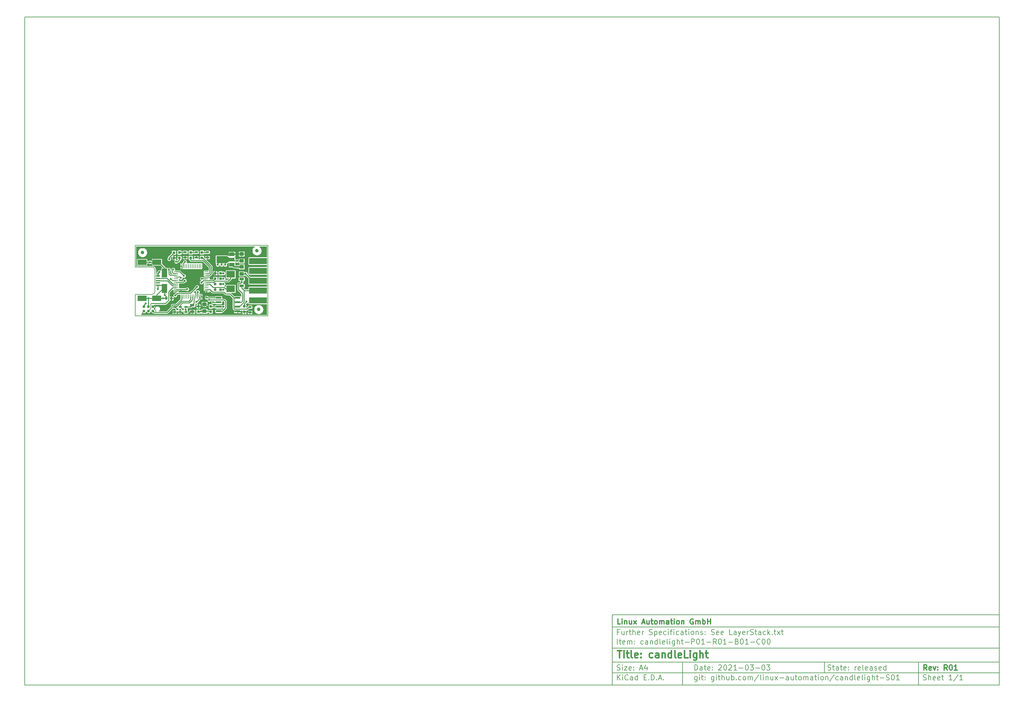
<source format=gtl>
%TF.GenerationSoftware,KiCad,Pcbnew,5.1.9+dfsg1-1~bpo10+1*%
%TF.CreationDate,2021-03-04T17:44:12+01:00*%
%TF.ProjectId,candleLight,63616e64-6c65-44c6-9967-68742e6b6963,R01*%
%TF.SameCoordinates,Original*%
%TF.FileFunction,Copper,L1,Top*%
%TF.FilePolarity,Positive*%
%FSLAX46Y46*%
G04 Gerber Fmt 4.6, Leading zero omitted, Abs format (unit mm)*
G04 Created by KiCad (PCBNEW 5.1.9+dfsg1-1~bpo10+1) date 2021-03-04 17:44:12*
%MOMM*%
%LPD*%
G01*
G04 APERTURE LIST*
%ADD10C,0.100000*%
%ADD11C,0.150000*%
%ADD12C,0.300000*%
%ADD13C,0.400000*%
%TA.AperFunction,Profile*%
%ADD14C,0.150000*%
%TD*%
%TA.AperFunction,SMDPad,CuDef*%
%ADD15R,2.400000X1.900000*%
%TD*%
%TA.AperFunction,SMDPad,CuDef*%
%ADD16R,1.300000X0.250000*%
%TD*%
%TA.AperFunction,SMDPad,CuDef*%
%ADD17R,0.250000X1.300000*%
%TD*%
%TA.AperFunction,SMDPad,CuDef*%
%ADD18R,0.900000X0.500000*%
%TD*%
%TA.AperFunction,SMDPad,CuDef*%
%ADD19R,0.750000X0.800000*%
%TD*%
%TA.AperFunction,SMDPad,CuDef*%
%ADD20R,1.300000X0.700000*%
%TD*%
%TA.AperFunction,SMDPad,CuDef*%
%ADD21R,1.500000X2.500000*%
%TD*%
%TA.AperFunction,SMDPad,CuDef*%
%ADD22R,2.500000X1.500000*%
%TD*%
%TA.AperFunction,SMDPad,CuDef*%
%ADD23R,1.250000X0.400000*%
%TD*%
%TA.AperFunction,SMDPad,CuDef*%
%ADD24R,0.800000X0.750000*%
%TD*%
%TA.AperFunction,SMDPad,CuDef*%
%ADD25R,1.250000X1.000000*%
%TD*%
%TA.AperFunction,SMDPad,CuDef*%
%ADD26R,0.797560X0.797560*%
%TD*%
%TA.AperFunction,SMDPad,CuDef*%
%ADD27R,1.501140X1.000760*%
%TD*%
%TA.AperFunction,SMDPad,CuDef*%
%ADD28R,2.999740X1.998980*%
%TD*%
%TA.AperFunction,SMDPad,CuDef*%
%ADD29C,0.100000*%
%TD*%
%TA.AperFunction,SMDPad,CuDef*%
%ADD30R,1.550000X0.600000*%
%TD*%
%TA.AperFunction,ConnectorPad*%
%ADD31C,0.787400*%
%TD*%
%TA.AperFunction,SMDPad,CuDef*%
%ADD32C,1.000000*%
%TD*%
%TA.AperFunction,ConnectorPad*%
%ADD33R,5.080000X1.778000*%
%TD*%
%TA.AperFunction,ViaPad*%
%ADD34C,0.600000*%
%TD*%
%TA.AperFunction,Conductor*%
%ADD35C,0.250000*%
%TD*%
%TA.AperFunction,Conductor*%
%ADD36C,0.400000*%
%TD*%
%TA.AperFunction,Conductor*%
%ADD37C,0.150000*%
%TD*%
%TA.AperFunction,Conductor*%
%ADD38C,0.100000*%
%TD*%
G04 APERTURE END LIST*
D10*
D11*
X177002200Y-180007200D02*
X177002200Y-200007200D01*
X287002200Y-200007200D01*
X287002200Y-180007200D01*
X177002200Y-180007200D01*
D10*
D11*
X10000000Y-10000000D02*
X10000000Y-200007200D01*
X287002200Y-200007200D01*
X287002200Y-10000000D01*
X10000000Y-10000000D01*
D10*
D11*
X200434342Y-195785771D02*
X200434342Y-194285771D01*
X200791485Y-194285771D01*
X201005771Y-194357200D01*
X201148628Y-194500057D01*
X201220057Y-194642914D01*
X201291485Y-194928628D01*
X201291485Y-195142914D01*
X201220057Y-195428628D01*
X201148628Y-195571485D01*
X201005771Y-195714342D01*
X200791485Y-195785771D01*
X200434342Y-195785771D01*
X202577200Y-195785771D02*
X202577200Y-195000057D01*
X202505771Y-194857200D01*
X202362914Y-194785771D01*
X202077200Y-194785771D01*
X201934342Y-194857200D01*
X202577200Y-195714342D02*
X202434342Y-195785771D01*
X202077200Y-195785771D01*
X201934342Y-195714342D01*
X201862914Y-195571485D01*
X201862914Y-195428628D01*
X201934342Y-195285771D01*
X202077200Y-195214342D01*
X202434342Y-195214342D01*
X202577200Y-195142914D01*
X203077200Y-194785771D02*
X203648628Y-194785771D01*
X203291485Y-194285771D02*
X203291485Y-195571485D01*
X203362914Y-195714342D01*
X203505771Y-195785771D01*
X203648628Y-195785771D01*
X204720057Y-195714342D02*
X204577200Y-195785771D01*
X204291485Y-195785771D01*
X204148628Y-195714342D01*
X204077200Y-195571485D01*
X204077200Y-195000057D01*
X204148628Y-194857200D01*
X204291485Y-194785771D01*
X204577200Y-194785771D01*
X204720057Y-194857200D01*
X204791485Y-195000057D01*
X204791485Y-195142914D01*
X204077200Y-195285771D01*
X205434342Y-195642914D02*
X205505771Y-195714342D01*
X205434342Y-195785771D01*
X205362914Y-195714342D01*
X205434342Y-195642914D01*
X205434342Y-195785771D01*
X205434342Y-194857200D02*
X205505771Y-194928628D01*
X205434342Y-195000057D01*
X205362914Y-194928628D01*
X205434342Y-194857200D01*
X205434342Y-195000057D01*
X207220057Y-194428628D02*
X207291485Y-194357200D01*
X207434342Y-194285771D01*
X207791485Y-194285771D01*
X207934342Y-194357200D01*
X208005771Y-194428628D01*
X208077200Y-194571485D01*
X208077200Y-194714342D01*
X208005771Y-194928628D01*
X207148628Y-195785771D01*
X208077200Y-195785771D01*
X209005771Y-194285771D02*
X209148628Y-194285771D01*
X209291485Y-194357200D01*
X209362914Y-194428628D01*
X209434342Y-194571485D01*
X209505771Y-194857200D01*
X209505771Y-195214342D01*
X209434342Y-195500057D01*
X209362914Y-195642914D01*
X209291485Y-195714342D01*
X209148628Y-195785771D01*
X209005771Y-195785771D01*
X208862914Y-195714342D01*
X208791485Y-195642914D01*
X208720057Y-195500057D01*
X208648628Y-195214342D01*
X208648628Y-194857200D01*
X208720057Y-194571485D01*
X208791485Y-194428628D01*
X208862914Y-194357200D01*
X209005771Y-194285771D01*
X210077200Y-194428628D02*
X210148628Y-194357200D01*
X210291485Y-194285771D01*
X210648628Y-194285771D01*
X210791485Y-194357200D01*
X210862914Y-194428628D01*
X210934342Y-194571485D01*
X210934342Y-194714342D01*
X210862914Y-194928628D01*
X210005771Y-195785771D01*
X210934342Y-195785771D01*
X212362914Y-195785771D02*
X211505771Y-195785771D01*
X211934342Y-195785771D02*
X211934342Y-194285771D01*
X211791485Y-194500057D01*
X211648628Y-194642914D01*
X211505771Y-194714342D01*
X213005771Y-195214342D02*
X214148628Y-195214342D01*
X215148628Y-194285771D02*
X215291485Y-194285771D01*
X215434342Y-194357200D01*
X215505771Y-194428628D01*
X215577200Y-194571485D01*
X215648628Y-194857200D01*
X215648628Y-195214342D01*
X215577200Y-195500057D01*
X215505771Y-195642914D01*
X215434342Y-195714342D01*
X215291485Y-195785771D01*
X215148628Y-195785771D01*
X215005771Y-195714342D01*
X214934342Y-195642914D01*
X214862914Y-195500057D01*
X214791485Y-195214342D01*
X214791485Y-194857200D01*
X214862914Y-194571485D01*
X214934342Y-194428628D01*
X215005771Y-194357200D01*
X215148628Y-194285771D01*
X216148628Y-194285771D02*
X217077200Y-194285771D01*
X216577200Y-194857200D01*
X216791485Y-194857200D01*
X216934342Y-194928628D01*
X217005771Y-195000057D01*
X217077200Y-195142914D01*
X217077200Y-195500057D01*
X217005771Y-195642914D01*
X216934342Y-195714342D01*
X216791485Y-195785771D01*
X216362914Y-195785771D01*
X216220057Y-195714342D01*
X216148628Y-195642914D01*
X217720057Y-195214342D02*
X218862914Y-195214342D01*
X219862914Y-194285771D02*
X220005771Y-194285771D01*
X220148628Y-194357200D01*
X220220057Y-194428628D01*
X220291485Y-194571485D01*
X220362914Y-194857200D01*
X220362914Y-195214342D01*
X220291485Y-195500057D01*
X220220057Y-195642914D01*
X220148628Y-195714342D01*
X220005771Y-195785771D01*
X219862914Y-195785771D01*
X219720057Y-195714342D01*
X219648628Y-195642914D01*
X219577200Y-195500057D01*
X219505771Y-195214342D01*
X219505771Y-194857200D01*
X219577200Y-194571485D01*
X219648628Y-194428628D01*
X219720057Y-194357200D01*
X219862914Y-194285771D01*
X220862914Y-194285771D02*
X221791485Y-194285771D01*
X221291485Y-194857200D01*
X221505771Y-194857200D01*
X221648628Y-194928628D01*
X221720057Y-195000057D01*
X221791485Y-195142914D01*
X221791485Y-195500057D01*
X221720057Y-195642914D01*
X221648628Y-195714342D01*
X221505771Y-195785771D01*
X221077200Y-195785771D01*
X220934342Y-195714342D01*
X220862914Y-195642914D01*
D10*
D11*
X178434342Y-188385771D02*
X178434342Y-186885771D01*
X178934342Y-187385771D02*
X179505771Y-187385771D01*
X179148628Y-186885771D02*
X179148628Y-188171485D01*
X179220057Y-188314342D01*
X179362914Y-188385771D01*
X179505771Y-188385771D01*
X180577200Y-188314342D02*
X180434342Y-188385771D01*
X180148628Y-188385771D01*
X180005771Y-188314342D01*
X179934342Y-188171485D01*
X179934342Y-187600057D01*
X180005771Y-187457200D01*
X180148628Y-187385771D01*
X180434342Y-187385771D01*
X180577200Y-187457200D01*
X180648628Y-187600057D01*
X180648628Y-187742914D01*
X179934342Y-187885771D01*
X181291485Y-188385771D02*
X181291485Y-187385771D01*
X181291485Y-187528628D02*
X181362914Y-187457200D01*
X181505771Y-187385771D01*
X181720057Y-187385771D01*
X181862914Y-187457200D01*
X181934342Y-187600057D01*
X181934342Y-188385771D01*
X181934342Y-187600057D02*
X182005771Y-187457200D01*
X182148628Y-187385771D01*
X182362914Y-187385771D01*
X182505771Y-187457200D01*
X182577200Y-187600057D01*
X182577200Y-188385771D01*
X183291485Y-188242914D02*
X183362914Y-188314342D01*
X183291485Y-188385771D01*
X183220057Y-188314342D01*
X183291485Y-188242914D01*
X183291485Y-188385771D01*
X183291485Y-187457200D02*
X183362914Y-187528628D01*
X183291485Y-187600057D01*
X183220057Y-187528628D01*
X183291485Y-187457200D01*
X183291485Y-187600057D01*
X185791485Y-188314342D02*
X185648628Y-188385771D01*
X185362914Y-188385771D01*
X185220057Y-188314342D01*
X185148628Y-188242914D01*
X185077200Y-188100057D01*
X185077200Y-187671485D01*
X185148628Y-187528628D01*
X185220057Y-187457200D01*
X185362914Y-187385771D01*
X185648628Y-187385771D01*
X185791485Y-187457200D01*
X187077200Y-188385771D02*
X187077200Y-187600057D01*
X187005771Y-187457200D01*
X186862914Y-187385771D01*
X186577200Y-187385771D01*
X186434342Y-187457200D01*
X187077200Y-188314342D02*
X186934342Y-188385771D01*
X186577200Y-188385771D01*
X186434342Y-188314342D01*
X186362914Y-188171485D01*
X186362914Y-188028628D01*
X186434342Y-187885771D01*
X186577200Y-187814342D01*
X186934342Y-187814342D01*
X187077200Y-187742914D01*
X187791485Y-187385771D02*
X187791485Y-188385771D01*
X187791485Y-187528628D02*
X187862914Y-187457200D01*
X188005771Y-187385771D01*
X188220057Y-187385771D01*
X188362914Y-187457200D01*
X188434342Y-187600057D01*
X188434342Y-188385771D01*
X189791485Y-188385771D02*
X189791485Y-186885771D01*
X189791485Y-188314342D02*
X189648628Y-188385771D01*
X189362914Y-188385771D01*
X189220057Y-188314342D01*
X189148628Y-188242914D01*
X189077200Y-188100057D01*
X189077200Y-187671485D01*
X189148628Y-187528628D01*
X189220057Y-187457200D01*
X189362914Y-187385771D01*
X189648628Y-187385771D01*
X189791485Y-187457200D01*
X190720057Y-188385771D02*
X190577200Y-188314342D01*
X190505771Y-188171485D01*
X190505771Y-186885771D01*
X191862914Y-188314342D02*
X191720057Y-188385771D01*
X191434342Y-188385771D01*
X191291485Y-188314342D01*
X191220057Y-188171485D01*
X191220057Y-187600057D01*
X191291485Y-187457200D01*
X191434342Y-187385771D01*
X191720057Y-187385771D01*
X191862914Y-187457200D01*
X191934342Y-187600057D01*
X191934342Y-187742914D01*
X191220057Y-187885771D01*
X192791485Y-188385771D02*
X192648628Y-188314342D01*
X192577200Y-188171485D01*
X192577200Y-186885771D01*
X193362914Y-188385771D02*
X193362914Y-187385771D01*
X193362914Y-186885771D02*
X193291485Y-186957200D01*
X193362914Y-187028628D01*
X193434342Y-186957200D01*
X193362914Y-186885771D01*
X193362914Y-187028628D01*
X194720057Y-187385771D02*
X194720057Y-188600057D01*
X194648628Y-188742914D01*
X194577200Y-188814342D01*
X194434342Y-188885771D01*
X194220057Y-188885771D01*
X194077200Y-188814342D01*
X194720057Y-188314342D02*
X194577200Y-188385771D01*
X194291485Y-188385771D01*
X194148628Y-188314342D01*
X194077200Y-188242914D01*
X194005771Y-188100057D01*
X194005771Y-187671485D01*
X194077200Y-187528628D01*
X194148628Y-187457200D01*
X194291485Y-187385771D01*
X194577200Y-187385771D01*
X194720057Y-187457200D01*
X195434342Y-188385771D02*
X195434342Y-186885771D01*
X196077200Y-188385771D02*
X196077200Y-187600057D01*
X196005771Y-187457200D01*
X195862914Y-187385771D01*
X195648628Y-187385771D01*
X195505771Y-187457200D01*
X195434342Y-187528628D01*
X196577200Y-187385771D02*
X197148628Y-187385771D01*
X196791485Y-186885771D02*
X196791485Y-188171485D01*
X196862914Y-188314342D01*
X197005771Y-188385771D01*
X197148628Y-188385771D01*
X197648628Y-187814342D02*
X198791485Y-187814342D01*
X199505771Y-188385771D02*
X199505771Y-186885771D01*
X200077200Y-186885771D01*
X200220057Y-186957200D01*
X200291485Y-187028628D01*
X200362914Y-187171485D01*
X200362914Y-187385771D01*
X200291485Y-187528628D01*
X200220057Y-187600057D01*
X200077200Y-187671485D01*
X199505771Y-187671485D01*
X201291485Y-186885771D02*
X201434342Y-186885771D01*
X201577200Y-186957200D01*
X201648628Y-187028628D01*
X201720057Y-187171485D01*
X201791485Y-187457200D01*
X201791485Y-187814342D01*
X201720057Y-188100057D01*
X201648628Y-188242914D01*
X201577200Y-188314342D01*
X201434342Y-188385771D01*
X201291485Y-188385771D01*
X201148628Y-188314342D01*
X201077200Y-188242914D01*
X201005771Y-188100057D01*
X200934342Y-187814342D01*
X200934342Y-187457200D01*
X201005771Y-187171485D01*
X201077200Y-187028628D01*
X201148628Y-186957200D01*
X201291485Y-186885771D01*
X203220057Y-188385771D02*
X202362914Y-188385771D01*
X202791485Y-188385771D02*
X202791485Y-186885771D01*
X202648628Y-187100057D01*
X202505771Y-187242914D01*
X202362914Y-187314342D01*
X203862914Y-187814342D02*
X205005771Y-187814342D01*
X206577200Y-188385771D02*
X206077200Y-187671485D01*
X205720057Y-188385771D02*
X205720057Y-186885771D01*
X206291485Y-186885771D01*
X206434342Y-186957200D01*
X206505771Y-187028628D01*
X206577200Y-187171485D01*
X206577200Y-187385771D01*
X206505771Y-187528628D01*
X206434342Y-187600057D01*
X206291485Y-187671485D01*
X205720057Y-187671485D01*
X207505771Y-186885771D02*
X207648628Y-186885771D01*
X207791485Y-186957200D01*
X207862914Y-187028628D01*
X207934342Y-187171485D01*
X208005771Y-187457200D01*
X208005771Y-187814342D01*
X207934342Y-188100057D01*
X207862914Y-188242914D01*
X207791485Y-188314342D01*
X207648628Y-188385771D01*
X207505771Y-188385771D01*
X207362914Y-188314342D01*
X207291485Y-188242914D01*
X207220057Y-188100057D01*
X207148628Y-187814342D01*
X207148628Y-187457200D01*
X207220057Y-187171485D01*
X207291485Y-187028628D01*
X207362914Y-186957200D01*
X207505771Y-186885771D01*
X209434342Y-188385771D02*
X208577200Y-188385771D01*
X209005771Y-188385771D02*
X209005771Y-186885771D01*
X208862914Y-187100057D01*
X208720057Y-187242914D01*
X208577200Y-187314342D01*
X210077200Y-187814342D02*
X211220057Y-187814342D01*
X212434342Y-187600057D02*
X212648628Y-187671485D01*
X212720057Y-187742914D01*
X212791485Y-187885771D01*
X212791485Y-188100057D01*
X212720057Y-188242914D01*
X212648628Y-188314342D01*
X212505771Y-188385771D01*
X211934342Y-188385771D01*
X211934342Y-186885771D01*
X212434342Y-186885771D01*
X212577200Y-186957200D01*
X212648628Y-187028628D01*
X212720057Y-187171485D01*
X212720057Y-187314342D01*
X212648628Y-187457200D01*
X212577200Y-187528628D01*
X212434342Y-187600057D01*
X211934342Y-187600057D01*
X213720057Y-186885771D02*
X213862914Y-186885771D01*
X214005771Y-186957200D01*
X214077200Y-187028628D01*
X214148628Y-187171485D01*
X214220057Y-187457200D01*
X214220057Y-187814342D01*
X214148628Y-188100057D01*
X214077200Y-188242914D01*
X214005771Y-188314342D01*
X213862914Y-188385771D01*
X213720057Y-188385771D01*
X213577200Y-188314342D01*
X213505771Y-188242914D01*
X213434342Y-188100057D01*
X213362914Y-187814342D01*
X213362914Y-187457200D01*
X213434342Y-187171485D01*
X213505771Y-187028628D01*
X213577200Y-186957200D01*
X213720057Y-186885771D01*
X215648628Y-188385771D02*
X214791485Y-188385771D01*
X215220057Y-188385771D02*
X215220057Y-186885771D01*
X215077200Y-187100057D01*
X214934342Y-187242914D01*
X214791485Y-187314342D01*
X216291485Y-187814342D02*
X217434342Y-187814342D01*
X219005771Y-188242914D02*
X218934342Y-188314342D01*
X218720057Y-188385771D01*
X218577200Y-188385771D01*
X218362914Y-188314342D01*
X218220057Y-188171485D01*
X218148628Y-188028628D01*
X218077200Y-187742914D01*
X218077200Y-187528628D01*
X218148628Y-187242914D01*
X218220057Y-187100057D01*
X218362914Y-186957200D01*
X218577200Y-186885771D01*
X218720057Y-186885771D01*
X218934342Y-186957200D01*
X219005771Y-187028628D01*
X219934342Y-186885771D02*
X220077200Y-186885771D01*
X220220057Y-186957200D01*
X220291485Y-187028628D01*
X220362914Y-187171485D01*
X220434342Y-187457200D01*
X220434342Y-187814342D01*
X220362914Y-188100057D01*
X220291485Y-188242914D01*
X220220057Y-188314342D01*
X220077200Y-188385771D01*
X219934342Y-188385771D01*
X219791485Y-188314342D01*
X219720057Y-188242914D01*
X219648628Y-188100057D01*
X219577200Y-187814342D01*
X219577200Y-187457200D01*
X219648628Y-187171485D01*
X219720057Y-187028628D01*
X219791485Y-186957200D01*
X219934342Y-186885771D01*
X221362914Y-186885771D02*
X221505771Y-186885771D01*
X221648628Y-186957200D01*
X221720057Y-187028628D01*
X221791485Y-187171485D01*
X221862914Y-187457200D01*
X221862914Y-187814342D01*
X221791485Y-188100057D01*
X221720057Y-188242914D01*
X221648628Y-188314342D01*
X221505771Y-188385771D01*
X221362914Y-188385771D01*
X221220057Y-188314342D01*
X221148628Y-188242914D01*
X221077200Y-188100057D01*
X221005771Y-187814342D01*
X221005771Y-187457200D01*
X221077200Y-187171485D01*
X221148628Y-187028628D01*
X221220057Y-186957200D01*
X221362914Y-186885771D01*
D10*
D11*
X177002200Y-196507200D02*
X287002200Y-196507200D01*
D10*
D11*
X178434342Y-198585771D02*
X178434342Y-197085771D01*
X179291485Y-198585771D02*
X178648628Y-197728628D01*
X179291485Y-197085771D02*
X178434342Y-197942914D01*
X179934342Y-198585771D02*
X179934342Y-197585771D01*
X179934342Y-197085771D02*
X179862914Y-197157200D01*
X179934342Y-197228628D01*
X180005771Y-197157200D01*
X179934342Y-197085771D01*
X179934342Y-197228628D01*
X181505771Y-198442914D02*
X181434342Y-198514342D01*
X181220057Y-198585771D01*
X181077200Y-198585771D01*
X180862914Y-198514342D01*
X180720057Y-198371485D01*
X180648628Y-198228628D01*
X180577200Y-197942914D01*
X180577200Y-197728628D01*
X180648628Y-197442914D01*
X180720057Y-197300057D01*
X180862914Y-197157200D01*
X181077200Y-197085771D01*
X181220057Y-197085771D01*
X181434342Y-197157200D01*
X181505771Y-197228628D01*
X182791485Y-198585771D02*
X182791485Y-197800057D01*
X182720057Y-197657200D01*
X182577200Y-197585771D01*
X182291485Y-197585771D01*
X182148628Y-197657200D01*
X182791485Y-198514342D02*
X182648628Y-198585771D01*
X182291485Y-198585771D01*
X182148628Y-198514342D01*
X182077200Y-198371485D01*
X182077200Y-198228628D01*
X182148628Y-198085771D01*
X182291485Y-198014342D01*
X182648628Y-198014342D01*
X182791485Y-197942914D01*
X184148628Y-198585771D02*
X184148628Y-197085771D01*
X184148628Y-198514342D02*
X184005771Y-198585771D01*
X183720057Y-198585771D01*
X183577200Y-198514342D01*
X183505771Y-198442914D01*
X183434342Y-198300057D01*
X183434342Y-197871485D01*
X183505771Y-197728628D01*
X183577200Y-197657200D01*
X183720057Y-197585771D01*
X184005771Y-197585771D01*
X184148628Y-197657200D01*
X186005771Y-197800057D02*
X186505771Y-197800057D01*
X186720057Y-198585771D02*
X186005771Y-198585771D01*
X186005771Y-197085771D01*
X186720057Y-197085771D01*
X187362914Y-198442914D02*
X187434342Y-198514342D01*
X187362914Y-198585771D01*
X187291485Y-198514342D01*
X187362914Y-198442914D01*
X187362914Y-198585771D01*
X188077200Y-198585771D02*
X188077200Y-197085771D01*
X188434342Y-197085771D01*
X188648628Y-197157200D01*
X188791485Y-197300057D01*
X188862914Y-197442914D01*
X188934342Y-197728628D01*
X188934342Y-197942914D01*
X188862914Y-198228628D01*
X188791485Y-198371485D01*
X188648628Y-198514342D01*
X188434342Y-198585771D01*
X188077200Y-198585771D01*
X189577200Y-198442914D02*
X189648628Y-198514342D01*
X189577200Y-198585771D01*
X189505771Y-198514342D01*
X189577200Y-198442914D01*
X189577200Y-198585771D01*
X190220057Y-198157200D02*
X190934342Y-198157200D01*
X190077200Y-198585771D02*
X190577200Y-197085771D01*
X191077200Y-198585771D01*
X191577200Y-198442914D02*
X191648628Y-198514342D01*
X191577200Y-198585771D01*
X191505771Y-198514342D01*
X191577200Y-198442914D01*
X191577200Y-198585771D01*
D10*
D11*
X177002200Y-193507200D02*
X287002200Y-193507200D01*
D10*
D12*
X266411485Y-195785771D02*
X265911485Y-195071485D01*
X265554342Y-195785771D02*
X265554342Y-194285771D01*
X266125771Y-194285771D01*
X266268628Y-194357200D01*
X266340057Y-194428628D01*
X266411485Y-194571485D01*
X266411485Y-194785771D01*
X266340057Y-194928628D01*
X266268628Y-195000057D01*
X266125771Y-195071485D01*
X265554342Y-195071485D01*
X267625771Y-195714342D02*
X267482914Y-195785771D01*
X267197200Y-195785771D01*
X267054342Y-195714342D01*
X266982914Y-195571485D01*
X266982914Y-195000057D01*
X267054342Y-194857200D01*
X267197200Y-194785771D01*
X267482914Y-194785771D01*
X267625771Y-194857200D01*
X267697200Y-195000057D01*
X267697200Y-195142914D01*
X266982914Y-195285771D01*
X268197200Y-194785771D02*
X268554342Y-195785771D01*
X268911485Y-194785771D01*
X269482914Y-195642914D02*
X269554342Y-195714342D01*
X269482914Y-195785771D01*
X269411485Y-195714342D01*
X269482914Y-195642914D01*
X269482914Y-195785771D01*
X269482914Y-194857200D02*
X269554342Y-194928628D01*
X269482914Y-195000057D01*
X269411485Y-194928628D01*
X269482914Y-194857200D01*
X269482914Y-195000057D01*
X272197200Y-195785771D02*
X271697200Y-195071485D01*
X271340057Y-195785771D02*
X271340057Y-194285771D01*
X271911485Y-194285771D01*
X272054342Y-194357200D01*
X272125771Y-194428628D01*
X272197200Y-194571485D01*
X272197200Y-194785771D01*
X272125771Y-194928628D01*
X272054342Y-195000057D01*
X271911485Y-195071485D01*
X271340057Y-195071485D01*
X273125771Y-194285771D02*
X273268628Y-194285771D01*
X273411485Y-194357200D01*
X273482914Y-194428628D01*
X273554342Y-194571485D01*
X273625771Y-194857200D01*
X273625771Y-195214342D01*
X273554342Y-195500057D01*
X273482914Y-195642914D01*
X273411485Y-195714342D01*
X273268628Y-195785771D01*
X273125771Y-195785771D01*
X272982914Y-195714342D01*
X272911485Y-195642914D01*
X272840057Y-195500057D01*
X272768628Y-195214342D01*
X272768628Y-194857200D01*
X272840057Y-194571485D01*
X272911485Y-194428628D01*
X272982914Y-194357200D01*
X273125771Y-194285771D01*
X275054342Y-195785771D02*
X274197200Y-195785771D01*
X274625771Y-195785771D02*
X274625771Y-194285771D01*
X274482914Y-194500057D01*
X274340057Y-194642914D01*
X274197200Y-194714342D01*
D10*
D11*
X178362914Y-195714342D02*
X178577200Y-195785771D01*
X178934342Y-195785771D01*
X179077200Y-195714342D01*
X179148628Y-195642914D01*
X179220057Y-195500057D01*
X179220057Y-195357200D01*
X179148628Y-195214342D01*
X179077200Y-195142914D01*
X178934342Y-195071485D01*
X178648628Y-195000057D01*
X178505771Y-194928628D01*
X178434342Y-194857200D01*
X178362914Y-194714342D01*
X178362914Y-194571485D01*
X178434342Y-194428628D01*
X178505771Y-194357200D01*
X178648628Y-194285771D01*
X179005771Y-194285771D01*
X179220057Y-194357200D01*
X179862914Y-195785771D02*
X179862914Y-194785771D01*
X179862914Y-194285771D02*
X179791485Y-194357200D01*
X179862914Y-194428628D01*
X179934342Y-194357200D01*
X179862914Y-194285771D01*
X179862914Y-194428628D01*
X180434342Y-194785771D02*
X181220057Y-194785771D01*
X180434342Y-195785771D01*
X181220057Y-195785771D01*
X182362914Y-195714342D02*
X182220057Y-195785771D01*
X181934342Y-195785771D01*
X181791485Y-195714342D01*
X181720057Y-195571485D01*
X181720057Y-195000057D01*
X181791485Y-194857200D01*
X181934342Y-194785771D01*
X182220057Y-194785771D01*
X182362914Y-194857200D01*
X182434342Y-195000057D01*
X182434342Y-195142914D01*
X181720057Y-195285771D01*
X183077200Y-195642914D02*
X183148628Y-195714342D01*
X183077200Y-195785771D01*
X183005771Y-195714342D01*
X183077200Y-195642914D01*
X183077200Y-195785771D01*
X183077200Y-194857200D02*
X183148628Y-194928628D01*
X183077200Y-195000057D01*
X183005771Y-194928628D01*
X183077200Y-194857200D01*
X183077200Y-195000057D01*
X184862914Y-195357200D02*
X185577200Y-195357200D01*
X184720057Y-195785771D02*
X185220057Y-194285771D01*
X185720057Y-195785771D01*
X186862914Y-194785771D02*
X186862914Y-195785771D01*
X186505771Y-194214342D02*
X186148628Y-195285771D01*
X187077200Y-195285771D01*
D10*
D11*
X265362914Y-198514342D02*
X265577200Y-198585771D01*
X265934342Y-198585771D01*
X266077200Y-198514342D01*
X266148628Y-198442914D01*
X266220057Y-198300057D01*
X266220057Y-198157200D01*
X266148628Y-198014342D01*
X266077200Y-197942914D01*
X265934342Y-197871485D01*
X265648628Y-197800057D01*
X265505771Y-197728628D01*
X265434342Y-197657200D01*
X265362914Y-197514342D01*
X265362914Y-197371485D01*
X265434342Y-197228628D01*
X265505771Y-197157200D01*
X265648628Y-197085771D01*
X266005771Y-197085771D01*
X266220057Y-197157200D01*
X266862914Y-198585771D02*
X266862914Y-197085771D01*
X267505771Y-198585771D02*
X267505771Y-197800057D01*
X267434342Y-197657200D01*
X267291485Y-197585771D01*
X267077200Y-197585771D01*
X266934342Y-197657200D01*
X266862914Y-197728628D01*
X268791485Y-198514342D02*
X268648628Y-198585771D01*
X268362914Y-198585771D01*
X268220057Y-198514342D01*
X268148628Y-198371485D01*
X268148628Y-197800057D01*
X268220057Y-197657200D01*
X268362914Y-197585771D01*
X268648628Y-197585771D01*
X268791485Y-197657200D01*
X268862914Y-197800057D01*
X268862914Y-197942914D01*
X268148628Y-198085771D01*
X270077200Y-198514342D02*
X269934342Y-198585771D01*
X269648628Y-198585771D01*
X269505771Y-198514342D01*
X269434342Y-198371485D01*
X269434342Y-197800057D01*
X269505771Y-197657200D01*
X269648628Y-197585771D01*
X269934342Y-197585771D01*
X270077200Y-197657200D01*
X270148628Y-197800057D01*
X270148628Y-197942914D01*
X269434342Y-198085771D01*
X270577200Y-197585771D02*
X271148628Y-197585771D01*
X270791485Y-197085771D02*
X270791485Y-198371485D01*
X270862914Y-198514342D01*
X271005771Y-198585771D01*
X271148628Y-198585771D01*
X273577200Y-198585771D02*
X272720057Y-198585771D01*
X273148628Y-198585771D02*
X273148628Y-197085771D01*
X273005771Y-197300057D01*
X272862914Y-197442914D01*
X272720057Y-197514342D01*
X275291485Y-197014342D02*
X274005771Y-198942914D01*
X276577200Y-198585771D02*
X275720057Y-198585771D01*
X276148628Y-198585771D02*
X276148628Y-197085771D01*
X276005771Y-197300057D01*
X275862914Y-197442914D01*
X275720057Y-197514342D01*
D10*
D11*
X177002200Y-189507200D02*
X287002200Y-189507200D01*
D10*
D13*
X178452676Y-190211961D02*
X179595533Y-190211961D01*
X179024104Y-192211961D02*
X179024104Y-190211961D01*
X180262200Y-192211961D02*
X180262200Y-190878628D01*
X180262200Y-190211961D02*
X180166961Y-190307200D01*
X180262200Y-190402438D01*
X180357438Y-190307200D01*
X180262200Y-190211961D01*
X180262200Y-190402438D01*
X180928866Y-190878628D02*
X181690771Y-190878628D01*
X181214580Y-190211961D02*
X181214580Y-191926247D01*
X181309819Y-192116723D01*
X181500295Y-192211961D01*
X181690771Y-192211961D01*
X182643152Y-192211961D02*
X182452676Y-192116723D01*
X182357438Y-191926247D01*
X182357438Y-190211961D01*
X184166961Y-192116723D02*
X183976485Y-192211961D01*
X183595533Y-192211961D01*
X183405057Y-192116723D01*
X183309819Y-191926247D01*
X183309819Y-191164342D01*
X183405057Y-190973866D01*
X183595533Y-190878628D01*
X183976485Y-190878628D01*
X184166961Y-190973866D01*
X184262200Y-191164342D01*
X184262200Y-191354819D01*
X183309819Y-191545295D01*
X185119342Y-192021485D02*
X185214580Y-192116723D01*
X185119342Y-192211961D01*
X185024104Y-192116723D01*
X185119342Y-192021485D01*
X185119342Y-192211961D01*
X185119342Y-190973866D02*
X185214580Y-191069104D01*
X185119342Y-191164342D01*
X185024104Y-191069104D01*
X185119342Y-190973866D01*
X185119342Y-191164342D01*
X188452676Y-192116723D02*
X188262200Y-192211961D01*
X187881247Y-192211961D01*
X187690771Y-192116723D01*
X187595533Y-192021485D01*
X187500295Y-191831009D01*
X187500295Y-191259580D01*
X187595533Y-191069104D01*
X187690771Y-190973866D01*
X187881247Y-190878628D01*
X188262200Y-190878628D01*
X188452676Y-190973866D01*
X190166961Y-192211961D02*
X190166961Y-191164342D01*
X190071723Y-190973866D01*
X189881247Y-190878628D01*
X189500295Y-190878628D01*
X189309819Y-190973866D01*
X190166961Y-192116723D02*
X189976485Y-192211961D01*
X189500295Y-192211961D01*
X189309819Y-192116723D01*
X189214580Y-191926247D01*
X189214580Y-191735771D01*
X189309819Y-191545295D01*
X189500295Y-191450057D01*
X189976485Y-191450057D01*
X190166961Y-191354819D01*
X191119342Y-190878628D02*
X191119342Y-192211961D01*
X191119342Y-191069104D02*
X191214580Y-190973866D01*
X191405057Y-190878628D01*
X191690771Y-190878628D01*
X191881247Y-190973866D01*
X191976485Y-191164342D01*
X191976485Y-192211961D01*
X193786009Y-192211961D02*
X193786009Y-190211961D01*
X193786009Y-192116723D02*
X193595533Y-192211961D01*
X193214580Y-192211961D01*
X193024104Y-192116723D01*
X192928866Y-192021485D01*
X192833628Y-191831009D01*
X192833628Y-191259580D01*
X192928866Y-191069104D01*
X193024104Y-190973866D01*
X193214580Y-190878628D01*
X193595533Y-190878628D01*
X193786009Y-190973866D01*
X195024104Y-192211961D02*
X194833628Y-192116723D01*
X194738390Y-191926247D01*
X194738390Y-190211961D01*
X196547914Y-192116723D02*
X196357438Y-192211961D01*
X195976485Y-192211961D01*
X195786009Y-192116723D01*
X195690771Y-191926247D01*
X195690771Y-191164342D01*
X195786009Y-190973866D01*
X195976485Y-190878628D01*
X196357438Y-190878628D01*
X196547914Y-190973866D01*
X196643152Y-191164342D01*
X196643152Y-191354819D01*
X195690771Y-191545295D01*
X198452676Y-192211961D02*
X197500295Y-192211961D01*
X197500295Y-190211961D01*
X199119342Y-192211961D02*
X199119342Y-190878628D01*
X199119342Y-190211961D02*
X199024104Y-190307200D01*
X199119342Y-190402438D01*
X199214580Y-190307200D01*
X199119342Y-190211961D01*
X199119342Y-190402438D01*
X200928866Y-190878628D02*
X200928866Y-192497676D01*
X200833628Y-192688152D01*
X200738390Y-192783390D01*
X200547914Y-192878628D01*
X200262200Y-192878628D01*
X200071723Y-192783390D01*
X200928866Y-192116723D02*
X200738390Y-192211961D01*
X200357438Y-192211961D01*
X200166961Y-192116723D01*
X200071723Y-192021485D01*
X199976485Y-191831009D01*
X199976485Y-191259580D01*
X200071723Y-191069104D01*
X200166961Y-190973866D01*
X200357438Y-190878628D01*
X200738390Y-190878628D01*
X200928866Y-190973866D01*
X201881247Y-192211961D02*
X201881247Y-190211961D01*
X202738390Y-192211961D02*
X202738390Y-191164342D01*
X202643152Y-190973866D01*
X202452676Y-190878628D01*
X202166961Y-190878628D01*
X201976485Y-190973866D01*
X201881247Y-191069104D01*
X203405057Y-190878628D02*
X204166961Y-190878628D01*
X203690771Y-190211961D02*
X203690771Y-191926247D01*
X203786009Y-192116723D01*
X203976485Y-192211961D01*
X204166961Y-192211961D01*
D10*
D11*
X177002200Y-183507200D02*
X287002200Y-183507200D01*
D10*
D11*
X178934342Y-184900057D02*
X178434342Y-184900057D01*
X178434342Y-185685771D02*
X178434342Y-184185771D01*
X179148628Y-184185771D01*
X180362914Y-184685771D02*
X180362914Y-185685771D01*
X179720057Y-184685771D02*
X179720057Y-185471485D01*
X179791485Y-185614342D01*
X179934342Y-185685771D01*
X180148628Y-185685771D01*
X180291485Y-185614342D01*
X180362914Y-185542914D01*
X181077200Y-185685771D02*
X181077200Y-184685771D01*
X181077200Y-184971485D02*
X181148628Y-184828628D01*
X181220057Y-184757200D01*
X181362914Y-184685771D01*
X181505771Y-184685771D01*
X181791485Y-184685771D02*
X182362914Y-184685771D01*
X182005771Y-184185771D02*
X182005771Y-185471485D01*
X182077200Y-185614342D01*
X182220057Y-185685771D01*
X182362914Y-185685771D01*
X182862914Y-185685771D02*
X182862914Y-184185771D01*
X183505771Y-185685771D02*
X183505771Y-184900057D01*
X183434342Y-184757200D01*
X183291485Y-184685771D01*
X183077200Y-184685771D01*
X182934342Y-184757200D01*
X182862914Y-184828628D01*
X184791485Y-185614342D02*
X184648628Y-185685771D01*
X184362914Y-185685771D01*
X184220057Y-185614342D01*
X184148628Y-185471485D01*
X184148628Y-184900057D01*
X184220057Y-184757200D01*
X184362914Y-184685771D01*
X184648628Y-184685771D01*
X184791485Y-184757200D01*
X184862914Y-184900057D01*
X184862914Y-185042914D01*
X184148628Y-185185771D01*
X185505771Y-185685771D02*
X185505771Y-184685771D01*
X185505771Y-184971485D02*
X185577200Y-184828628D01*
X185648628Y-184757200D01*
X185791485Y-184685771D01*
X185934342Y-184685771D01*
X187505771Y-185614342D02*
X187720057Y-185685771D01*
X188077200Y-185685771D01*
X188220057Y-185614342D01*
X188291485Y-185542914D01*
X188362914Y-185400057D01*
X188362914Y-185257200D01*
X188291485Y-185114342D01*
X188220057Y-185042914D01*
X188077200Y-184971485D01*
X187791485Y-184900057D01*
X187648628Y-184828628D01*
X187577200Y-184757200D01*
X187505771Y-184614342D01*
X187505771Y-184471485D01*
X187577200Y-184328628D01*
X187648628Y-184257200D01*
X187791485Y-184185771D01*
X188148628Y-184185771D01*
X188362914Y-184257200D01*
X189005771Y-184685771D02*
X189005771Y-186185771D01*
X189005771Y-184757200D02*
X189148628Y-184685771D01*
X189434342Y-184685771D01*
X189577200Y-184757200D01*
X189648628Y-184828628D01*
X189720057Y-184971485D01*
X189720057Y-185400057D01*
X189648628Y-185542914D01*
X189577200Y-185614342D01*
X189434342Y-185685771D01*
X189148628Y-185685771D01*
X189005771Y-185614342D01*
X190934342Y-185614342D02*
X190791485Y-185685771D01*
X190505771Y-185685771D01*
X190362914Y-185614342D01*
X190291485Y-185471485D01*
X190291485Y-184900057D01*
X190362914Y-184757200D01*
X190505771Y-184685771D01*
X190791485Y-184685771D01*
X190934342Y-184757200D01*
X191005771Y-184900057D01*
X191005771Y-185042914D01*
X190291485Y-185185771D01*
X192291485Y-185614342D02*
X192148628Y-185685771D01*
X191862914Y-185685771D01*
X191720057Y-185614342D01*
X191648628Y-185542914D01*
X191577200Y-185400057D01*
X191577200Y-184971485D01*
X191648628Y-184828628D01*
X191720057Y-184757200D01*
X191862914Y-184685771D01*
X192148628Y-184685771D01*
X192291485Y-184757200D01*
X192934342Y-185685771D02*
X192934342Y-184685771D01*
X192934342Y-184185771D02*
X192862914Y-184257200D01*
X192934342Y-184328628D01*
X193005771Y-184257200D01*
X192934342Y-184185771D01*
X192934342Y-184328628D01*
X193434342Y-184685771D02*
X194005771Y-184685771D01*
X193648628Y-185685771D02*
X193648628Y-184400057D01*
X193720057Y-184257200D01*
X193862914Y-184185771D01*
X194005771Y-184185771D01*
X194505771Y-185685771D02*
X194505771Y-184685771D01*
X194505771Y-184185771D02*
X194434342Y-184257200D01*
X194505771Y-184328628D01*
X194577200Y-184257200D01*
X194505771Y-184185771D01*
X194505771Y-184328628D01*
X195862914Y-185614342D02*
X195720057Y-185685771D01*
X195434342Y-185685771D01*
X195291485Y-185614342D01*
X195220057Y-185542914D01*
X195148628Y-185400057D01*
X195148628Y-184971485D01*
X195220057Y-184828628D01*
X195291485Y-184757200D01*
X195434342Y-184685771D01*
X195720057Y-184685771D01*
X195862914Y-184757200D01*
X197148628Y-185685771D02*
X197148628Y-184900057D01*
X197077200Y-184757200D01*
X196934342Y-184685771D01*
X196648628Y-184685771D01*
X196505771Y-184757200D01*
X197148628Y-185614342D02*
X197005771Y-185685771D01*
X196648628Y-185685771D01*
X196505771Y-185614342D01*
X196434342Y-185471485D01*
X196434342Y-185328628D01*
X196505771Y-185185771D01*
X196648628Y-185114342D01*
X197005771Y-185114342D01*
X197148628Y-185042914D01*
X197648628Y-184685771D02*
X198220057Y-184685771D01*
X197862914Y-184185771D02*
X197862914Y-185471485D01*
X197934342Y-185614342D01*
X198077200Y-185685771D01*
X198220057Y-185685771D01*
X198720057Y-185685771D02*
X198720057Y-184685771D01*
X198720057Y-184185771D02*
X198648628Y-184257200D01*
X198720057Y-184328628D01*
X198791485Y-184257200D01*
X198720057Y-184185771D01*
X198720057Y-184328628D01*
X199648628Y-185685771D02*
X199505771Y-185614342D01*
X199434342Y-185542914D01*
X199362914Y-185400057D01*
X199362914Y-184971485D01*
X199434342Y-184828628D01*
X199505771Y-184757200D01*
X199648628Y-184685771D01*
X199862914Y-184685771D01*
X200005771Y-184757200D01*
X200077200Y-184828628D01*
X200148628Y-184971485D01*
X200148628Y-185400057D01*
X200077200Y-185542914D01*
X200005771Y-185614342D01*
X199862914Y-185685771D01*
X199648628Y-185685771D01*
X200791485Y-184685771D02*
X200791485Y-185685771D01*
X200791485Y-184828628D02*
X200862914Y-184757200D01*
X201005771Y-184685771D01*
X201220057Y-184685771D01*
X201362914Y-184757200D01*
X201434342Y-184900057D01*
X201434342Y-185685771D01*
X202077200Y-185614342D02*
X202220057Y-185685771D01*
X202505771Y-185685771D01*
X202648628Y-185614342D01*
X202720057Y-185471485D01*
X202720057Y-185400057D01*
X202648628Y-185257200D01*
X202505771Y-185185771D01*
X202291485Y-185185771D01*
X202148628Y-185114342D01*
X202077200Y-184971485D01*
X202077200Y-184900057D01*
X202148628Y-184757200D01*
X202291485Y-184685771D01*
X202505771Y-184685771D01*
X202648628Y-184757200D01*
X203362914Y-185542914D02*
X203434342Y-185614342D01*
X203362914Y-185685771D01*
X203291485Y-185614342D01*
X203362914Y-185542914D01*
X203362914Y-185685771D01*
X203362914Y-184757200D02*
X203434342Y-184828628D01*
X203362914Y-184900057D01*
X203291485Y-184828628D01*
X203362914Y-184757200D01*
X203362914Y-184900057D01*
X205148628Y-185614342D02*
X205362914Y-185685771D01*
X205720057Y-185685771D01*
X205862914Y-185614342D01*
X205934342Y-185542914D01*
X206005771Y-185400057D01*
X206005771Y-185257200D01*
X205934342Y-185114342D01*
X205862914Y-185042914D01*
X205720057Y-184971485D01*
X205434342Y-184900057D01*
X205291485Y-184828628D01*
X205220057Y-184757200D01*
X205148628Y-184614342D01*
X205148628Y-184471485D01*
X205220057Y-184328628D01*
X205291485Y-184257200D01*
X205434342Y-184185771D01*
X205791485Y-184185771D01*
X206005771Y-184257200D01*
X207220057Y-185614342D02*
X207077200Y-185685771D01*
X206791485Y-185685771D01*
X206648628Y-185614342D01*
X206577200Y-185471485D01*
X206577200Y-184900057D01*
X206648628Y-184757200D01*
X206791485Y-184685771D01*
X207077200Y-184685771D01*
X207220057Y-184757200D01*
X207291485Y-184900057D01*
X207291485Y-185042914D01*
X206577200Y-185185771D01*
X208505771Y-185614342D02*
X208362914Y-185685771D01*
X208077200Y-185685771D01*
X207934342Y-185614342D01*
X207862914Y-185471485D01*
X207862914Y-184900057D01*
X207934342Y-184757200D01*
X208077200Y-184685771D01*
X208362914Y-184685771D01*
X208505771Y-184757200D01*
X208577200Y-184900057D01*
X208577200Y-185042914D01*
X207862914Y-185185771D01*
X211077200Y-185685771D02*
X210362914Y-185685771D01*
X210362914Y-184185771D01*
X212220057Y-185685771D02*
X212220057Y-184900057D01*
X212148628Y-184757200D01*
X212005771Y-184685771D01*
X211720057Y-184685771D01*
X211577200Y-184757200D01*
X212220057Y-185614342D02*
X212077200Y-185685771D01*
X211720057Y-185685771D01*
X211577200Y-185614342D01*
X211505771Y-185471485D01*
X211505771Y-185328628D01*
X211577200Y-185185771D01*
X211720057Y-185114342D01*
X212077200Y-185114342D01*
X212220057Y-185042914D01*
X212791485Y-184685771D02*
X213148628Y-185685771D01*
X213505771Y-184685771D02*
X213148628Y-185685771D01*
X213005771Y-186042914D01*
X212934342Y-186114342D01*
X212791485Y-186185771D01*
X214648628Y-185614342D02*
X214505771Y-185685771D01*
X214220057Y-185685771D01*
X214077200Y-185614342D01*
X214005771Y-185471485D01*
X214005771Y-184900057D01*
X214077200Y-184757200D01*
X214220057Y-184685771D01*
X214505771Y-184685771D01*
X214648628Y-184757200D01*
X214720057Y-184900057D01*
X214720057Y-185042914D01*
X214005771Y-185185771D01*
X215362914Y-185685771D02*
X215362914Y-184685771D01*
X215362914Y-184971485D02*
X215434342Y-184828628D01*
X215505771Y-184757200D01*
X215648628Y-184685771D01*
X215791485Y-184685771D01*
X216220057Y-185614342D02*
X216434342Y-185685771D01*
X216791485Y-185685771D01*
X216934342Y-185614342D01*
X217005771Y-185542914D01*
X217077200Y-185400057D01*
X217077200Y-185257200D01*
X217005771Y-185114342D01*
X216934342Y-185042914D01*
X216791485Y-184971485D01*
X216505771Y-184900057D01*
X216362914Y-184828628D01*
X216291485Y-184757200D01*
X216220057Y-184614342D01*
X216220057Y-184471485D01*
X216291485Y-184328628D01*
X216362914Y-184257200D01*
X216505771Y-184185771D01*
X216862914Y-184185771D01*
X217077200Y-184257200D01*
X217505771Y-184685771D02*
X218077200Y-184685771D01*
X217720057Y-184185771D02*
X217720057Y-185471485D01*
X217791485Y-185614342D01*
X217934342Y-185685771D01*
X218077200Y-185685771D01*
X219220057Y-185685771D02*
X219220057Y-184900057D01*
X219148628Y-184757200D01*
X219005771Y-184685771D01*
X218720057Y-184685771D01*
X218577200Y-184757200D01*
X219220057Y-185614342D02*
X219077200Y-185685771D01*
X218720057Y-185685771D01*
X218577200Y-185614342D01*
X218505771Y-185471485D01*
X218505771Y-185328628D01*
X218577200Y-185185771D01*
X218720057Y-185114342D01*
X219077200Y-185114342D01*
X219220057Y-185042914D01*
X220577200Y-185614342D02*
X220434342Y-185685771D01*
X220148628Y-185685771D01*
X220005771Y-185614342D01*
X219934342Y-185542914D01*
X219862914Y-185400057D01*
X219862914Y-184971485D01*
X219934342Y-184828628D01*
X220005771Y-184757200D01*
X220148628Y-184685771D01*
X220434342Y-184685771D01*
X220577200Y-184757200D01*
X221220057Y-185685771D02*
X221220057Y-184185771D01*
X221362914Y-185114342D02*
X221791485Y-185685771D01*
X221791485Y-184685771D02*
X221220057Y-185257200D01*
X222434342Y-185542914D02*
X222505771Y-185614342D01*
X222434342Y-185685771D01*
X222362914Y-185614342D01*
X222434342Y-185542914D01*
X222434342Y-185685771D01*
X222934342Y-184685771D02*
X223505771Y-184685771D01*
X223148628Y-184185771D02*
X223148628Y-185471485D01*
X223220057Y-185614342D01*
X223362914Y-185685771D01*
X223505771Y-185685771D01*
X223862914Y-185685771D02*
X224648628Y-184685771D01*
X223862914Y-184685771D02*
X224648628Y-185685771D01*
X225005771Y-184685771D02*
X225577200Y-184685771D01*
X225220057Y-184185771D02*
X225220057Y-185471485D01*
X225291485Y-185614342D01*
X225434342Y-185685771D01*
X225577200Y-185685771D01*
D10*
D12*
X179268628Y-182685771D02*
X178554342Y-182685771D01*
X178554342Y-181185771D01*
X179768628Y-182685771D02*
X179768628Y-181685771D01*
X179768628Y-181185771D02*
X179697200Y-181257200D01*
X179768628Y-181328628D01*
X179840057Y-181257200D01*
X179768628Y-181185771D01*
X179768628Y-181328628D01*
X180482914Y-181685771D02*
X180482914Y-182685771D01*
X180482914Y-181828628D02*
X180554342Y-181757200D01*
X180697200Y-181685771D01*
X180911485Y-181685771D01*
X181054342Y-181757200D01*
X181125771Y-181900057D01*
X181125771Y-182685771D01*
X182482914Y-181685771D02*
X182482914Y-182685771D01*
X181840057Y-181685771D02*
X181840057Y-182471485D01*
X181911485Y-182614342D01*
X182054342Y-182685771D01*
X182268628Y-182685771D01*
X182411485Y-182614342D01*
X182482914Y-182542914D01*
X183054342Y-182685771D02*
X183840057Y-181685771D01*
X183054342Y-181685771D02*
X183840057Y-182685771D01*
X185482914Y-182257200D02*
X186197200Y-182257200D01*
X185340057Y-182685771D02*
X185840057Y-181185771D01*
X186340057Y-182685771D01*
X187482914Y-181685771D02*
X187482914Y-182685771D01*
X186840057Y-181685771D02*
X186840057Y-182471485D01*
X186911485Y-182614342D01*
X187054342Y-182685771D01*
X187268628Y-182685771D01*
X187411485Y-182614342D01*
X187482914Y-182542914D01*
X187982914Y-181685771D02*
X188554342Y-181685771D01*
X188197200Y-181185771D02*
X188197200Y-182471485D01*
X188268628Y-182614342D01*
X188411485Y-182685771D01*
X188554342Y-182685771D01*
X189268628Y-182685771D02*
X189125771Y-182614342D01*
X189054342Y-182542914D01*
X188982914Y-182400057D01*
X188982914Y-181971485D01*
X189054342Y-181828628D01*
X189125771Y-181757200D01*
X189268628Y-181685771D01*
X189482914Y-181685771D01*
X189625771Y-181757200D01*
X189697200Y-181828628D01*
X189768628Y-181971485D01*
X189768628Y-182400057D01*
X189697200Y-182542914D01*
X189625771Y-182614342D01*
X189482914Y-182685771D01*
X189268628Y-182685771D01*
X190411485Y-182685771D02*
X190411485Y-181685771D01*
X190411485Y-181828628D02*
X190482914Y-181757200D01*
X190625771Y-181685771D01*
X190840057Y-181685771D01*
X190982914Y-181757200D01*
X191054342Y-181900057D01*
X191054342Y-182685771D01*
X191054342Y-181900057D02*
X191125771Y-181757200D01*
X191268628Y-181685771D01*
X191482914Y-181685771D01*
X191625771Y-181757200D01*
X191697200Y-181900057D01*
X191697200Y-182685771D01*
X193054342Y-182685771D02*
X193054342Y-181900057D01*
X192982914Y-181757200D01*
X192840057Y-181685771D01*
X192554342Y-181685771D01*
X192411485Y-181757200D01*
X193054342Y-182614342D02*
X192911485Y-182685771D01*
X192554342Y-182685771D01*
X192411485Y-182614342D01*
X192340057Y-182471485D01*
X192340057Y-182328628D01*
X192411485Y-182185771D01*
X192554342Y-182114342D01*
X192911485Y-182114342D01*
X193054342Y-182042914D01*
X193554342Y-181685771D02*
X194125771Y-181685771D01*
X193768628Y-181185771D02*
X193768628Y-182471485D01*
X193840057Y-182614342D01*
X193982914Y-182685771D01*
X194125771Y-182685771D01*
X194625771Y-182685771D02*
X194625771Y-181685771D01*
X194625771Y-181185771D02*
X194554342Y-181257200D01*
X194625771Y-181328628D01*
X194697200Y-181257200D01*
X194625771Y-181185771D01*
X194625771Y-181328628D01*
X195554342Y-182685771D02*
X195411485Y-182614342D01*
X195340057Y-182542914D01*
X195268628Y-182400057D01*
X195268628Y-181971485D01*
X195340057Y-181828628D01*
X195411485Y-181757200D01*
X195554342Y-181685771D01*
X195768628Y-181685771D01*
X195911485Y-181757200D01*
X195982914Y-181828628D01*
X196054342Y-181971485D01*
X196054342Y-182400057D01*
X195982914Y-182542914D01*
X195911485Y-182614342D01*
X195768628Y-182685771D01*
X195554342Y-182685771D01*
X196697200Y-181685771D02*
X196697200Y-182685771D01*
X196697200Y-181828628D02*
X196768628Y-181757200D01*
X196911485Y-181685771D01*
X197125771Y-181685771D01*
X197268628Y-181757200D01*
X197340057Y-181900057D01*
X197340057Y-182685771D01*
X199982914Y-181257200D02*
X199840057Y-181185771D01*
X199625771Y-181185771D01*
X199411485Y-181257200D01*
X199268628Y-181400057D01*
X199197200Y-181542914D01*
X199125771Y-181828628D01*
X199125771Y-182042914D01*
X199197200Y-182328628D01*
X199268628Y-182471485D01*
X199411485Y-182614342D01*
X199625771Y-182685771D01*
X199768628Y-182685771D01*
X199982914Y-182614342D01*
X200054342Y-182542914D01*
X200054342Y-182042914D01*
X199768628Y-182042914D01*
X200697200Y-182685771D02*
X200697200Y-181685771D01*
X200697200Y-181828628D02*
X200768628Y-181757200D01*
X200911485Y-181685771D01*
X201125771Y-181685771D01*
X201268628Y-181757200D01*
X201340057Y-181900057D01*
X201340057Y-182685771D01*
X201340057Y-181900057D02*
X201411485Y-181757200D01*
X201554342Y-181685771D01*
X201768628Y-181685771D01*
X201911485Y-181757200D01*
X201982914Y-181900057D01*
X201982914Y-182685771D01*
X202697200Y-182685771D02*
X202697200Y-181185771D01*
X202697200Y-181757200D02*
X202840057Y-181685771D01*
X203125771Y-181685771D01*
X203268628Y-181757200D01*
X203340057Y-181828628D01*
X203411485Y-181971485D01*
X203411485Y-182400057D01*
X203340057Y-182542914D01*
X203268628Y-182614342D01*
X203125771Y-182685771D01*
X202840057Y-182685771D01*
X202697200Y-182614342D01*
X204054342Y-182685771D02*
X204054342Y-181185771D01*
X204054342Y-181900057D02*
X204911485Y-181900057D01*
X204911485Y-182685771D02*
X204911485Y-181185771D01*
D10*
D11*
X201077200Y-197585771D02*
X201077200Y-198800057D01*
X201005771Y-198942914D01*
X200934342Y-199014342D01*
X200791485Y-199085771D01*
X200577200Y-199085771D01*
X200434342Y-199014342D01*
X201077200Y-198514342D02*
X200934342Y-198585771D01*
X200648628Y-198585771D01*
X200505771Y-198514342D01*
X200434342Y-198442914D01*
X200362914Y-198300057D01*
X200362914Y-197871485D01*
X200434342Y-197728628D01*
X200505771Y-197657200D01*
X200648628Y-197585771D01*
X200934342Y-197585771D01*
X201077200Y-197657200D01*
X201791485Y-198585771D02*
X201791485Y-197585771D01*
X201791485Y-197085771D02*
X201720057Y-197157200D01*
X201791485Y-197228628D01*
X201862914Y-197157200D01*
X201791485Y-197085771D01*
X201791485Y-197228628D01*
X202291485Y-197585771D02*
X202862914Y-197585771D01*
X202505771Y-197085771D02*
X202505771Y-198371485D01*
X202577200Y-198514342D01*
X202720057Y-198585771D01*
X202862914Y-198585771D01*
X203362914Y-198442914D02*
X203434342Y-198514342D01*
X203362914Y-198585771D01*
X203291485Y-198514342D01*
X203362914Y-198442914D01*
X203362914Y-198585771D01*
X203362914Y-197657200D02*
X203434342Y-197728628D01*
X203362914Y-197800057D01*
X203291485Y-197728628D01*
X203362914Y-197657200D01*
X203362914Y-197800057D01*
X205862914Y-197585771D02*
X205862914Y-198800057D01*
X205791485Y-198942914D01*
X205720057Y-199014342D01*
X205577200Y-199085771D01*
X205362914Y-199085771D01*
X205220057Y-199014342D01*
X205862914Y-198514342D02*
X205720057Y-198585771D01*
X205434342Y-198585771D01*
X205291485Y-198514342D01*
X205220057Y-198442914D01*
X205148628Y-198300057D01*
X205148628Y-197871485D01*
X205220057Y-197728628D01*
X205291485Y-197657200D01*
X205434342Y-197585771D01*
X205720057Y-197585771D01*
X205862914Y-197657200D01*
X206577200Y-198585771D02*
X206577200Y-197585771D01*
X206577200Y-197085771D02*
X206505771Y-197157200D01*
X206577200Y-197228628D01*
X206648628Y-197157200D01*
X206577200Y-197085771D01*
X206577200Y-197228628D01*
X207077200Y-197585771D02*
X207648628Y-197585771D01*
X207291485Y-197085771D02*
X207291485Y-198371485D01*
X207362914Y-198514342D01*
X207505771Y-198585771D01*
X207648628Y-198585771D01*
X208148628Y-198585771D02*
X208148628Y-197085771D01*
X208791485Y-198585771D02*
X208791485Y-197800057D01*
X208720057Y-197657200D01*
X208577200Y-197585771D01*
X208362914Y-197585771D01*
X208220057Y-197657200D01*
X208148628Y-197728628D01*
X210148628Y-197585771D02*
X210148628Y-198585771D01*
X209505771Y-197585771D02*
X209505771Y-198371485D01*
X209577200Y-198514342D01*
X209720057Y-198585771D01*
X209934342Y-198585771D01*
X210077200Y-198514342D01*
X210148628Y-198442914D01*
X210862914Y-198585771D02*
X210862914Y-197085771D01*
X210862914Y-197657200D02*
X211005771Y-197585771D01*
X211291485Y-197585771D01*
X211434342Y-197657200D01*
X211505771Y-197728628D01*
X211577200Y-197871485D01*
X211577200Y-198300057D01*
X211505771Y-198442914D01*
X211434342Y-198514342D01*
X211291485Y-198585771D01*
X211005771Y-198585771D01*
X210862914Y-198514342D01*
X212220057Y-198442914D02*
X212291485Y-198514342D01*
X212220057Y-198585771D01*
X212148628Y-198514342D01*
X212220057Y-198442914D01*
X212220057Y-198585771D01*
X213577200Y-198514342D02*
X213434342Y-198585771D01*
X213148628Y-198585771D01*
X213005771Y-198514342D01*
X212934342Y-198442914D01*
X212862914Y-198300057D01*
X212862914Y-197871485D01*
X212934342Y-197728628D01*
X213005771Y-197657200D01*
X213148628Y-197585771D01*
X213434342Y-197585771D01*
X213577200Y-197657200D01*
X214434342Y-198585771D02*
X214291485Y-198514342D01*
X214220057Y-198442914D01*
X214148628Y-198300057D01*
X214148628Y-197871485D01*
X214220057Y-197728628D01*
X214291485Y-197657200D01*
X214434342Y-197585771D01*
X214648628Y-197585771D01*
X214791485Y-197657200D01*
X214862914Y-197728628D01*
X214934342Y-197871485D01*
X214934342Y-198300057D01*
X214862914Y-198442914D01*
X214791485Y-198514342D01*
X214648628Y-198585771D01*
X214434342Y-198585771D01*
X215577200Y-198585771D02*
X215577200Y-197585771D01*
X215577200Y-197728628D02*
X215648628Y-197657200D01*
X215791485Y-197585771D01*
X216005771Y-197585771D01*
X216148628Y-197657200D01*
X216220057Y-197800057D01*
X216220057Y-198585771D01*
X216220057Y-197800057D02*
X216291485Y-197657200D01*
X216434342Y-197585771D01*
X216648628Y-197585771D01*
X216791485Y-197657200D01*
X216862914Y-197800057D01*
X216862914Y-198585771D01*
X218648628Y-197014342D02*
X217362914Y-198942914D01*
X219362914Y-198585771D02*
X219220057Y-198514342D01*
X219148628Y-198371485D01*
X219148628Y-197085771D01*
X219934342Y-198585771D02*
X219934342Y-197585771D01*
X219934342Y-197085771D02*
X219862914Y-197157200D01*
X219934342Y-197228628D01*
X220005771Y-197157200D01*
X219934342Y-197085771D01*
X219934342Y-197228628D01*
X220648628Y-197585771D02*
X220648628Y-198585771D01*
X220648628Y-197728628D02*
X220720057Y-197657200D01*
X220862914Y-197585771D01*
X221077200Y-197585771D01*
X221220057Y-197657200D01*
X221291485Y-197800057D01*
X221291485Y-198585771D01*
X222648628Y-197585771D02*
X222648628Y-198585771D01*
X222005771Y-197585771D02*
X222005771Y-198371485D01*
X222077200Y-198514342D01*
X222220057Y-198585771D01*
X222434342Y-198585771D01*
X222577200Y-198514342D01*
X222648628Y-198442914D01*
X223220057Y-198585771D02*
X224005771Y-197585771D01*
X223220057Y-197585771D02*
X224005771Y-198585771D01*
X224577200Y-198014342D02*
X225720057Y-198014342D01*
X227077200Y-198585771D02*
X227077200Y-197800057D01*
X227005771Y-197657200D01*
X226862914Y-197585771D01*
X226577200Y-197585771D01*
X226434342Y-197657200D01*
X227077200Y-198514342D02*
X226934342Y-198585771D01*
X226577200Y-198585771D01*
X226434342Y-198514342D01*
X226362914Y-198371485D01*
X226362914Y-198228628D01*
X226434342Y-198085771D01*
X226577200Y-198014342D01*
X226934342Y-198014342D01*
X227077200Y-197942914D01*
X228434342Y-197585771D02*
X228434342Y-198585771D01*
X227791485Y-197585771D02*
X227791485Y-198371485D01*
X227862914Y-198514342D01*
X228005771Y-198585771D01*
X228220057Y-198585771D01*
X228362914Y-198514342D01*
X228434342Y-198442914D01*
X228934342Y-197585771D02*
X229505771Y-197585771D01*
X229148628Y-197085771D02*
X229148628Y-198371485D01*
X229220057Y-198514342D01*
X229362914Y-198585771D01*
X229505771Y-198585771D01*
X230220057Y-198585771D02*
X230077200Y-198514342D01*
X230005771Y-198442914D01*
X229934342Y-198300057D01*
X229934342Y-197871485D01*
X230005771Y-197728628D01*
X230077200Y-197657200D01*
X230220057Y-197585771D01*
X230434342Y-197585771D01*
X230577200Y-197657200D01*
X230648628Y-197728628D01*
X230720057Y-197871485D01*
X230720057Y-198300057D01*
X230648628Y-198442914D01*
X230577200Y-198514342D01*
X230434342Y-198585771D01*
X230220057Y-198585771D01*
X231362914Y-198585771D02*
X231362914Y-197585771D01*
X231362914Y-197728628D02*
X231434342Y-197657200D01*
X231577200Y-197585771D01*
X231791485Y-197585771D01*
X231934342Y-197657200D01*
X232005771Y-197800057D01*
X232005771Y-198585771D01*
X232005771Y-197800057D02*
X232077200Y-197657200D01*
X232220057Y-197585771D01*
X232434342Y-197585771D01*
X232577200Y-197657200D01*
X232648628Y-197800057D01*
X232648628Y-198585771D01*
X234005771Y-198585771D02*
X234005771Y-197800057D01*
X233934342Y-197657200D01*
X233791485Y-197585771D01*
X233505771Y-197585771D01*
X233362914Y-197657200D01*
X234005771Y-198514342D02*
X233862914Y-198585771D01*
X233505771Y-198585771D01*
X233362914Y-198514342D01*
X233291485Y-198371485D01*
X233291485Y-198228628D01*
X233362914Y-198085771D01*
X233505771Y-198014342D01*
X233862914Y-198014342D01*
X234005771Y-197942914D01*
X234505771Y-197585771D02*
X235077200Y-197585771D01*
X234720057Y-197085771D02*
X234720057Y-198371485D01*
X234791485Y-198514342D01*
X234934342Y-198585771D01*
X235077200Y-198585771D01*
X235577200Y-198585771D02*
X235577200Y-197585771D01*
X235577200Y-197085771D02*
X235505771Y-197157200D01*
X235577200Y-197228628D01*
X235648628Y-197157200D01*
X235577200Y-197085771D01*
X235577200Y-197228628D01*
X236505771Y-198585771D02*
X236362914Y-198514342D01*
X236291485Y-198442914D01*
X236220057Y-198300057D01*
X236220057Y-197871485D01*
X236291485Y-197728628D01*
X236362914Y-197657200D01*
X236505771Y-197585771D01*
X236720057Y-197585771D01*
X236862914Y-197657200D01*
X236934342Y-197728628D01*
X237005771Y-197871485D01*
X237005771Y-198300057D01*
X236934342Y-198442914D01*
X236862914Y-198514342D01*
X236720057Y-198585771D01*
X236505771Y-198585771D01*
X237648628Y-197585771D02*
X237648628Y-198585771D01*
X237648628Y-197728628D02*
X237720057Y-197657200D01*
X237862914Y-197585771D01*
X238077200Y-197585771D01*
X238220057Y-197657200D01*
X238291485Y-197800057D01*
X238291485Y-198585771D01*
X240077200Y-197014342D02*
X238791485Y-198942914D01*
X241220057Y-198514342D02*
X241077200Y-198585771D01*
X240791485Y-198585771D01*
X240648628Y-198514342D01*
X240577200Y-198442914D01*
X240505771Y-198300057D01*
X240505771Y-197871485D01*
X240577200Y-197728628D01*
X240648628Y-197657200D01*
X240791485Y-197585771D01*
X241077200Y-197585771D01*
X241220057Y-197657200D01*
X242505771Y-198585771D02*
X242505771Y-197800057D01*
X242434342Y-197657200D01*
X242291485Y-197585771D01*
X242005771Y-197585771D01*
X241862914Y-197657200D01*
X242505771Y-198514342D02*
X242362914Y-198585771D01*
X242005771Y-198585771D01*
X241862914Y-198514342D01*
X241791485Y-198371485D01*
X241791485Y-198228628D01*
X241862914Y-198085771D01*
X242005771Y-198014342D01*
X242362914Y-198014342D01*
X242505771Y-197942914D01*
X243220057Y-197585771D02*
X243220057Y-198585771D01*
X243220057Y-197728628D02*
X243291485Y-197657200D01*
X243434342Y-197585771D01*
X243648628Y-197585771D01*
X243791485Y-197657200D01*
X243862914Y-197800057D01*
X243862914Y-198585771D01*
X245220057Y-198585771D02*
X245220057Y-197085771D01*
X245220057Y-198514342D02*
X245077200Y-198585771D01*
X244791485Y-198585771D01*
X244648628Y-198514342D01*
X244577200Y-198442914D01*
X244505771Y-198300057D01*
X244505771Y-197871485D01*
X244577200Y-197728628D01*
X244648628Y-197657200D01*
X244791485Y-197585771D01*
X245077200Y-197585771D01*
X245220057Y-197657200D01*
X246148628Y-198585771D02*
X246005771Y-198514342D01*
X245934342Y-198371485D01*
X245934342Y-197085771D01*
X247291485Y-198514342D02*
X247148628Y-198585771D01*
X246862914Y-198585771D01*
X246720057Y-198514342D01*
X246648628Y-198371485D01*
X246648628Y-197800057D01*
X246720057Y-197657200D01*
X246862914Y-197585771D01*
X247148628Y-197585771D01*
X247291485Y-197657200D01*
X247362914Y-197800057D01*
X247362914Y-197942914D01*
X246648628Y-198085771D01*
X248220057Y-198585771D02*
X248077200Y-198514342D01*
X248005771Y-198371485D01*
X248005771Y-197085771D01*
X248791485Y-198585771D02*
X248791485Y-197585771D01*
X248791485Y-197085771D02*
X248720057Y-197157200D01*
X248791485Y-197228628D01*
X248862914Y-197157200D01*
X248791485Y-197085771D01*
X248791485Y-197228628D01*
X250148628Y-197585771D02*
X250148628Y-198800057D01*
X250077200Y-198942914D01*
X250005771Y-199014342D01*
X249862914Y-199085771D01*
X249648628Y-199085771D01*
X249505771Y-199014342D01*
X250148628Y-198514342D02*
X250005771Y-198585771D01*
X249720057Y-198585771D01*
X249577200Y-198514342D01*
X249505771Y-198442914D01*
X249434342Y-198300057D01*
X249434342Y-197871485D01*
X249505771Y-197728628D01*
X249577200Y-197657200D01*
X249720057Y-197585771D01*
X250005771Y-197585771D01*
X250148628Y-197657200D01*
X250862914Y-198585771D02*
X250862914Y-197085771D01*
X251505771Y-198585771D02*
X251505771Y-197800057D01*
X251434342Y-197657200D01*
X251291485Y-197585771D01*
X251077200Y-197585771D01*
X250934342Y-197657200D01*
X250862914Y-197728628D01*
X252005771Y-197585771D02*
X252577200Y-197585771D01*
X252220057Y-197085771D02*
X252220057Y-198371485D01*
X252291485Y-198514342D01*
X252434342Y-198585771D01*
X252577200Y-198585771D01*
X253077200Y-198014342D02*
X254220057Y-198014342D01*
X254862914Y-198514342D02*
X255077200Y-198585771D01*
X255434342Y-198585771D01*
X255577200Y-198514342D01*
X255648628Y-198442914D01*
X255720057Y-198300057D01*
X255720057Y-198157200D01*
X255648628Y-198014342D01*
X255577200Y-197942914D01*
X255434342Y-197871485D01*
X255148628Y-197800057D01*
X255005771Y-197728628D01*
X254934342Y-197657200D01*
X254862914Y-197514342D01*
X254862914Y-197371485D01*
X254934342Y-197228628D01*
X255005771Y-197157200D01*
X255148628Y-197085771D01*
X255505771Y-197085771D01*
X255720057Y-197157200D01*
X256648628Y-197085771D02*
X256791485Y-197085771D01*
X256934342Y-197157200D01*
X257005771Y-197228628D01*
X257077200Y-197371485D01*
X257148628Y-197657200D01*
X257148628Y-198014342D01*
X257077200Y-198300057D01*
X257005771Y-198442914D01*
X256934342Y-198514342D01*
X256791485Y-198585771D01*
X256648628Y-198585771D01*
X256505771Y-198514342D01*
X256434342Y-198442914D01*
X256362914Y-198300057D01*
X256291485Y-198014342D01*
X256291485Y-197657200D01*
X256362914Y-197371485D01*
X256434342Y-197228628D01*
X256505771Y-197157200D01*
X256648628Y-197085771D01*
X258577200Y-198585771D02*
X257720057Y-198585771D01*
X258148628Y-198585771D02*
X258148628Y-197085771D01*
X258005771Y-197300057D01*
X257862914Y-197442914D01*
X257720057Y-197514342D01*
D10*
D11*
X197002200Y-193507200D02*
X197002200Y-200007200D01*
D10*
D11*
X238260714Y-195707142D02*
X238475000Y-195778571D01*
X238832142Y-195778571D01*
X238975000Y-195707142D01*
X239046428Y-195635714D01*
X239117857Y-195492857D01*
X239117857Y-195350000D01*
X239046428Y-195207142D01*
X238975000Y-195135714D01*
X238832142Y-195064285D01*
X238546428Y-194992857D01*
X238403571Y-194921428D01*
X238332142Y-194850000D01*
X238260714Y-194707142D01*
X238260714Y-194564285D01*
X238332142Y-194421428D01*
X238403571Y-194350000D01*
X238546428Y-194278571D01*
X238903571Y-194278571D01*
X239117857Y-194350000D01*
X239546428Y-194778571D02*
X240117857Y-194778571D01*
X239760714Y-194278571D02*
X239760714Y-195564285D01*
X239832142Y-195707142D01*
X239975000Y-195778571D01*
X240117857Y-195778571D01*
X241260714Y-195778571D02*
X241260714Y-194992857D01*
X241189285Y-194850000D01*
X241046428Y-194778571D01*
X240760714Y-194778571D01*
X240617857Y-194850000D01*
X241260714Y-195707142D02*
X241117857Y-195778571D01*
X240760714Y-195778571D01*
X240617857Y-195707142D01*
X240546428Y-195564285D01*
X240546428Y-195421428D01*
X240617857Y-195278571D01*
X240760714Y-195207142D01*
X241117857Y-195207142D01*
X241260714Y-195135714D01*
X241760714Y-194778571D02*
X242332142Y-194778571D01*
X241975000Y-194278571D02*
X241975000Y-195564285D01*
X242046428Y-195707142D01*
X242189285Y-195778571D01*
X242332142Y-195778571D01*
X243403571Y-195707142D02*
X243260714Y-195778571D01*
X242975000Y-195778571D01*
X242832142Y-195707142D01*
X242760714Y-195564285D01*
X242760714Y-194992857D01*
X242832142Y-194850000D01*
X242975000Y-194778571D01*
X243260714Y-194778571D01*
X243403571Y-194850000D01*
X243475000Y-194992857D01*
X243475000Y-195135714D01*
X242760714Y-195278571D01*
X244117857Y-195635714D02*
X244189285Y-195707142D01*
X244117857Y-195778571D01*
X244046428Y-195707142D01*
X244117857Y-195635714D01*
X244117857Y-195778571D01*
X244117857Y-194850000D02*
X244189285Y-194921428D01*
X244117857Y-194992857D01*
X244046428Y-194921428D01*
X244117857Y-194850000D01*
X244117857Y-194992857D01*
X245975000Y-195778571D02*
X245975000Y-194778571D01*
X245975000Y-195064285D02*
X246046428Y-194921428D01*
X246117857Y-194850000D01*
X246260714Y-194778571D01*
X246403571Y-194778571D01*
X247475000Y-195707142D02*
X247332142Y-195778571D01*
X247046428Y-195778571D01*
X246903571Y-195707142D01*
X246832142Y-195564285D01*
X246832142Y-194992857D01*
X246903571Y-194850000D01*
X247046428Y-194778571D01*
X247332142Y-194778571D01*
X247475000Y-194850000D01*
X247546428Y-194992857D01*
X247546428Y-195135714D01*
X246832142Y-195278571D01*
X248403571Y-195778571D02*
X248260714Y-195707142D01*
X248189285Y-195564285D01*
X248189285Y-194278571D01*
X249546428Y-195707142D02*
X249403571Y-195778571D01*
X249117857Y-195778571D01*
X248975000Y-195707142D01*
X248903571Y-195564285D01*
X248903571Y-194992857D01*
X248975000Y-194850000D01*
X249117857Y-194778571D01*
X249403571Y-194778571D01*
X249546428Y-194850000D01*
X249617857Y-194992857D01*
X249617857Y-195135714D01*
X248903571Y-195278571D01*
X250903571Y-195778571D02*
X250903571Y-194992857D01*
X250832142Y-194850000D01*
X250689285Y-194778571D01*
X250403571Y-194778571D01*
X250260714Y-194850000D01*
X250903571Y-195707142D02*
X250760714Y-195778571D01*
X250403571Y-195778571D01*
X250260714Y-195707142D01*
X250189285Y-195564285D01*
X250189285Y-195421428D01*
X250260714Y-195278571D01*
X250403571Y-195207142D01*
X250760714Y-195207142D01*
X250903571Y-195135714D01*
X251546428Y-195707142D02*
X251689285Y-195778571D01*
X251975000Y-195778571D01*
X252117857Y-195707142D01*
X252189285Y-195564285D01*
X252189285Y-195492857D01*
X252117857Y-195350000D01*
X251975000Y-195278571D01*
X251760714Y-195278571D01*
X251617857Y-195207142D01*
X251546428Y-195064285D01*
X251546428Y-194992857D01*
X251617857Y-194850000D01*
X251760714Y-194778571D01*
X251975000Y-194778571D01*
X252117857Y-194850000D01*
X253403571Y-195707142D02*
X253260714Y-195778571D01*
X252975000Y-195778571D01*
X252832142Y-195707142D01*
X252760714Y-195564285D01*
X252760714Y-194992857D01*
X252832142Y-194850000D01*
X252975000Y-194778571D01*
X253260714Y-194778571D01*
X253403571Y-194850000D01*
X253475000Y-194992857D01*
X253475000Y-195135714D01*
X252760714Y-195278571D01*
X254760714Y-195778571D02*
X254760714Y-194278571D01*
X254760714Y-195707142D02*
X254617857Y-195778571D01*
X254332142Y-195778571D01*
X254189285Y-195707142D01*
X254117857Y-195635714D01*
X254046428Y-195492857D01*
X254046428Y-195064285D01*
X254117857Y-194921428D01*
X254189285Y-194850000D01*
X254332142Y-194778571D01*
X254617857Y-194778571D01*
X254760714Y-194850000D01*
D10*
D11*
X237300000Y-193500000D02*
X237300000Y-196500000D01*
D10*
D11*
X264002000Y-193507000D02*
X264002000Y-200007000D01*
D14*
X41400000Y-75000000D02*
X41400000Y-81100000D01*
X79100000Y-75000000D02*
X79100000Y-95000000D01*
X47000000Y-81900000D02*
X47000000Y-88100000D01*
X41400000Y-81100000D02*
X46200000Y-81100000D01*
X47000000Y-81900000D02*
G75*
G03*
X46200000Y-81100000I-800000J0D01*
G01*
X46200000Y-88900000D02*
G75*
G03*
X47000000Y-88100000I0J800000D01*
G01*
X41400000Y-88900000D02*
X46200000Y-88900000D01*
X41400000Y-95000000D02*
X41400000Y-88900000D01*
X79100000Y-95000000D02*
X41400000Y-95000000D01*
X41400000Y-75000000D02*
X79100000Y-75000000D01*
D15*
%TO.P,Y201,2*%
%TO.N,Net-(C202-Pad2)*%
X68550000Y-83200000D03*
%TO.P,Y201,1*%
%TO.N,Net-(C201-Pad2)*%
X68550000Y-87300000D03*
%TD*%
D16*
%TO.P,U201,1*%
%TO.N,+3V3*%
X61700000Y-87950000D03*
%TO.P,U201,2*%
%TO.N,/CAN/CAN_S*%
X61700000Y-87450000D03*
%TO.P,U201,3*%
%TO.N,Net-(U201-Pad3)*%
X61700000Y-86950000D03*
%TO.P,U201,4*%
%TO.N,Net-(U201-Pad4)*%
X61700000Y-86450000D03*
%TO.P,U201,5*%
%TO.N,Net-(C201-Pad2)*%
X61700000Y-85950000D03*
%TO.P,U201,6*%
%TO.N,Net-(C202-Pad2)*%
X61700000Y-85450000D03*
%TO.P,U201,7*%
%TO.N,/Connectors/NRST*%
X61700000Y-84950000D03*
%TO.P,U201,8*%
%TO.N,GND*%
X61700000Y-84450000D03*
%TO.P,U201,9*%
%TO.N,+3V3*%
X61700000Y-83950000D03*
%TO.P,U201,10*%
%TO.N,/LEDs/LED1*%
X61700000Y-83450000D03*
%TO.P,U201,11*%
%TO.N,/LEDs/LED2*%
X61700000Y-82950000D03*
%TO.P,U201,12*%
%TO.N,Net-(U201-Pad12)*%
X61700000Y-82450000D03*
D17*
%TO.P,U201,13*%
%TO.N,Net-(U201-Pad13)*%
X60100000Y-80850000D03*
%TO.P,U201,14*%
%TO.N,Net-(U201-Pad14)*%
X59600000Y-80850000D03*
%TO.P,U201,15*%
%TO.N,Net-(U201-Pad15)*%
X59100000Y-80850000D03*
%TO.P,U201,16*%
%TO.N,Net-(U201-Pad16)*%
X58600000Y-80850000D03*
%TO.P,U201,17*%
%TO.N,Net-(U201-Pad17)*%
X58100000Y-80850000D03*
%TO.P,U201,18*%
%TO.N,Net-(U201-Pad18)*%
X57600000Y-80850000D03*
%TO.P,U201,19*%
%TO.N,Net-(U201-Pad19)*%
X57100000Y-80850000D03*
%TO.P,U201,20*%
%TO.N,Net-(U201-Pad20)*%
X56600000Y-80850000D03*
%TO.P,U201,21*%
%TO.N,Net-(U201-Pad21)*%
X56100000Y-80850000D03*
%TO.P,U201,22*%
%TO.N,Net-(U201-Pad22)*%
X55600000Y-80850000D03*
%TO.P,U201,23*%
%TO.N,GND*%
X55100000Y-80850000D03*
%TO.P,U201,24*%
%TO.N,+3V3*%
X54600000Y-80850000D03*
D16*
%TO.P,U201,25*%
%TO.N,/MCU/CS*%
X53000000Y-82450000D03*
%TO.P,U201,26*%
%TO.N,/MCU/SCK*%
X53000000Y-82950000D03*
%TO.P,U201,27*%
%TO.N,/MCU/MISO*%
X53000000Y-83450000D03*
%TO.P,U201,28*%
%TO.N,/MCU/MOSI*%
X53000000Y-83950000D03*
%TO.P,U201,29*%
%TO.N,Net-(U201-Pad29)*%
X53000000Y-84450000D03*
%TO.P,U201,30*%
%TO.N,/MCU/TX*%
X53000000Y-84950000D03*
%TO.P,U201,31*%
%TO.N,/MCU/RX*%
X53000000Y-85450000D03*
%TO.P,U201,32*%
%TO.N,/Connectors/USB_DM*%
X53000000Y-85950000D03*
%TO.P,U201,33*%
%TO.N,/Connectors/USB_DP*%
X53000000Y-86450000D03*
%TO.P,U201,34*%
%TO.N,/Connectors/SWDIO*%
X53000000Y-86950000D03*
%TO.P,U201,35*%
%TO.N,GND*%
X53000000Y-87450000D03*
%TO.P,U201,36*%
%TO.N,+3V3*%
X53000000Y-87950000D03*
D17*
%TO.P,U201,37*%
%TO.N,/Connectors/SWCLK*%
X54600000Y-89550000D03*
%TO.P,U201,38*%
%TO.N,Net-(U201-Pad38)*%
X55100000Y-89550000D03*
%TO.P,U201,39*%
%TO.N,Net-(U201-Pad39)*%
X55600000Y-89550000D03*
%TO.P,U201,40*%
%TO.N,Net-(U201-Pad40)*%
X56100000Y-89550000D03*
%TO.P,U201,41*%
%TO.N,Net-(U201-Pad41)*%
X56600000Y-89550000D03*
%TO.P,U201,42*%
%TO.N,/MCU/SCL*%
X57100000Y-89550000D03*
%TO.P,U201,43*%
%TO.N,/MCU/SDA*%
X57600000Y-89550000D03*
%TO.P,U201,44*%
%TO.N,/MCU/BOOT0*%
X58100000Y-89550000D03*
%TO.P,U201,45*%
%TO.N,/MCU/CAN_RX*%
X58600000Y-89550000D03*
%TO.P,U201,46*%
%TO.N,/MCU/CAN_TX*%
X59100000Y-89550000D03*
%TO.P,U201,47*%
%TO.N,GND*%
X59600000Y-89550000D03*
%TO.P,U201,48*%
%TO.N,+3V3*%
X60100000Y-89550000D03*
%TD*%
D18*
%TO.P,R401,1*%
%TO.N,+3V3*%
X74000000Y-94000000D03*
%TO.P,R401,2*%
%TO.N,/CAN/CAN_S*%
X74000000Y-92500000D03*
%TD*%
D19*
%TO.P,C206,1*%
%TO.N,+3V3*%
X59350000Y-92300000D03*
%TO.P,C206,2*%
%TO.N,GND*%
X59350000Y-93800000D03*
%TD*%
%TO.P,C403,1*%
%TO.N,+3V3*%
X72400000Y-93850000D03*
%TO.P,C403,2*%
%TO.N,GND*%
X72400000Y-92350000D03*
%TD*%
D20*
%TO.P,R203,1*%
%TO.N,+3V3*%
X57600000Y-93850000D03*
%TO.P,R203,2*%
%TO.N,/MCU/BOOT0*%
X57600000Y-91950000D03*
%TD*%
D21*
%TO.P,P501,6*%
%TO.N,GND*%
X49750000Y-87200000D03*
X49750000Y-82800000D03*
D22*
X47550000Y-79750000D03*
X43350000Y-79750000D03*
X47550000Y-90050000D03*
D23*
%TO.P,P501,5*%
X47875000Y-86300000D03*
%TO.P,P501,4*%
%TO.N,Net-(P501-Pad4)*%
X47875000Y-85650000D03*
%TO.P,P501,1*%
%TO.N,+5V*%
X47875000Y-83700000D03*
%TO.P,P501,2*%
%TO.N,/Connectors/USB_DM*%
X47875000Y-84350000D03*
%TO.P,P501,3*%
%TO.N,/Connectors/USB_DP*%
X47875000Y-85000000D03*
D22*
%TO.P,P501,6*%
%TO.N,GND*%
X43350000Y-90050000D03*
%TD*%
D24*
%TO.P,C201,1*%
%TO.N,GND*%
X65650000Y-87550000D03*
%TO.P,C201,2*%
%TO.N,Net-(C201-Pad2)*%
X64150000Y-87550000D03*
%TD*%
%TO.P,C202,1*%
%TO.N,GND*%
X65650000Y-86000000D03*
%TO.P,C202,2*%
%TO.N,Net-(C202-Pad2)*%
X64150000Y-86000000D03*
%TD*%
%TO.P,C203,1*%
%TO.N,+3V3*%
X64150000Y-82900000D03*
%TO.P,C203,2*%
%TO.N,GND*%
X65650000Y-82900000D03*
%TD*%
%TO.P,C204,1*%
%TO.N,+3V3*%
X51700000Y-90050000D03*
%TO.P,C204,2*%
%TO.N,GND*%
X50200000Y-90050000D03*
%TD*%
D19*
%TO.P,C205,1*%
%TO.N,+3V3*%
X52400000Y-78550000D03*
%TO.P,C205,2*%
%TO.N,GND*%
X52400000Y-77050000D03*
%TD*%
D25*
%TO.P,C207,1*%
%TO.N,+3V3*%
X61100000Y-91700000D03*
%TO.P,C207,2*%
%TO.N,GND*%
X61100000Y-93700000D03*
%TD*%
%TO.P,C301,1*%
%TO.N,+5V*%
X71650000Y-81050000D03*
%TO.P,C301,2*%
%TO.N,GND*%
X71650000Y-83050000D03*
%TD*%
%TO.P,C303,1*%
%TO.N,+3V3*%
X71650000Y-77400000D03*
%TO.P,C303,2*%
%TO.N,GND*%
X71650000Y-79400000D03*
%TD*%
D19*
%TO.P,C402,1*%
%TO.N,+5V*%
X62850000Y-92300000D03*
%TO.P,C402,2*%
%TO.N,GND*%
X62850000Y-93800000D03*
%TD*%
D26*
%TO.P,D601,2*%
%TO.N,Net-(D601-Pad2)*%
X60350000Y-77000700D03*
%TO.P,D601,1*%
%TO.N,/LEDs/LED1*%
X60350000Y-78499300D03*
%TD*%
%TO.P,D602,2*%
%TO.N,Net-(D602-Pad2)*%
X57150000Y-77000700D03*
%TO.P,D602,1*%
%TO.N,/LEDs/LED2*%
X57150000Y-78499300D03*
%TD*%
%TO.P,D603,2*%
%TO.N,Net-(D603-Pad2)*%
X53950000Y-77000700D03*
%TO.P,D603,1*%
%TO.N,GND*%
X53950000Y-78499300D03*
%TD*%
D18*
%TO.P,R201,1*%
%TO.N,+3V3*%
X52600000Y-93950000D03*
%TO.P,R201,2*%
%TO.N,/MCU/SCL*%
X52600000Y-92450000D03*
%TD*%
%TO.P,R202,1*%
%TO.N,/MCU/SDA*%
X54200000Y-92450000D03*
%TO.P,R202,2*%
%TO.N,+3V3*%
X54200000Y-93950000D03*
%TD*%
%TO.P,R204,1*%
%TO.N,GND*%
X55800000Y-93950000D03*
%TO.P,R204,2*%
%TO.N,/MCU/BOOT0*%
X55800000Y-92450000D03*
%TD*%
%TO.P,R601,1*%
%TO.N,Net-(D601-Pad2)*%
X61950000Y-76900000D03*
%TO.P,R601,2*%
%TO.N,+3V3*%
X61950000Y-78400000D03*
%TD*%
%TO.P,R602,1*%
%TO.N,Net-(D602-Pad2)*%
X58750000Y-76900000D03*
%TO.P,R602,2*%
%TO.N,+3V3*%
X58750000Y-78400000D03*
%TD*%
%TO.P,R603,1*%
%TO.N,Net-(D603-Pad2)*%
X55600000Y-76900000D03*
%TO.P,R603,2*%
%TO.N,+3V3*%
X55600000Y-78400000D03*
%TD*%
D27*
%TO.P,U301,1*%
%TO.N,+5V*%
X68901660Y-80501140D03*
%TO.P,U301,2*%
%TO.N,GND*%
X68901660Y-79000000D03*
%TO.P,U301,3*%
%TO.N,+3V3*%
X68901660Y-77498860D03*
D28*
%TO.P,U301,2*%
%TO.N,GND*%
X65950180Y-79000000D03*
%TA.AperFunction,SMDPad,CuDef*%
D29*
G36*
X67424650Y-77999240D02*
G01*
X68173950Y-78499620D01*
X68173950Y-79500380D01*
X67424650Y-80000760D01*
X67424650Y-77999240D01*
G37*
%TD.AperFunction*%
%TD*%
D30*
%TO.P,U401,1*%
%TO.N,/MCU/CAN_TX*%
X65100000Y-89895000D03*
%TO.P,U401,2*%
%TO.N,GND*%
X65100000Y-91165000D03*
%TO.P,U401,3*%
%TO.N,+5V*%
X65100000Y-92435000D03*
%TO.P,U401,4*%
%TO.N,/MCU/CAN_RX*%
X65100000Y-93705000D03*
%TO.P,U401,5*%
%TO.N,+3V3*%
X70500000Y-93705000D03*
%TO.P,U401,6*%
%TO.N,/CAN/CAN_L*%
X70500000Y-92435000D03*
%TO.P,U401,7*%
%TO.N,/CAN/CAN_H*%
X70500000Y-91165000D03*
%TO.P,U401,8*%
%TO.N,/CAN/CAN_S*%
X70500000Y-89895000D03*
%TD*%
D31*
%TO.P,X501,5*%
%TO.N,/Connectors/NRST*%
X43930000Y-92365000D03*
%TO.P,X501,3*%
%TO.N,GND*%
X45200000Y-92365000D03*
%TO.P,X501,1*%
%TO.N,+3V3*%
X46470000Y-92365000D03*
%TO.P,X501,6*%
%TO.N,Net-(X501-Pad6)*%
X43930000Y-93635000D03*
%TO.P,X501,2*%
%TO.N,/Connectors/SWCLK*%
X46470000Y-93635000D03*
%TO.P,X501,4*%
%TO.N,/Connectors/SWDIO*%
X45200000Y-93635000D03*
%TD*%
D32*
%TO.P,FID101,~*%
%TO.N,Net-(FID101-Pad~)*%
X43500000Y-77000000D03*
%TD*%
%TO.P,FID102,~*%
%TO.N,Net-(FID102-Pad~)*%
X76500000Y-93200000D03*
%TD*%
%TO.P,FID103,~*%
%TO.N,Net-(FID103-Pad~)*%
X76000000Y-76500000D03*
%TD*%
D24*
%TO.P,C208,1*%
%TO.N,/Connectors/NRST*%
X64150000Y-84450000D03*
%TO.P,C208,2*%
%TO.N,GND*%
X65650000Y-84450000D03*
%TD*%
D20*
%TO.P,R402,1*%
%TO.N,/CAN/CAN_H*%
X71650000Y-84550000D03*
%TO.P,R402,2*%
%TO.N,/CAN/CAN_L*%
X71650000Y-86450000D03*
%TD*%
D33*
%TO.P,X502,2*%
%TO.N,/CAN/CAN_L*%
X76333000Y-87794000D03*
%TO.P,X502,3*%
%TO.N,GND*%
X76333000Y-85000000D03*
%TO.P,X502,4*%
%TO.N,N/C*%
X76333000Y-82206000D03*
%TO.P,X502,5*%
X76333000Y-79412000D03*
%TO.P,X502,1*%
X76333000Y-90588000D03*
%TD*%
D34*
%TO.N,GND*%
X53043249Y-79618617D03*
X60106996Y-93784245D03*
X49350000Y-90050000D03*
X55784003Y-93177524D03*
X55550000Y-79650000D03*
X56168804Y-87440390D03*
X72799594Y-83022129D03*
X70350000Y-79400000D03*
X60350000Y-84450000D03*
X67000000Y-80500000D03*
X64850000Y-80500000D03*
X65950000Y-80500000D03*
X66495089Y-87551599D03*
X66501375Y-85999137D03*
X66499068Y-84447739D03*
X66498356Y-82898246D03*
X73000000Y-91000000D03*
X63550000Y-91150000D03*
X58800000Y-91050000D03*
X49800000Y-89100000D03*
X47900000Y-87400000D03*
X45550000Y-79750000D03*
X45200000Y-90050000D03*
X51050000Y-78900000D03*
%TO.N,+3V3*%
X51514644Y-94064644D03*
X55500000Y-86500000D03*
X54500000Y-88025010D03*
X50000000Y-92200000D03*
%TO.N,+5V*%
X48300000Y-82500000D03*
X66467266Y-92429853D03*
X70450000Y-81050000D03*
%TO.N,/CAN/CAN_H*%
X71659907Y-85429747D03*
%TO.N,/Connectors/NRST*%
X60250000Y-85500000D03*
X59000000Y-86750000D03*
X52762530Y-89200929D03*
X44400000Y-91500000D03*
%TO.N,/MCU/CAN_RX*%
X62453828Y-90482905D03*
X58461607Y-88212741D03*
%TO.N,/MCU/CAN_TX*%
X61695031Y-89815236D03*
X59238503Y-88212519D03*
%TO.N,/MCU/SCL*%
X53450000Y-93200000D03*
%TO.N,/MCU/SDA*%
X54950000Y-93200000D03*
%TO.N,/MCU/CS*%
X55249523Y-83634057D03*
%TO.N,/MCU/SCK*%
X52201740Y-81830177D03*
%TO.N,/MCU/MISO*%
X51000000Y-81850000D03*
%TO.N,/MCU/MOSI*%
X54378015Y-84211888D03*
%TO.N,/MCU/TX*%
X51515137Y-84503018D03*
%TO.N,/MCU/RX*%
X55500000Y-85000000D03*
%TD*%
D35*
%TO.N,GND*%
X53467513Y-79618617D02*
X53043249Y-79618617D01*
X53479463Y-79618617D02*
X53467513Y-79618617D01*
X53950000Y-79148080D02*
X53479463Y-79618617D01*
X53950000Y-78499300D02*
X53950000Y-79148080D01*
X61100000Y-93700000D02*
X60191241Y-93700000D01*
X60091241Y-93800000D02*
X60106996Y-93784245D01*
X59350000Y-93800000D02*
X60091241Y-93800000D01*
X60191241Y-93700000D02*
X60106996Y-93784245D01*
X49350000Y-90050000D02*
X47550000Y-90050000D01*
X49550000Y-90050000D02*
X49350000Y-90050000D01*
X55800000Y-93193521D02*
X55784003Y-93177524D01*
X55800000Y-93950000D02*
X55800000Y-93193521D01*
X55100000Y-80850000D02*
X55100000Y-80100000D01*
X55100000Y-80100000D02*
X55550000Y-79650000D01*
X53000000Y-87450000D02*
X56159194Y-87450000D01*
X56159194Y-87450000D02*
X56168804Y-87440390D01*
X68901660Y-79000000D02*
X67799300Y-79000000D01*
X72771723Y-83050000D02*
X72799594Y-83022129D01*
X72525000Y-83050000D02*
X72771723Y-83050000D01*
X71650000Y-83050000D02*
X72525000Y-83050000D01*
X71650000Y-79400000D02*
X70350000Y-79400000D01*
X70350000Y-79400000D02*
X69301660Y-79400000D01*
X61700000Y-84450000D02*
X60350000Y-84450000D01*
X67000000Y-80500000D02*
X67000000Y-79799300D01*
X67000000Y-79799300D02*
X67799300Y-79000000D01*
X64850000Y-80500000D02*
X64850000Y-80100180D01*
X64850000Y-80100180D02*
X65950180Y-79000000D01*
X65950180Y-79000000D02*
X65950180Y-80499820D01*
X65950180Y-80499820D02*
X65950000Y-80500000D01*
X66493490Y-87550000D02*
X66495089Y-87551599D01*
X65650000Y-87550000D02*
X66493490Y-87550000D01*
X65650000Y-86000000D02*
X66500512Y-86000000D01*
X66500512Y-86000000D02*
X66501375Y-85999137D01*
X65650000Y-84450000D02*
X66496807Y-84450000D01*
X66496807Y-84450000D02*
X66499068Y-84447739D01*
X66496602Y-82900000D02*
X66498356Y-82898246D01*
X65650000Y-82900000D02*
X66496602Y-82900000D01*
X72400000Y-92350000D02*
X72400000Y-91600000D01*
X72400000Y-91600000D02*
X73000000Y-91000000D01*
X65100000Y-91165000D02*
X63565000Y-91165000D01*
X63565000Y-91165000D02*
X63550000Y-91150000D01*
X61100000Y-93700000D02*
X62750000Y-93700000D01*
X62750000Y-93700000D02*
X62850000Y-93800000D01*
X59600000Y-89550000D02*
X59600000Y-90250000D01*
X59600000Y-90250000D02*
X58800000Y-91050000D01*
X50200000Y-90050000D02*
X50200000Y-89500000D01*
X50200000Y-89500000D02*
X49800000Y-89100000D01*
X49800000Y-89100000D02*
X49800000Y-87250000D01*
X49800000Y-87250000D02*
X49750000Y-87200000D01*
X47875000Y-86300000D02*
X47875000Y-87375000D01*
X47875000Y-87375000D02*
X47900000Y-87400000D01*
X45550000Y-79750000D02*
X47550000Y-79750000D01*
X43350000Y-79750000D02*
X45550000Y-79750000D01*
X43350000Y-90050000D02*
X45200000Y-90050000D01*
X45200000Y-90050000D02*
X45500000Y-90050000D01*
X45200000Y-92365000D02*
X45200000Y-90050000D01*
X50200000Y-90050000D02*
X49550000Y-90050000D01*
X47550000Y-90050000D02*
X47550000Y-89050000D01*
X47550000Y-89050000D02*
X49400000Y-87200000D01*
X49400000Y-87200000D02*
X49750000Y-87200000D01*
X47875000Y-86300000D02*
X48850000Y-86300000D01*
X48850000Y-86300000D02*
X49750000Y-87200000D01*
X47550000Y-79750000D02*
X48050000Y-79750000D01*
X48050000Y-79750000D02*
X49750000Y-81450000D01*
X49750000Y-81450000D02*
X49750000Y-82800000D01*
X69301660Y-79400000D02*
X68901660Y-79000000D01*
X76333000Y-85000000D02*
X74682000Y-85000000D01*
X74682000Y-85000000D02*
X72732000Y-83050000D01*
X72732000Y-83050000D02*
X72525000Y-83050000D01*
X47550000Y-90050000D02*
X45500000Y-90050000D01*
X51050000Y-78400000D02*
X51050000Y-78900000D01*
X52400000Y-77050000D02*
X51050000Y-78400000D01*
%TO.N,Net-(C201-Pad2)*%
X63549999Y-86899999D02*
X64200000Y-86899999D01*
X64200000Y-86899999D02*
X66699999Y-86899999D01*
X64150000Y-87550000D02*
X64150000Y-86925000D01*
X64150000Y-86925000D02*
X64175001Y-86899999D01*
X64175001Y-86899999D02*
X64200000Y-86899999D01*
X61700000Y-85950000D02*
X62600000Y-85950000D01*
X62600000Y-85950000D02*
X63549999Y-86899999D01*
X66699999Y-86899999D02*
X67100000Y-87300000D01*
X67100000Y-87300000D02*
X68550000Y-87300000D01*
X64150000Y-87550000D02*
X64175000Y-87550000D01*
X64150000Y-87500000D02*
X64150000Y-87550000D01*
%TO.N,Net-(C202-Pad2)*%
X64150000Y-86000000D02*
X64150000Y-85884301D01*
X64150000Y-85884301D02*
X63715699Y-85450000D01*
X61700000Y-85450000D02*
X63715699Y-85450000D01*
X63715699Y-85450000D02*
X64065698Y-85100001D01*
X64065698Y-85100001D02*
X67849999Y-85100001D01*
X67849999Y-85100001D02*
X68550000Y-84400000D01*
X68550000Y-84400000D02*
X68550000Y-83200000D01*
X64175000Y-86000000D02*
X64150000Y-86000000D01*
%TO.N,+3V3*%
X51775000Y-79804664D02*
X51775000Y-79200000D01*
X52400000Y-78575000D02*
X52400000Y-78550000D01*
X52820336Y-80850000D02*
X51775000Y-79804664D01*
X51775000Y-79200000D02*
X52400000Y-78575000D01*
X54600000Y-80850000D02*
X52820336Y-80850000D01*
X51700000Y-90050000D02*
X51700000Y-88195914D01*
X51700000Y-88195914D02*
X51945914Y-87950000D01*
X51945914Y-87950000D02*
X53000000Y-87950000D01*
X52600000Y-93950000D02*
X51629288Y-93950000D01*
X51629288Y-93950000D02*
X51514644Y-94064644D01*
X52400000Y-78550000D02*
X53132014Y-78550000D01*
X53132014Y-78550000D02*
X53276219Y-78405795D01*
X53276219Y-78405795D02*
X53276219Y-77880519D01*
X53331219Y-77825519D02*
X55474481Y-77825519D01*
X53276219Y-77880519D02*
X53331219Y-77825519D01*
X55474481Y-77825519D02*
X55600000Y-77700000D01*
X56075001Y-83800000D02*
X56130088Y-83744913D01*
X56130088Y-83744913D02*
X56130088Y-81930088D01*
X56130088Y-81930088D02*
X55975001Y-81775001D01*
X57450000Y-83800000D02*
X56075001Y-83800000D01*
X60703184Y-87053184D02*
X57450000Y-83800000D01*
X60703184Y-87849060D02*
X60703184Y-87053184D01*
X61150000Y-89050000D02*
X61150000Y-88295876D01*
X61150000Y-88295876D02*
X60703184Y-87849060D01*
X57600000Y-93850000D02*
X57600000Y-92963182D01*
X57600000Y-92963182D02*
X57824148Y-92739034D01*
X57824148Y-92739034D02*
X58305968Y-92739034D01*
X58305968Y-92739034D02*
X58525001Y-92520001D01*
X58525001Y-92520001D02*
X58525001Y-92300000D01*
X58525001Y-92300000D02*
X59350000Y-92300000D01*
X56075001Y-85924999D02*
X56075001Y-83800000D01*
X61150000Y-89050000D02*
X61700000Y-88500000D01*
X60650000Y-89550000D02*
X61150000Y-89050000D01*
X69380000Y-93800000D02*
X69475000Y-93705000D01*
X67075011Y-89175011D02*
X62375011Y-89175011D01*
X68780000Y-94400000D02*
X69380000Y-93800000D01*
X69380000Y-93800000D02*
X67481743Y-91901743D01*
X67481743Y-91901743D02*
X67481743Y-89581743D01*
X67481743Y-89581743D02*
X67075011Y-89175011D01*
X62375011Y-89175011D02*
X61700000Y-88500000D01*
X61700000Y-83950000D02*
X60800000Y-83950000D01*
X60800000Y-83950000D02*
X58625001Y-81775001D01*
X58625001Y-81775001D02*
X55975001Y-81775001D01*
X55500000Y-86500000D02*
X56075001Y-85924999D01*
X55975001Y-81775001D02*
X54625001Y-81775001D01*
X54625001Y-81775001D02*
X54600000Y-81750000D01*
X54600000Y-81750000D02*
X54600000Y-80850000D01*
X53000000Y-87950000D02*
X54424990Y-87950000D01*
X54424990Y-87950000D02*
X54500000Y-88025010D01*
X64224998Y-94400000D02*
X68780000Y-94400000D01*
X69475000Y-93705000D02*
X70500000Y-93705000D01*
X61100000Y-91700000D02*
X61225000Y-91700000D01*
X61225000Y-91700000D02*
X61975000Y-92450000D01*
X61975000Y-92450000D02*
X61975000Y-92725000D01*
X61975000Y-92725000D02*
X62374999Y-93124999D01*
X62374999Y-93124999D02*
X63445001Y-93124999D01*
X64049999Y-93729997D02*
X64049999Y-94225001D01*
X63445001Y-93124999D02*
X64049999Y-93729997D01*
X64049999Y-94225001D02*
X64224998Y-94400000D01*
X60100000Y-89550000D02*
X60650000Y-89550000D01*
X61700000Y-88500000D02*
X61700000Y-87950000D01*
X61950000Y-77700000D02*
X64150000Y-77700000D01*
X64150000Y-82900000D02*
X64150000Y-80400000D01*
X64150000Y-77700000D02*
X67699950Y-77700000D01*
X64150000Y-80400000D02*
X64150000Y-77700000D01*
X55600000Y-77700000D02*
X58750000Y-77700000D01*
X55600000Y-78400000D02*
X55600000Y-77700000D01*
X58750000Y-77700000D02*
X61950000Y-77700000D01*
X58750000Y-78400000D02*
X58750000Y-77900000D01*
X58750000Y-77900000D02*
X58750000Y-77700000D01*
X61950000Y-78400000D02*
X61950000Y-77700000D01*
X67699950Y-77700000D02*
X67901090Y-77498860D01*
X67901090Y-77498860D02*
X68901660Y-77498860D01*
X50000000Y-92200000D02*
X51700000Y-90500000D01*
X51700000Y-90500000D02*
X51700000Y-90050000D01*
X50000000Y-92200000D02*
X46635000Y-92200000D01*
X46635000Y-92200000D02*
X46470000Y-92365000D01*
X55000000Y-94550000D02*
X56600000Y-94550000D01*
X56600000Y-94550000D02*
X57300000Y-93850000D01*
X57300000Y-93850000D02*
X57600000Y-93850000D01*
X54200000Y-93950000D02*
X54400000Y-93950000D01*
X54400000Y-93950000D02*
X55000000Y-94550000D01*
X54200000Y-93950000D02*
X52600000Y-93950000D01*
X59350000Y-92300000D02*
X60500000Y-92300000D01*
X60500000Y-92300000D02*
X61100000Y-91700000D01*
X59350000Y-92300000D02*
X59350000Y-91650000D01*
X60100000Y-90900000D02*
X60100000Y-90450000D01*
X59350000Y-91650000D02*
X60100000Y-90900000D01*
X60100000Y-90450000D02*
X60100000Y-89550000D01*
X72400000Y-93850000D02*
X73850000Y-93850000D01*
X73850000Y-93850000D02*
X74000000Y-94000000D01*
X72400000Y-93850000D02*
X70645000Y-93850000D01*
X70645000Y-93850000D02*
X70500000Y-93705000D01*
X55600000Y-78400000D02*
X55400000Y-78400000D01*
X58750000Y-78400000D02*
X58550000Y-78400000D01*
X55800000Y-78400000D02*
X55600000Y-78400000D01*
X61950000Y-78400000D02*
X61750000Y-78400000D01*
X58950000Y-78400000D02*
X58750000Y-78400000D01*
X61700000Y-83950000D02*
X63100000Y-83950000D01*
X63100000Y-83950000D02*
X63500000Y-83550000D01*
X64125000Y-82900000D02*
X64150000Y-82900000D01*
X63500000Y-83550000D02*
X63500000Y-83525000D01*
X63500000Y-83525000D02*
X64125000Y-82900000D01*
X71650000Y-77400000D02*
X69000520Y-77400000D01*
X69000520Y-77400000D02*
X68901660Y-77498860D01*
D36*
%TO.N,+5V*%
X47875000Y-83700000D02*
X47875000Y-82925000D01*
X47875000Y-82925000D02*
X48300000Y-82500000D01*
D35*
X65100000Y-92435000D02*
X66462119Y-92435000D01*
X66462119Y-92435000D02*
X66467266Y-92429853D01*
X65100000Y-92435000D02*
X62985000Y-92435000D01*
X62985000Y-92435000D02*
X62850000Y-92300000D01*
D36*
X70450000Y-81050000D02*
X71650000Y-81050000D01*
X69450520Y-81050000D02*
X68901660Y-80501140D01*
X70450000Y-81050000D02*
X69450520Y-81050000D01*
D35*
%TO.N,Net-(D601-Pad2)*%
X60350000Y-77000700D02*
X61849300Y-77000700D01*
X61849300Y-77000700D02*
X61950000Y-76900000D01*
%TO.N,/LEDs/LED1*%
X61700000Y-83450000D02*
X62600000Y-83450000D01*
X62600000Y-83450000D02*
X63025011Y-83024989D01*
X63025011Y-83024989D02*
X63025011Y-80959312D01*
X63025011Y-80959312D02*
X60564999Y-78499300D01*
X60564999Y-78499300D02*
X60350000Y-78499300D01*
%TO.N,Net-(D602-Pad2)*%
X57150000Y-77000700D02*
X58649300Y-77000700D01*
X58649300Y-77000700D02*
X58750000Y-76900000D01*
%TO.N,/LEDs/LED2*%
X57150000Y-78499300D02*
X57150000Y-79148080D01*
X57150000Y-79148080D02*
X57264329Y-79262409D01*
X57264329Y-79262409D02*
X60762409Y-79262409D01*
X62625001Y-81125001D02*
X62625001Y-82795001D01*
X62470002Y-82950000D02*
X61700000Y-82950000D01*
X60762409Y-79262409D02*
X62625001Y-81125001D01*
X62625001Y-82795001D02*
X62470002Y-82950000D01*
%TO.N,Net-(D603-Pad2)*%
X55600000Y-76900000D02*
X54050700Y-76900000D01*
X54050700Y-76900000D02*
X53950000Y-77000700D01*
%TO.N,/Connectors/USB_DM*%
X53000000Y-85950000D02*
X52100000Y-85950000D01*
X52100000Y-85950000D02*
X50500000Y-84350000D01*
X50500000Y-84350000D02*
X48750000Y-84350000D01*
X48750000Y-84350000D02*
X47875000Y-84350000D01*
%TO.N,/Connectors/USB_DP*%
X47875000Y-85000000D02*
X50584302Y-85000000D01*
X50584302Y-85000000D02*
X52034302Y-86450000D01*
X52034302Y-86450000D02*
X52100000Y-86450000D01*
X52100000Y-86450000D02*
X53000000Y-86450000D01*
%TO.N,/CAN/CAN_S*%
X61700000Y-87450000D02*
X62600000Y-87450000D01*
X62600000Y-87450000D02*
X63395823Y-88245823D01*
X67079999Y-88775001D02*
X68355001Y-88775001D01*
X63395823Y-88245823D02*
X66550821Y-88245823D01*
X66550821Y-88245823D02*
X67079999Y-88775001D01*
X68355001Y-88775001D02*
X69475000Y-89895000D01*
X73200000Y-93100000D02*
X69594998Y-93100000D01*
X69594998Y-93100000D02*
X69449999Y-92955001D01*
X69449999Y-92955001D02*
X69449999Y-89920001D01*
X69449999Y-89920001D02*
X69475000Y-89895000D01*
X74000000Y-92500000D02*
X73800000Y-92500000D01*
X73800000Y-92500000D02*
X73200000Y-93100000D01*
X69475000Y-89895000D02*
X70500000Y-89895000D01*
X70025000Y-89895000D02*
X70500000Y-89895000D01*
%TO.N,/CAN/CAN_H*%
X71650000Y-85419840D02*
X71659907Y-85429747D01*
X71650000Y-84550000D02*
X71650000Y-85419840D01*
X70500000Y-91165000D02*
X71525000Y-91165000D01*
X71525000Y-91165000D02*
X71900000Y-90790000D01*
X71900000Y-90790000D02*
X71900000Y-88650000D01*
X70724999Y-87474999D02*
X70724999Y-85879999D01*
X71900000Y-88650000D02*
X70724999Y-87474999D01*
X70724999Y-85879999D02*
X70779999Y-85824999D01*
X70779999Y-85824999D02*
X71248250Y-85824999D01*
X71248250Y-85824999D02*
X71650000Y-85423249D01*
X71650000Y-85423249D02*
X71650000Y-84550000D01*
%TO.N,/CAN/CAN_L*%
X70500000Y-92435000D02*
X70975000Y-92435000D01*
X70975000Y-92435000D02*
X72300010Y-91109990D01*
X72300010Y-91109990D02*
X72300010Y-87700010D01*
X72300010Y-87700010D02*
X71650000Y-87050000D01*
X71650000Y-86450000D02*
X71650000Y-87050000D01*
X71650000Y-87050000D02*
X72394000Y-87794000D01*
X72394000Y-87794000D02*
X73543000Y-87794000D01*
X73543000Y-87794000D02*
X76333000Y-87794000D01*
X74682000Y-87794000D02*
X76333000Y-87794000D01*
%TO.N,/Connectors/NRST*%
X53062529Y-88900930D02*
X52762530Y-89200929D01*
X57125001Y-88624999D02*
X53338460Y-88624999D01*
X53338460Y-88624999D02*
X53062529Y-88900930D01*
X59000000Y-86750000D02*
X57125001Y-88624999D01*
X60250000Y-85500000D02*
X60800000Y-84950000D01*
X60800000Y-84950000D02*
X61700000Y-84950000D01*
X43930000Y-92365000D02*
X43930000Y-91970000D01*
X43930000Y-91970000D02*
X44400000Y-91500000D01*
X61700000Y-84950000D02*
X63650000Y-84950000D01*
X63650000Y-84950000D02*
X64150000Y-84450000D01*
%TO.N,/Connectors/SWDIO*%
X46000000Y-91500000D02*
X50020002Y-91500000D01*
X50020002Y-91500000D02*
X50875001Y-90645001D01*
X50875001Y-88174999D02*
X52100000Y-86950000D01*
X50875001Y-90645001D02*
X50875001Y-88174999D01*
X52100000Y-86950000D02*
X53000000Y-86950000D01*
D37*
X45200000Y-93635000D02*
X45851299Y-92983701D01*
X45851299Y-92983701D02*
X45851299Y-91648701D01*
X45851299Y-91648701D02*
X46000000Y-91500000D01*
D35*
%TO.N,/Connectors/SWCLK*%
X50467824Y-94028699D02*
X46863699Y-94028699D01*
X51874999Y-92621524D02*
X50467824Y-94028699D01*
X51929999Y-91924999D02*
X51874999Y-91979999D01*
X54600000Y-89550000D02*
X54600000Y-90353609D01*
X51874999Y-91979999D02*
X51874999Y-92621524D01*
X54600000Y-90353609D02*
X53028610Y-91924999D01*
X53028610Y-91924999D02*
X51929999Y-91924999D01*
X46863699Y-94028699D02*
X46470000Y-93635000D01*
%TO.N,/MCU/CAN_RX*%
X66682905Y-90482905D02*
X62878092Y-90482905D01*
X67081733Y-90881733D02*
X66682905Y-90482905D01*
X67081733Y-92748267D02*
X67081733Y-90881733D01*
X66125000Y-93705000D02*
X67081733Y-92748267D01*
X65100000Y-93705000D02*
X66125000Y-93705000D01*
X62878092Y-90482905D02*
X62453828Y-90482905D01*
X58600000Y-88351134D02*
X58461607Y-88212741D01*
X58600000Y-89550000D02*
X58600000Y-88351134D01*
%TO.N,/MCU/CAN_TX*%
X61774795Y-89895000D02*
X61695031Y-89815236D01*
X65100000Y-89895000D02*
X61774795Y-89895000D01*
X59100000Y-89550000D02*
X59100000Y-88351022D01*
X59100000Y-88351022D02*
X59238503Y-88212519D01*
X65100000Y-89895000D02*
X64075000Y-89895000D01*
%TO.N,/MCU/BOOT0*%
X55800000Y-92450000D02*
X57100000Y-92450000D01*
X57100000Y-92450000D02*
X57600000Y-91950000D01*
X58100000Y-89550000D02*
X58100000Y-91450000D01*
X58100000Y-91450000D02*
X57600000Y-91950000D01*
%TO.N,/MCU/SCL*%
X53069309Y-92450000D02*
X52600000Y-92450000D01*
X54619309Y-90900000D02*
X53069309Y-92450000D01*
X56650000Y-90900000D02*
X54619309Y-90900000D01*
X57100000Y-90450000D02*
X56650000Y-90900000D01*
X57100000Y-89550000D02*
X57100000Y-90450000D01*
X53450000Y-93200000D02*
X53350000Y-93200000D01*
X53350000Y-93200000D02*
X52600000Y-92450000D01*
%TO.N,/MCU/SDA*%
X54200000Y-92450000D02*
X54950000Y-93200000D01*
X54849990Y-91300010D02*
X56815689Y-91300010D01*
X56815689Y-91300010D02*
X57600000Y-90515699D01*
X57600000Y-90515699D02*
X57600000Y-90450000D01*
X54200000Y-92450000D02*
X54200000Y-91950000D01*
X54200000Y-91950000D02*
X54849990Y-91300010D01*
X57600000Y-90450000D02*
X57600000Y-89550000D01*
%TO.N,/MCU/CS*%
X53000000Y-82450000D02*
X54065466Y-82450000D01*
X54065466Y-82450000D02*
X54949524Y-83334058D01*
X54949524Y-83334058D02*
X55249523Y-83634057D01*
%TO.N,/MCU/SCK*%
X51901741Y-82621743D02*
X51901741Y-82130176D01*
X52229998Y-82950000D02*
X51901741Y-82621743D01*
X53000000Y-82950000D02*
X52229998Y-82950000D01*
X51901741Y-82130176D02*
X52201740Y-81830177D01*
%TO.N,/MCU/MISO*%
X53000000Y-83450000D02*
X51300076Y-83450000D01*
X51300076Y-83450000D02*
X51000000Y-83149924D01*
X51000000Y-83149924D02*
X51000000Y-81850000D01*
%TO.N,/MCU/MOSI*%
X53000000Y-83950000D02*
X54116127Y-83950000D01*
X54116127Y-83950000D02*
X54378015Y-84211888D01*
%TO.N,/MCU/TX*%
X51815136Y-84803017D02*
X51515137Y-84503018D01*
X51962119Y-84950000D02*
X51815136Y-84803017D01*
X53000000Y-84950000D02*
X51962119Y-84950000D01*
%TO.N,/MCU/RX*%
X53000000Y-85450000D02*
X55050000Y-85450000D01*
X55050000Y-85450000D02*
X55500000Y-85000000D01*
%TD*%
D38*
%TO.N,+3V3*%
X75374745Y-75330231D02*
X75158549Y-75474689D01*
X74974689Y-75658549D01*
X74830231Y-75874745D01*
X74730727Y-76114970D01*
X74680000Y-76369991D01*
X74680000Y-76630009D01*
X74730727Y-76885030D01*
X74830231Y-77125255D01*
X74974689Y-77341451D01*
X75158549Y-77525311D01*
X75374745Y-77669769D01*
X75614970Y-77769273D01*
X75869991Y-77820000D01*
X76130009Y-77820000D01*
X76385030Y-77769273D01*
X76625255Y-77669769D01*
X76841451Y-77525311D01*
X77025311Y-77341451D01*
X77169769Y-77125255D01*
X77269273Y-76885030D01*
X77320000Y-76630009D01*
X77320000Y-76369991D01*
X77269273Y-76114970D01*
X77169769Y-75874745D01*
X77025311Y-75658549D01*
X76841451Y-75474689D01*
X76625255Y-75330231D01*
X76612626Y-75325000D01*
X78775000Y-75325000D01*
X78775000Y-78271791D01*
X73793000Y-78271791D01*
X73743992Y-78276618D01*
X73696866Y-78290913D01*
X73653436Y-78314127D01*
X73615368Y-78345368D01*
X73584127Y-78383436D01*
X73560913Y-78426866D01*
X73546618Y-78473992D01*
X73541791Y-78523000D01*
X73541791Y-80301000D01*
X73546618Y-80350008D01*
X73560913Y-80397134D01*
X73584127Y-80440564D01*
X73615368Y-80478632D01*
X73653436Y-80509873D01*
X73696866Y-80533087D01*
X73743992Y-80547382D01*
X73793000Y-80552209D01*
X78775000Y-80552209D01*
X78775000Y-81065791D01*
X73793000Y-81065791D01*
X73743992Y-81070618D01*
X73696866Y-81084913D01*
X73653436Y-81108127D01*
X73615368Y-81139368D01*
X73584127Y-81177436D01*
X73560913Y-81220866D01*
X73546618Y-81267992D01*
X73541791Y-81317000D01*
X73541791Y-83095000D01*
X73546618Y-83144008D01*
X73560913Y-83191134D01*
X73584127Y-83234564D01*
X73615368Y-83272632D01*
X73653436Y-83303873D01*
X73696866Y-83327087D01*
X73743992Y-83341382D01*
X73793000Y-83346209D01*
X78775000Y-83346209D01*
X78775000Y-83859791D01*
X74072121Y-83859791D01*
X73339479Y-83127150D01*
X73349594Y-83076299D01*
X73349594Y-82967959D01*
X73328458Y-82861700D01*
X73286997Y-82761606D01*
X73226807Y-82671525D01*
X73150198Y-82594916D01*
X73060117Y-82534726D01*
X72960023Y-82493265D01*
X72853764Y-82472129D01*
X72745424Y-82472129D01*
X72639165Y-82493265D01*
X72539071Y-82534726D01*
X72525592Y-82543733D01*
X72521382Y-82500992D01*
X72507087Y-82453866D01*
X72483873Y-82410436D01*
X72452632Y-82372368D01*
X72414564Y-82341127D01*
X72371134Y-82317913D01*
X72324008Y-82303618D01*
X72275000Y-82298791D01*
X71025000Y-82298791D01*
X70975992Y-82303618D01*
X70928866Y-82317913D01*
X70885436Y-82341127D01*
X70847368Y-82372368D01*
X70816127Y-82410436D01*
X70792913Y-82453866D01*
X70778618Y-82500992D01*
X70773791Y-82550000D01*
X70773791Y-83550000D01*
X70778618Y-83599008D01*
X70792913Y-83646134D01*
X70816127Y-83689564D01*
X70847368Y-83727632D01*
X70885436Y-83758873D01*
X70928866Y-83782087D01*
X70975992Y-83796382D01*
X71025000Y-83801209D01*
X72275000Y-83801209D01*
X72324008Y-83796382D01*
X72371134Y-83782087D01*
X72414564Y-83758873D01*
X72452632Y-83727632D01*
X72483873Y-83689564D01*
X72507087Y-83646134D01*
X72521382Y-83599008D01*
X72526209Y-83550000D01*
X72526209Y-83500938D01*
X72539071Y-83509532D01*
X72639165Y-83550993D01*
X72718431Y-83566760D01*
X73541791Y-84390121D01*
X73541791Y-85889000D01*
X73546618Y-85938008D01*
X73560913Y-85985134D01*
X73584127Y-86028564D01*
X73615368Y-86066632D01*
X73653436Y-86097873D01*
X73696866Y-86121087D01*
X73743992Y-86135382D01*
X73793000Y-86140209D01*
X78775001Y-86140209D01*
X78775001Y-86653791D01*
X73793000Y-86653791D01*
X73743992Y-86658618D01*
X73696866Y-86672913D01*
X73653436Y-86696127D01*
X73615368Y-86727368D01*
X73584127Y-86765436D01*
X73560913Y-86808866D01*
X73546618Y-86855992D01*
X73541791Y-86905000D01*
X73541791Y-87419000D01*
X72549330Y-87419000D01*
X72286130Y-87155800D01*
X72181538Y-87051209D01*
X72300000Y-87051209D01*
X72349008Y-87046382D01*
X72396134Y-87032087D01*
X72439564Y-87008873D01*
X72477632Y-86977632D01*
X72508873Y-86939564D01*
X72532087Y-86896134D01*
X72546382Y-86849008D01*
X72551209Y-86800000D01*
X72551209Y-86100000D01*
X72546382Y-86050992D01*
X72532087Y-86003866D01*
X72508873Y-85960436D01*
X72477632Y-85922368D01*
X72439564Y-85891127D01*
X72396134Y-85867913D01*
X72349008Y-85853618D01*
X72300000Y-85848791D01*
X72018680Y-85848791D01*
X72087120Y-85780351D01*
X72147310Y-85690270D01*
X72188771Y-85590176D01*
X72209907Y-85483917D01*
X72209907Y-85375577D01*
X72188771Y-85269318D01*
X72147310Y-85169224D01*
X72135273Y-85151209D01*
X72300000Y-85151209D01*
X72349008Y-85146382D01*
X72396134Y-85132087D01*
X72439564Y-85108873D01*
X72477632Y-85077632D01*
X72508873Y-85039564D01*
X72532087Y-84996134D01*
X72546382Y-84949008D01*
X72551209Y-84900000D01*
X72551209Y-84200000D01*
X72546382Y-84150992D01*
X72532087Y-84103866D01*
X72508873Y-84060436D01*
X72477632Y-84022368D01*
X72439564Y-83991127D01*
X72396134Y-83967913D01*
X72349008Y-83953618D01*
X72300000Y-83948791D01*
X71000000Y-83948791D01*
X70950992Y-83953618D01*
X70903866Y-83967913D01*
X70860436Y-83991127D01*
X70822368Y-84022368D01*
X70791127Y-84060436D01*
X70767913Y-84103866D01*
X70753618Y-84150992D01*
X70748791Y-84200000D01*
X70748791Y-84900000D01*
X70753618Y-84949008D01*
X70767913Y-84996134D01*
X70791127Y-85039564D01*
X70822368Y-85077632D01*
X70860436Y-85108873D01*
X70903866Y-85132087D01*
X70950992Y-85146382D01*
X71000000Y-85151209D01*
X71184541Y-85151209D01*
X71172504Y-85169224D01*
X71131043Y-85269318D01*
X71109907Y-85375577D01*
X71109907Y-85433012D01*
X71092920Y-85449999D01*
X70798415Y-85449999D01*
X70779999Y-85448185D01*
X70761583Y-85449999D01*
X70761580Y-85449999D01*
X70706486Y-85455425D01*
X70635799Y-85476868D01*
X70604960Y-85493352D01*
X70570653Y-85511689D01*
X70570651Y-85511690D01*
X70570652Y-85511690D01*
X70513551Y-85558551D01*
X70501804Y-85572865D01*
X70472861Y-85601808D01*
X70458552Y-85613551D01*
X70446810Y-85627859D01*
X70411690Y-85670653D01*
X70380937Y-85728189D01*
X70376869Y-85735799D01*
X70355635Y-85805799D01*
X70355426Y-85806487D01*
X70348185Y-85879999D01*
X70350000Y-85898425D01*
X70349999Y-87456583D01*
X70348185Y-87474999D01*
X70349999Y-87493415D01*
X70349999Y-87493417D01*
X70355425Y-87548511D01*
X70376868Y-87619198D01*
X70411690Y-87684345D01*
X70458551Y-87741447D01*
X70472865Y-87753194D01*
X71525001Y-88805331D01*
X71525001Y-89582731D01*
X71521382Y-89545992D01*
X71507087Y-89498866D01*
X71483873Y-89455436D01*
X71452632Y-89417368D01*
X71414564Y-89386127D01*
X71371134Y-89362913D01*
X71324008Y-89348618D01*
X71275000Y-89343791D01*
X69725000Y-89343791D01*
X69675992Y-89348618D01*
X69628866Y-89362913D01*
X69585436Y-89386127D01*
X69547368Y-89417368D01*
X69538502Y-89428172D01*
X68633196Y-88522867D01*
X68621449Y-88508553D01*
X68612500Y-88501209D01*
X69750000Y-88501209D01*
X69799008Y-88496382D01*
X69846134Y-88482087D01*
X69889564Y-88458873D01*
X69927632Y-88427632D01*
X69958873Y-88389564D01*
X69982087Y-88346134D01*
X69996382Y-88299008D01*
X70001209Y-88250000D01*
X70001209Y-86350000D01*
X69996382Y-86300992D01*
X69982087Y-86253866D01*
X69958873Y-86210436D01*
X69927632Y-86172368D01*
X69889564Y-86141127D01*
X69846134Y-86117913D01*
X69799008Y-86103618D01*
X69750000Y-86098791D01*
X67350000Y-86098791D01*
X67300992Y-86103618D01*
X67253866Y-86117913D01*
X67210436Y-86141127D01*
X67172368Y-86172368D01*
X67141127Y-86210436D01*
X67117913Y-86253866D01*
X67103618Y-86300992D01*
X67098791Y-86350000D01*
X67098791Y-86768462D01*
X66978194Y-86647865D01*
X66966447Y-86633551D01*
X66909346Y-86586690D01*
X66844199Y-86551868D01*
X66773512Y-86530425D01*
X66718418Y-86524999D01*
X66718415Y-86524999D01*
X66699999Y-86523185D01*
X66681583Y-86524999D01*
X66669051Y-86524999D01*
X66761898Y-86486540D01*
X66851979Y-86426350D01*
X66928588Y-86349741D01*
X66988778Y-86259660D01*
X67030239Y-86159566D01*
X67051375Y-86053307D01*
X67051375Y-85944967D01*
X67030239Y-85838708D01*
X66988778Y-85738614D01*
X66928588Y-85648533D01*
X66851979Y-85571924D01*
X66761898Y-85511734D01*
X66673218Y-85475001D01*
X67831583Y-85475001D01*
X67849999Y-85476815D01*
X67868415Y-85475001D01*
X67868418Y-85475001D01*
X67923512Y-85469575D01*
X67994199Y-85448132D01*
X68059346Y-85413310D01*
X68116447Y-85366449D01*
X68128194Y-85352135D01*
X68802140Y-84678190D01*
X68816448Y-84666448D01*
X68863309Y-84609347D01*
X68898131Y-84544200D01*
X68919574Y-84473513D01*
X68925000Y-84418419D01*
X68925000Y-84418416D01*
X68926695Y-84401209D01*
X69750000Y-84401209D01*
X69799008Y-84396382D01*
X69846134Y-84382087D01*
X69889564Y-84358873D01*
X69927632Y-84327632D01*
X69958873Y-84289564D01*
X69982087Y-84246134D01*
X69996382Y-84199008D01*
X70001209Y-84150000D01*
X70001209Y-82250000D01*
X69996382Y-82200992D01*
X69982087Y-82153866D01*
X69958873Y-82110436D01*
X69927632Y-82072368D01*
X69889564Y-82041127D01*
X69846134Y-82017913D01*
X69799008Y-82003618D01*
X69750000Y-81998791D01*
X67350000Y-81998791D01*
X67300992Y-82003618D01*
X67253866Y-82017913D01*
X67210436Y-82041127D01*
X67172368Y-82072368D01*
X67141127Y-82110436D01*
X67117913Y-82153866D01*
X67103618Y-82200992D01*
X67098791Y-82250000D01*
X67098791Y-84150000D01*
X67103618Y-84199008D01*
X67117913Y-84246134D01*
X67141127Y-84289564D01*
X67172368Y-84327632D01*
X67210436Y-84358873D01*
X67253866Y-84382087D01*
X67300992Y-84396382D01*
X67350000Y-84401209D01*
X68018461Y-84401209D01*
X67694670Y-84725001D01*
X66975286Y-84725001D01*
X66986471Y-84708262D01*
X67027932Y-84608168D01*
X67049068Y-84501909D01*
X67049068Y-84393569D01*
X67027932Y-84287310D01*
X66986471Y-84187216D01*
X66926281Y-84097135D01*
X66849672Y-84020526D01*
X66759591Y-83960336D01*
X66659497Y-83918875D01*
X66553238Y-83897739D01*
X66444898Y-83897739D01*
X66338639Y-83918875D01*
X66266085Y-83948928D01*
X66258873Y-83935436D01*
X66227632Y-83897368D01*
X66189564Y-83866127D01*
X66146134Y-83842913D01*
X66099008Y-83828618D01*
X66050000Y-83823791D01*
X65250000Y-83823791D01*
X65200992Y-83828618D01*
X65153866Y-83842913D01*
X65110436Y-83866127D01*
X65072368Y-83897368D01*
X65041127Y-83935436D01*
X65017913Y-83978866D01*
X65003618Y-84025992D01*
X64998791Y-84075000D01*
X64998791Y-84725001D01*
X64801209Y-84725001D01*
X64801209Y-84075000D01*
X64796382Y-84025992D01*
X64782087Y-83978866D01*
X64758873Y-83935436D01*
X64727632Y-83897368D01*
X64689564Y-83866127D01*
X64646134Y-83842913D01*
X64599008Y-83828618D01*
X64550000Y-83823791D01*
X63750000Y-83823791D01*
X63700992Y-83828618D01*
X63653866Y-83842913D01*
X63610436Y-83866127D01*
X63572368Y-83897368D01*
X63541127Y-83935436D01*
X63517913Y-83978866D01*
X63503618Y-84025992D01*
X63498791Y-84075000D01*
X63498791Y-84570880D01*
X63494671Y-84575000D01*
X62601209Y-84575000D01*
X62601209Y-84325000D01*
X62596382Y-84275992D01*
X62582087Y-84228866D01*
X62566658Y-84200000D01*
X62582088Y-84171134D01*
X62596383Y-84124009D01*
X62601210Y-84075000D01*
X62600000Y-84062500D01*
X62537500Y-84000000D01*
X61750000Y-84000000D01*
X61750000Y-84020000D01*
X61650000Y-84020000D01*
X61650000Y-84000000D01*
X60862500Y-84000000D01*
X60800000Y-84062500D01*
X60798790Y-84075000D01*
X60752817Y-84075000D01*
X60700604Y-84022787D01*
X60610523Y-83962597D01*
X60510429Y-83921136D01*
X60404170Y-83900000D01*
X60295830Y-83900000D01*
X60189571Y-83921136D01*
X60089477Y-83962597D01*
X59999396Y-84022787D01*
X59922787Y-84099396D01*
X59862597Y-84189477D01*
X59821136Y-84289571D01*
X59800000Y-84395830D01*
X59800000Y-84504170D01*
X59821136Y-84610429D01*
X59862597Y-84710523D01*
X59922787Y-84800604D01*
X59999396Y-84877213D01*
X60089477Y-84937403D01*
X60144525Y-84960205D01*
X60089571Y-84971136D01*
X59989477Y-85012597D01*
X59899396Y-85072787D01*
X59822787Y-85149396D01*
X59762597Y-85239477D01*
X59721136Y-85339571D01*
X59700000Y-85445830D01*
X59700000Y-85554170D01*
X59721136Y-85660429D01*
X59762597Y-85760523D01*
X59822787Y-85850604D01*
X59899396Y-85927213D01*
X59989477Y-85987403D01*
X60089571Y-86028864D01*
X60195830Y-86050000D01*
X60304170Y-86050000D01*
X60410429Y-86028864D01*
X60510523Y-85987403D01*
X60600604Y-85927213D01*
X60677213Y-85850604D01*
X60737403Y-85760523D01*
X60778864Y-85660429D01*
X60798791Y-85560248D01*
X60798791Y-85575000D01*
X60803618Y-85624008D01*
X60817913Y-85671134D01*
X60833342Y-85700000D01*
X60817913Y-85728866D01*
X60803618Y-85775992D01*
X60798791Y-85825000D01*
X60798791Y-86075000D01*
X60803618Y-86124008D01*
X60817913Y-86171134D01*
X60833342Y-86200000D01*
X60817913Y-86228866D01*
X60803618Y-86275992D01*
X60798791Y-86325000D01*
X60798791Y-86575000D01*
X60803618Y-86624008D01*
X60817913Y-86671134D01*
X60833342Y-86700000D01*
X60817913Y-86728866D01*
X60803618Y-86775992D01*
X60798791Y-86825000D01*
X60798791Y-87075000D01*
X60803618Y-87124008D01*
X60817913Y-87171134D01*
X60833342Y-87200000D01*
X60817913Y-87228866D01*
X60803618Y-87275992D01*
X60798791Y-87325000D01*
X60798791Y-87575000D01*
X60803618Y-87624008D01*
X60817913Y-87671134D01*
X60833342Y-87699999D01*
X60817912Y-87728866D01*
X60803617Y-87775991D01*
X60798790Y-87825000D01*
X60800000Y-87837500D01*
X60862500Y-87900000D01*
X61650000Y-87900000D01*
X61650000Y-87880000D01*
X61750000Y-87880000D01*
X61750000Y-87900000D01*
X61770000Y-87900000D01*
X61770000Y-88000000D01*
X61750000Y-88000000D01*
X61750000Y-88262500D01*
X61812500Y-88325000D01*
X62350000Y-88326210D01*
X62399009Y-88321383D01*
X62446134Y-88307088D01*
X62489565Y-88283873D01*
X62527632Y-88252632D01*
X62558873Y-88214565D01*
X62582088Y-88171134D01*
X62596383Y-88124009D01*
X62601210Y-88075000D01*
X62600000Y-88062500D01*
X62537502Y-88000002D01*
X62600000Y-88000002D01*
X62600000Y-87980329D01*
X63117632Y-88497962D01*
X63129375Y-88512271D01*
X63145756Y-88525714D01*
X63186476Y-88559133D01*
X63219459Y-88576762D01*
X63251623Y-88593954D01*
X63322310Y-88615397D01*
X63377404Y-88620823D01*
X63377407Y-88620823D01*
X63395823Y-88622637D01*
X63414239Y-88620823D01*
X66395492Y-88620823D01*
X66801808Y-89027140D01*
X66813551Y-89041449D01*
X66832170Y-89056729D01*
X66870652Y-89088311D01*
X66911747Y-89110276D01*
X66935799Y-89123132D01*
X67006486Y-89144575D01*
X67061580Y-89150001D01*
X67061583Y-89150001D01*
X67079999Y-89151815D01*
X67098415Y-89150001D01*
X68199672Y-89150001D01*
X69075000Y-90025330D01*
X69074999Y-92936585D01*
X69073185Y-92955001D01*
X69074999Y-92973417D01*
X69074999Y-92973419D01*
X69080425Y-93028513D01*
X69101868Y-93099200D01*
X69136690Y-93164347D01*
X69183551Y-93221449D01*
X69197865Y-93233196D01*
X69316803Y-93352134D01*
X69328550Y-93366448D01*
X69372927Y-93402867D01*
X69385652Y-93413310D01*
X69416249Y-93429664D01*
X69450798Y-93448131D01*
X69474114Y-93455204D01*
X69475000Y-93592500D01*
X69537500Y-93655000D01*
X70450000Y-93655000D01*
X70450000Y-93635000D01*
X70550000Y-93635000D01*
X70550000Y-93655000D01*
X71462500Y-93655000D01*
X71525000Y-93592500D01*
X71525758Y-93475000D01*
X71773895Y-93475000D01*
X71775000Y-93737500D01*
X71837500Y-93800000D01*
X72350000Y-93800000D01*
X72350000Y-93780000D01*
X72450000Y-93780000D01*
X72450000Y-93800000D01*
X72962500Y-93800000D01*
X73012500Y-93750000D01*
X73298790Y-93750000D01*
X73300000Y-93887500D01*
X73362500Y-93950000D01*
X73950000Y-93950000D01*
X73950000Y-93562500D01*
X74050000Y-93562500D01*
X74050000Y-93950000D01*
X74637500Y-93950000D01*
X74700000Y-93887500D01*
X74701210Y-93750000D01*
X74696383Y-93700991D01*
X74682088Y-93653866D01*
X74658873Y-93610435D01*
X74627632Y-93572368D01*
X74589565Y-93541127D01*
X74546134Y-93517912D01*
X74499009Y-93503617D01*
X74450000Y-93498790D01*
X74112500Y-93500000D01*
X74050000Y-93562500D01*
X73950000Y-93562500D01*
X73887500Y-93500000D01*
X73550000Y-93498790D01*
X73500991Y-93503617D01*
X73453866Y-93517912D01*
X73410435Y-93541127D01*
X73372368Y-93572368D01*
X73341127Y-93610435D01*
X73317912Y-93653866D01*
X73303617Y-93700991D01*
X73298790Y-93750000D01*
X73012500Y-93750000D01*
X73025000Y-93737500D01*
X73026105Y-93475000D01*
X73181584Y-93475000D01*
X73200000Y-93476814D01*
X73218416Y-93475000D01*
X73218419Y-93475000D01*
X73273513Y-93469574D01*
X73344200Y-93448131D01*
X73409347Y-93413309D01*
X73466448Y-93366448D01*
X73478195Y-93352134D01*
X73760338Y-93069991D01*
X75180000Y-93069991D01*
X75180000Y-93330009D01*
X75230727Y-93585030D01*
X75330231Y-93825255D01*
X75474689Y-94041451D01*
X75658549Y-94225311D01*
X75874745Y-94369769D01*
X76114970Y-94469273D01*
X76369991Y-94520000D01*
X76630009Y-94520000D01*
X76885030Y-94469273D01*
X77125255Y-94369769D01*
X77341451Y-94225311D01*
X77525311Y-94041451D01*
X77669769Y-93825255D01*
X77769273Y-93585030D01*
X77820000Y-93330009D01*
X77820000Y-93069991D01*
X77769273Y-92814970D01*
X77669769Y-92574745D01*
X77525311Y-92358549D01*
X77341451Y-92174689D01*
X77125255Y-92030231D01*
X76885030Y-91930727D01*
X76630009Y-91880000D01*
X76369991Y-91880000D01*
X76114970Y-91930727D01*
X75874745Y-92030231D01*
X75658549Y-92174689D01*
X75474689Y-92358549D01*
X75330231Y-92574745D01*
X75230727Y-92814970D01*
X75180000Y-93069991D01*
X73760338Y-93069991D01*
X73829121Y-93001209D01*
X74450000Y-93001209D01*
X74499008Y-92996382D01*
X74546134Y-92982087D01*
X74589564Y-92958873D01*
X74627632Y-92927632D01*
X74658873Y-92889564D01*
X74682087Y-92846134D01*
X74696382Y-92799008D01*
X74701209Y-92750000D01*
X74701209Y-92250000D01*
X74696382Y-92200992D01*
X74682087Y-92153866D01*
X74658873Y-92110436D01*
X74627632Y-92072368D01*
X74589564Y-92041127D01*
X74546134Y-92017913D01*
X74499008Y-92003618D01*
X74450000Y-91998791D01*
X73550000Y-91998791D01*
X73500992Y-92003618D01*
X73453866Y-92017913D01*
X73410436Y-92041127D01*
X73372368Y-92072368D01*
X73341127Y-92110436D01*
X73317913Y-92153866D01*
X73303618Y-92200992D01*
X73298791Y-92250000D01*
X73298791Y-92470879D01*
X73044671Y-92725000D01*
X73026209Y-92725000D01*
X73026209Y-91950000D01*
X73021382Y-91900992D01*
X73007087Y-91853866D01*
X72983873Y-91810436D01*
X72952632Y-91772368D01*
X72914564Y-91741127D01*
X72871134Y-91717913D01*
X72826082Y-91704247D01*
X72980330Y-91550000D01*
X73054170Y-91550000D01*
X73160429Y-91528864D01*
X73260523Y-91487403D01*
X73350604Y-91427213D01*
X73427213Y-91350604D01*
X73487403Y-91260523D01*
X73528864Y-91160429D01*
X73541791Y-91095440D01*
X73541791Y-91477000D01*
X73546618Y-91526008D01*
X73560913Y-91573134D01*
X73584127Y-91616564D01*
X73615368Y-91654632D01*
X73653436Y-91685873D01*
X73696866Y-91709087D01*
X73743992Y-91723382D01*
X73793000Y-91728209D01*
X78775001Y-91728209D01*
X78775001Y-94675000D01*
X43015241Y-94675000D01*
X43135101Y-94594912D01*
X43238912Y-94491101D01*
X43320476Y-94369032D01*
X43376658Y-94233396D01*
X43405300Y-94089406D01*
X43405300Y-94008361D01*
X43430005Y-94045335D01*
X43519665Y-94134995D01*
X43625094Y-94205440D01*
X43742240Y-94253963D01*
X43866601Y-94278700D01*
X43993399Y-94278700D01*
X44117760Y-94253963D01*
X44234906Y-94205440D01*
X44340335Y-94134995D01*
X44429995Y-94045335D01*
X44500440Y-93939906D01*
X44548963Y-93822760D01*
X44565000Y-93742137D01*
X44581037Y-93822760D01*
X44629560Y-93939906D01*
X44700005Y-94045335D01*
X44789665Y-94134995D01*
X44895094Y-94205440D01*
X45012240Y-94253963D01*
X45136601Y-94278700D01*
X45263399Y-94278700D01*
X45387760Y-94253963D01*
X45504906Y-94205440D01*
X45610335Y-94134995D01*
X45699995Y-94045335D01*
X45770440Y-93939906D01*
X45818963Y-93822760D01*
X45835000Y-93742137D01*
X45851037Y-93822760D01*
X45899560Y-93939906D01*
X45970005Y-94045335D01*
X46059665Y-94134995D01*
X46165094Y-94205440D01*
X46282240Y-94253963D01*
X46406601Y-94278700D01*
X46533399Y-94278700D01*
X46575079Y-94270409D01*
X46585508Y-94280838D01*
X46597251Y-94295147D01*
X46611558Y-94306888D01*
X46654351Y-94342008D01*
X46704910Y-94369032D01*
X46719499Y-94376830D01*
X46790186Y-94398273D01*
X46845280Y-94403699D01*
X46845282Y-94403699D01*
X46863698Y-94405513D01*
X46882114Y-94403699D01*
X50449408Y-94403699D01*
X50467824Y-94405513D01*
X50486240Y-94403699D01*
X50486243Y-94403699D01*
X50541337Y-94398273D01*
X50612024Y-94376830D01*
X50677171Y-94342008D01*
X50734272Y-94295147D01*
X50746019Y-94280833D01*
X50826852Y-94200000D01*
X51898790Y-94200000D01*
X51903617Y-94249009D01*
X51917912Y-94296134D01*
X51941127Y-94339565D01*
X51972368Y-94377632D01*
X52010435Y-94408873D01*
X52053866Y-94432088D01*
X52100991Y-94446383D01*
X52150000Y-94451210D01*
X52487500Y-94450000D01*
X52550000Y-94387500D01*
X52550000Y-94000000D01*
X52650000Y-94000000D01*
X52650000Y-94387500D01*
X52712500Y-94450000D01*
X53050000Y-94451210D01*
X53099009Y-94446383D01*
X53146134Y-94432088D01*
X53189565Y-94408873D01*
X53227632Y-94377632D01*
X53258873Y-94339565D01*
X53282088Y-94296134D01*
X53296383Y-94249009D01*
X53301210Y-94200000D01*
X53498790Y-94200000D01*
X53503617Y-94249009D01*
X53517912Y-94296134D01*
X53541127Y-94339565D01*
X53572368Y-94377632D01*
X53610435Y-94408873D01*
X53653866Y-94432088D01*
X53700991Y-94446383D01*
X53750000Y-94451210D01*
X54087500Y-94450000D01*
X54150000Y-94387500D01*
X54150000Y-94000000D01*
X54250000Y-94000000D01*
X54250000Y-94387500D01*
X54312500Y-94450000D01*
X54650000Y-94451210D01*
X54699009Y-94446383D01*
X54746134Y-94432088D01*
X54789565Y-94408873D01*
X54827632Y-94377632D01*
X54858873Y-94339565D01*
X54882088Y-94296134D01*
X54896383Y-94249009D01*
X54901210Y-94200000D01*
X54900000Y-94062500D01*
X54837500Y-94000000D01*
X54250000Y-94000000D01*
X54150000Y-94000000D01*
X53562500Y-94000000D01*
X53500000Y-94062500D01*
X53498790Y-94200000D01*
X53301210Y-94200000D01*
X53300000Y-94062500D01*
X53237500Y-94000000D01*
X52650000Y-94000000D01*
X52550000Y-94000000D01*
X51962500Y-94000000D01*
X51900000Y-94062500D01*
X51898790Y-94200000D01*
X50826852Y-94200000D01*
X51326852Y-93700000D01*
X51898790Y-93700000D01*
X51900000Y-93837500D01*
X51962500Y-93900000D01*
X52550000Y-93900000D01*
X52550000Y-93512500D01*
X52487500Y-93450000D01*
X52150000Y-93448790D01*
X52100991Y-93453617D01*
X52053866Y-93467912D01*
X52010435Y-93491127D01*
X51972368Y-93522368D01*
X51941127Y-93560435D01*
X51917912Y-93603866D01*
X51903617Y-93650991D01*
X51898790Y-93700000D01*
X51326852Y-93700000D01*
X52085247Y-92941606D01*
X52100992Y-92946382D01*
X52150000Y-92951209D01*
X52570880Y-92951209D01*
X52906495Y-93286825D01*
X52921136Y-93360429D01*
X52957874Y-93449120D01*
X52712500Y-93450000D01*
X52650000Y-93512500D01*
X52650000Y-93900000D01*
X53237500Y-93900000D01*
X53300000Y-93837500D01*
X53300936Y-93731125D01*
X53395830Y-93750000D01*
X53499230Y-93750000D01*
X53500000Y-93837500D01*
X53562500Y-93900000D01*
X54150000Y-93900000D01*
X54150000Y-93512500D01*
X54087500Y-93450000D01*
X53941978Y-93449478D01*
X53978864Y-93360429D01*
X54000000Y-93254170D01*
X54000000Y-93145830D01*
X53978864Y-93039571D01*
X53942263Y-92951209D01*
X54170880Y-92951209D01*
X54400000Y-93180330D01*
X54400000Y-93254170D01*
X54421136Y-93360429D01*
X54458022Y-93449478D01*
X54312500Y-93450000D01*
X54250000Y-93512500D01*
X54250000Y-93900000D01*
X54837500Y-93900000D01*
X54900000Y-93837500D01*
X54900770Y-93750000D01*
X55004170Y-93750000D01*
X55098791Y-93731179D01*
X55098791Y-94200000D01*
X55103618Y-94249008D01*
X55117913Y-94296134D01*
X55141127Y-94339564D01*
X55172368Y-94377632D01*
X55210436Y-94408873D01*
X55253866Y-94432087D01*
X55300992Y-94446382D01*
X55350000Y-94451209D01*
X56250000Y-94451209D01*
X56299008Y-94446382D01*
X56346134Y-94432087D01*
X56389564Y-94408873D01*
X56427632Y-94377632D01*
X56458873Y-94339564D01*
X56482087Y-94296134D01*
X56496382Y-94249008D01*
X56501209Y-94200000D01*
X56698790Y-94200000D01*
X56703617Y-94249009D01*
X56717912Y-94296134D01*
X56741127Y-94339565D01*
X56772368Y-94377632D01*
X56810435Y-94408873D01*
X56853866Y-94432088D01*
X56900991Y-94446383D01*
X56950000Y-94451210D01*
X57487500Y-94450000D01*
X57550000Y-94387500D01*
X57550000Y-93900000D01*
X57650000Y-93900000D01*
X57650000Y-94387500D01*
X57712500Y-94450000D01*
X58250000Y-94451210D01*
X58299009Y-94446383D01*
X58346134Y-94432088D01*
X58389565Y-94408873D01*
X58427632Y-94377632D01*
X58458873Y-94339565D01*
X58482088Y-94296134D01*
X58496383Y-94249009D01*
X58501210Y-94200000D01*
X58500000Y-93962500D01*
X58437500Y-93900000D01*
X57650000Y-93900000D01*
X57550000Y-93900000D01*
X56762500Y-93900000D01*
X56700000Y-93962500D01*
X56698790Y-94200000D01*
X56501209Y-94200000D01*
X56501209Y-93700000D01*
X56496382Y-93650992D01*
X56482087Y-93603866D01*
X56458873Y-93560436D01*
X56427632Y-93522368D01*
X56400376Y-93500000D01*
X56698790Y-93500000D01*
X56700000Y-93737500D01*
X56762500Y-93800000D01*
X57550000Y-93800000D01*
X57550000Y-93312500D01*
X57650000Y-93312500D01*
X57650000Y-93800000D01*
X58437500Y-93800000D01*
X58500000Y-93737500D01*
X58501210Y-93500000D01*
X58496383Y-93450991D01*
X58482088Y-93403866D01*
X58480022Y-93400000D01*
X58723791Y-93400000D01*
X58723791Y-94200000D01*
X58728618Y-94249008D01*
X58742913Y-94296134D01*
X58766127Y-94339564D01*
X58797368Y-94377632D01*
X58835436Y-94408873D01*
X58878866Y-94432087D01*
X58925992Y-94446382D01*
X58975000Y-94451209D01*
X59725000Y-94451209D01*
X59774008Y-94446382D01*
X59821134Y-94432087D01*
X59864564Y-94408873D01*
X59902632Y-94377632D01*
X59933873Y-94339564D01*
X59947875Y-94313369D01*
X60052826Y-94334245D01*
X60161166Y-94334245D01*
X60253470Y-94315885D01*
X60266127Y-94339564D01*
X60297368Y-94377632D01*
X60335436Y-94408873D01*
X60378866Y-94432087D01*
X60425992Y-94446382D01*
X60475000Y-94451209D01*
X61725000Y-94451209D01*
X61774008Y-94446382D01*
X61821134Y-94432087D01*
X61864564Y-94408873D01*
X61902632Y-94377632D01*
X61933873Y-94339564D01*
X61957087Y-94296134D01*
X61971382Y-94249008D01*
X61976209Y-94200000D01*
X61976209Y-94075000D01*
X62223791Y-94075000D01*
X62223791Y-94200000D01*
X62228618Y-94249008D01*
X62242913Y-94296134D01*
X62266127Y-94339564D01*
X62297368Y-94377632D01*
X62335436Y-94408873D01*
X62378866Y-94432087D01*
X62425992Y-94446382D01*
X62475000Y-94451209D01*
X63225000Y-94451209D01*
X63274008Y-94446382D01*
X63321134Y-94432087D01*
X63364564Y-94408873D01*
X63402632Y-94377632D01*
X63433873Y-94339564D01*
X63457087Y-94296134D01*
X63471382Y-94249008D01*
X63476209Y-94200000D01*
X63476209Y-93400000D01*
X63471382Y-93350992D01*
X63457087Y-93303866D01*
X63433873Y-93260436D01*
X63402632Y-93222368D01*
X63364564Y-93191127D01*
X63321134Y-93167913D01*
X63274008Y-93153618D01*
X63225000Y-93148791D01*
X62475000Y-93148791D01*
X62425992Y-93153618D01*
X62378866Y-93167913D01*
X62335436Y-93191127D01*
X62297368Y-93222368D01*
X62266127Y-93260436D01*
X62242913Y-93303866D01*
X62236502Y-93325000D01*
X61976209Y-93325000D01*
X61976209Y-93200000D01*
X61971382Y-93150992D01*
X61957087Y-93103866D01*
X61933873Y-93060436D01*
X61902632Y-93022368D01*
X61864564Y-92991127D01*
X61821134Y-92967913D01*
X61774008Y-92953618D01*
X61725000Y-92948791D01*
X60475000Y-92948791D01*
X60425992Y-92953618D01*
X60378866Y-92967913D01*
X60335436Y-92991127D01*
X60297368Y-93022368D01*
X60266127Y-93060436D01*
X60242913Y-93103866D01*
X60228618Y-93150992D01*
X60223791Y-93200000D01*
X60223791Y-93246702D01*
X60161166Y-93234245D01*
X60052826Y-93234245D01*
X59946567Y-93255381D01*
X59933962Y-93260602D01*
X59933873Y-93260436D01*
X59902632Y-93222368D01*
X59864564Y-93191127D01*
X59821134Y-93167913D01*
X59774008Y-93153618D01*
X59725000Y-93148791D01*
X58975000Y-93148791D01*
X58925992Y-93153618D01*
X58878866Y-93167913D01*
X58835436Y-93191127D01*
X58797368Y-93222368D01*
X58766127Y-93260436D01*
X58742913Y-93303866D01*
X58728618Y-93350992D01*
X58723791Y-93400000D01*
X58480022Y-93400000D01*
X58458873Y-93360435D01*
X58427632Y-93322368D01*
X58389565Y-93291127D01*
X58346134Y-93267912D01*
X58299009Y-93253617D01*
X58250000Y-93248790D01*
X57712500Y-93250000D01*
X57650000Y-93312500D01*
X57550000Y-93312500D01*
X57487500Y-93250000D01*
X56950000Y-93248790D01*
X56900991Y-93253617D01*
X56853866Y-93267912D01*
X56810435Y-93291127D01*
X56772368Y-93322368D01*
X56741127Y-93360435D01*
X56717912Y-93403866D01*
X56703617Y-93450991D01*
X56698790Y-93500000D01*
X56400376Y-93500000D01*
X56389564Y-93491127D01*
X56346134Y-93467913D01*
X56299008Y-93453618D01*
X56263349Y-93450106D01*
X56271406Y-93438047D01*
X56312867Y-93337953D01*
X56334003Y-93231694D01*
X56334003Y-93123354D01*
X56312867Y-93017095D01*
X56284181Y-92947842D01*
X56299008Y-92946382D01*
X56346134Y-92932087D01*
X56389564Y-92908873D01*
X56427632Y-92877632D01*
X56458873Y-92839564D01*
X56466658Y-92825000D01*
X57081584Y-92825000D01*
X57100000Y-92826814D01*
X57118416Y-92825000D01*
X57118419Y-92825000D01*
X57173513Y-92819574D01*
X57244200Y-92798131D01*
X57309347Y-92763309D01*
X57366448Y-92716448D01*
X57378195Y-92702134D01*
X57380329Y-92700000D01*
X58723790Y-92700000D01*
X58728617Y-92749009D01*
X58742912Y-92796134D01*
X58766127Y-92839565D01*
X58797368Y-92877632D01*
X58835435Y-92908873D01*
X58878866Y-92932088D01*
X58925991Y-92946383D01*
X58975000Y-92951210D01*
X59237500Y-92950000D01*
X59300000Y-92887500D01*
X59300000Y-92350000D01*
X59400000Y-92350000D01*
X59400000Y-92887500D01*
X59462500Y-92950000D01*
X59725000Y-92951210D01*
X59774009Y-92946383D01*
X59821134Y-92932088D01*
X59864565Y-92908873D01*
X59902632Y-92877632D01*
X59933873Y-92839565D01*
X59957088Y-92796134D01*
X59971383Y-92749009D01*
X59976210Y-92700000D01*
X59975000Y-92412500D01*
X59912500Y-92350000D01*
X59400000Y-92350000D01*
X59300000Y-92350000D01*
X58787500Y-92350000D01*
X58725000Y-92412500D01*
X58723790Y-92700000D01*
X57380329Y-92700000D01*
X57529120Y-92551209D01*
X58250000Y-92551209D01*
X58299008Y-92546382D01*
X58346134Y-92532087D01*
X58389564Y-92508873D01*
X58427632Y-92477632D01*
X58458873Y-92439564D01*
X58482087Y-92396134D01*
X58496382Y-92349008D01*
X58501209Y-92300000D01*
X58501209Y-91900000D01*
X58723790Y-91900000D01*
X58725000Y-92187500D01*
X58787500Y-92250000D01*
X59300000Y-92250000D01*
X59300000Y-91712500D01*
X59400000Y-91712500D01*
X59400000Y-92250000D01*
X59912500Y-92250000D01*
X59962500Y-92200000D01*
X60223790Y-92200000D01*
X60228617Y-92249009D01*
X60242912Y-92296134D01*
X60266127Y-92339565D01*
X60297368Y-92377632D01*
X60335435Y-92408873D01*
X60378866Y-92432088D01*
X60425991Y-92446383D01*
X60475000Y-92451210D01*
X60987500Y-92450000D01*
X61050000Y-92387500D01*
X61050000Y-91750000D01*
X61150000Y-91750000D01*
X61150000Y-92387500D01*
X61212500Y-92450000D01*
X61725000Y-92451210D01*
X61774009Y-92446383D01*
X61821134Y-92432088D01*
X61864565Y-92408873D01*
X61902632Y-92377632D01*
X61933873Y-92339565D01*
X61957088Y-92296134D01*
X61971383Y-92249009D01*
X61976210Y-92200000D01*
X61975000Y-91812500D01*
X61912500Y-91750000D01*
X61150000Y-91750000D01*
X61050000Y-91750000D01*
X60287500Y-91750000D01*
X60225000Y-91812500D01*
X60223790Y-92200000D01*
X59962500Y-92200000D01*
X59975000Y-92187500D01*
X59976210Y-91900000D01*
X59971383Y-91850991D01*
X59957088Y-91803866D01*
X59933873Y-91760435D01*
X59902632Y-91722368D01*
X59864565Y-91691127D01*
X59821134Y-91667912D01*
X59774009Y-91653617D01*
X59725000Y-91648790D01*
X59462500Y-91650000D01*
X59400000Y-91712500D01*
X59300000Y-91712500D01*
X59237500Y-91650000D01*
X58975000Y-91648790D01*
X58925991Y-91653617D01*
X58878866Y-91667912D01*
X58835435Y-91691127D01*
X58797368Y-91722368D01*
X58766127Y-91760435D01*
X58742912Y-91803866D01*
X58728617Y-91850991D01*
X58723790Y-91900000D01*
X58501209Y-91900000D01*
X58501209Y-91600000D01*
X58496382Y-91550992D01*
X58482087Y-91503866D01*
X58478088Y-91496384D01*
X58539477Y-91537403D01*
X58639571Y-91578864D01*
X58745830Y-91600000D01*
X58854170Y-91600000D01*
X58960429Y-91578864D01*
X59060523Y-91537403D01*
X59150604Y-91477213D01*
X59227213Y-91400604D01*
X59287403Y-91310523D01*
X59328864Y-91210429D01*
X59330938Y-91200000D01*
X60223790Y-91200000D01*
X60225000Y-91587500D01*
X60287500Y-91650000D01*
X61050000Y-91650000D01*
X61050000Y-91012500D01*
X61150000Y-91012500D01*
X61150000Y-91650000D01*
X61912500Y-91650000D01*
X61975000Y-91587500D01*
X61976210Y-91200000D01*
X61971383Y-91150991D01*
X61957088Y-91103866D01*
X61933873Y-91060435D01*
X61902632Y-91022368D01*
X61864565Y-90991127D01*
X61821134Y-90967912D01*
X61774009Y-90953617D01*
X61725000Y-90948790D01*
X61212500Y-90950000D01*
X61150000Y-91012500D01*
X61050000Y-91012500D01*
X60987500Y-90950000D01*
X60475000Y-90948790D01*
X60425991Y-90953617D01*
X60378866Y-90967912D01*
X60335435Y-90991127D01*
X60297368Y-91022368D01*
X60266127Y-91060435D01*
X60242912Y-91103866D01*
X60228617Y-91150991D01*
X60223790Y-91200000D01*
X59330938Y-91200000D01*
X59350000Y-91104170D01*
X59350000Y-91030329D01*
X59852139Y-90528191D01*
X59866448Y-90516448D01*
X59913309Y-90459347D01*
X59921041Y-90444881D01*
X59925991Y-90446383D01*
X59975000Y-90451210D01*
X59987500Y-90450000D01*
X60050000Y-90387500D01*
X60050000Y-89600000D01*
X60150000Y-89600000D01*
X60150000Y-90387500D01*
X60212500Y-90450000D01*
X60225000Y-90451210D01*
X60274009Y-90446383D01*
X60321134Y-90432088D01*
X60364565Y-90408873D01*
X60402632Y-90377632D01*
X60433873Y-90339565D01*
X60457088Y-90296134D01*
X60471383Y-90249009D01*
X60476210Y-90200000D01*
X60475222Y-89761066D01*
X61145031Y-89761066D01*
X61145031Y-89869406D01*
X61166167Y-89975665D01*
X61207628Y-90075759D01*
X61267818Y-90165840D01*
X61344427Y-90242449D01*
X61434508Y-90302639D01*
X61534602Y-90344100D01*
X61640861Y-90365236D01*
X61749201Y-90365236D01*
X61855460Y-90344100D01*
X61928547Y-90313826D01*
X61924964Y-90322476D01*
X61903828Y-90428735D01*
X61903828Y-90537075D01*
X61924964Y-90643334D01*
X61966425Y-90743428D01*
X62026615Y-90833509D01*
X62103224Y-90910118D01*
X62193305Y-90970308D01*
X62293399Y-91011769D01*
X62399658Y-91032905D01*
X62507998Y-91032905D01*
X62614257Y-91011769D01*
X62714351Y-90970308D01*
X62804432Y-90910118D01*
X62856645Y-90857905D01*
X63083693Y-90857905D01*
X63062597Y-90889477D01*
X63021136Y-90989571D01*
X63000000Y-91095830D01*
X63000000Y-91204170D01*
X63021136Y-91310429D01*
X63062597Y-91410523D01*
X63122787Y-91500604D01*
X63199396Y-91577213D01*
X63289477Y-91637403D01*
X63389571Y-91678864D01*
X63495830Y-91700000D01*
X63604170Y-91700000D01*
X63710429Y-91678864D01*
X63810523Y-91637403D01*
X63900604Y-91577213D01*
X63937817Y-91540000D01*
X64086502Y-91540000D01*
X64092913Y-91561134D01*
X64116127Y-91604564D01*
X64147368Y-91642632D01*
X64185436Y-91673873D01*
X64228866Y-91697087D01*
X64275992Y-91711382D01*
X64325000Y-91716209D01*
X65875000Y-91716209D01*
X65924008Y-91711382D01*
X65971134Y-91697087D01*
X66014564Y-91673873D01*
X66052632Y-91642632D01*
X66083873Y-91604564D01*
X66107087Y-91561134D01*
X66121382Y-91514008D01*
X66126209Y-91465000D01*
X66126209Y-90865000D01*
X66125510Y-90857905D01*
X66527576Y-90857905D01*
X66706734Y-91037064D01*
X66706733Y-91933728D01*
X66627695Y-91900989D01*
X66521436Y-91879853D01*
X66413096Y-91879853D01*
X66306837Y-91900989D01*
X66206743Y-91942450D01*
X66116662Y-92002640D01*
X66097804Y-92021498D01*
X66083873Y-91995436D01*
X66052632Y-91957368D01*
X66014564Y-91926127D01*
X65971134Y-91902913D01*
X65924008Y-91888618D01*
X65875000Y-91883791D01*
X64325000Y-91883791D01*
X64275992Y-91888618D01*
X64228866Y-91902913D01*
X64185436Y-91926127D01*
X64147368Y-91957368D01*
X64116127Y-91995436D01*
X64092913Y-92038866D01*
X64086502Y-92060000D01*
X63476209Y-92060000D01*
X63476209Y-91900000D01*
X63471382Y-91850992D01*
X63457087Y-91803866D01*
X63433873Y-91760436D01*
X63402632Y-91722368D01*
X63364564Y-91691127D01*
X63321134Y-91667913D01*
X63274008Y-91653618D01*
X63225000Y-91648791D01*
X62475000Y-91648791D01*
X62425992Y-91653618D01*
X62378866Y-91667913D01*
X62335436Y-91691127D01*
X62297368Y-91722368D01*
X62266127Y-91760436D01*
X62242913Y-91803866D01*
X62228618Y-91850992D01*
X62223791Y-91900000D01*
X62223791Y-92700000D01*
X62228618Y-92749008D01*
X62242913Y-92796134D01*
X62266127Y-92839564D01*
X62297368Y-92877632D01*
X62335436Y-92908873D01*
X62378866Y-92932087D01*
X62425992Y-92946382D01*
X62475000Y-92951209D01*
X63225000Y-92951209D01*
X63274008Y-92946382D01*
X63321134Y-92932087D01*
X63364564Y-92908873D01*
X63402632Y-92877632D01*
X63433873Y-92839564D01*
X63449675Y-92810000D01*
X64086502Y-92810000D01*
X64092913Y-92831134D01*
X64116127Y-92874564D01*
X64147368Y-92912632D01*
X64185436Y-92943873D01*
X64228866Y-92967087D01*
X64275992Y-92981382D01*
X64325000Y-92986209D01*
X65875000Y-92986209D01*
X65924008Y-92981382D01*
X65971134Y-92967087D01*
X66014564Y-92943873D01*
X66052632Y-92912632D01*
X66083873Y-92874564D01*
X66101389Y-92841793D01*
X66116662Y-92857066D01*
X66206743Y-92917256D01*
X66306837Y-92958717D01*
X66335293Y-92964377D01*
X66061499Y-93238172D01*
X66052632Y-93227368D01*
X66014564Y-93196127D01*
X65971134Y-93172913D01*
X65924008Y-93158618D01*
X65875000Y-93153791D01*
X64325000Y-93153791D01*
X64275992Y-93158618D01*
X64228866Y-93172913D01*
X64185436Y-93196127D01*
X64147368Y-93227368D01*
X64116127Y-93265436D01*
X64092913Y-93308866D01*
X64078618Y-93355992D01*
X64073791Y-93405000D01*
X64073791Y-94005000D01*
X64078618Y-94054008D01*
X64092913Y-94101134D01*
X64116127Y-94144564D01*
X64147368Y-94182632D01*
X64185436Y-94213873D01*
X64228866Y-94237087D01*
X64275992Y-94251382D01*
X64325000Y-94256209D01*
X65875000Y-94256209D01*
X65924008Y-94251382D01*
X65971134Y-94237087D01*
X66014564Y-94213873D01*
X66052632Y-94182632D01*
X66083873Y-94144564D01*
X66107087Y-94101134D01*
X66113297Y-94080661D01*
X66125000Y-94081814D01*
X66143416Y-94080000D01*
X66143419Y-94080000D01*
X66198513Y-94074574D01*
X66269200Y-94053131D01*
X66334347Y-94018309D01*
X66350564Y-94005000D01*
X69473790Y-94005000D01*
X69478617Y-94054009D01*
X69492912Y-94101134D01*
X69516127Y-94144565D01*
X69547368Y-94182632D01*
X69585435Y-94213873D01*
X69628866Y-94237088D01*
X69675991Y-94251383D01*
X69725000Y-94256210D01*
X70387500Y-94255000D01*
X70450000Y-94192500D01*
X70450000Y-93755000D01*
X70550000Y-93755000D01*
X70550000Y-94192500D01*
X70612500Y-94255000D01*
X71275000Y-94256210D01*
X71324009Y-94251383D01*
X71328568Y-94250000D01*
X71773790Y-94250000D01*
X71778617Y-94299009D01*
X71792912Y-94346134D01*
X71816127Y-94389565D01*
X71847368Y-94427632D01*
X71885435Y-94458873D01*
X71928866Y-94482088D01*
X71975991Y-94496383D01*
X72025000Y-94501210D01*
X72287500Y-94500000D01*
X72350000Y-94437500D01*
X72350000Y-93900000D01*
X72450000Y-93900000D01*
X72450000Y-94437500D01*
X72512500Y-94500000D01*
X72775000Y-94501210D01*
X72824009Y-94496383D01*
X72871134Y-94482088D01*
X72914565Y-94458873D01*
X72952632Y-94427632D01*
X72983873Y-94389565D01*
X73007088Y-94346134D01*
X73021383Y-94299009D01*
X73026210Y-94250000D01*
X73298790Y-94250000D01*
X73303617Y-94299009D01*
X73317912Y-94346134D01*
X73341127Y-94389565D01*
X73372368Y-94427632D01*
X73410435Y-94458873D01*
X73453866Y-94482088D01*
X73500991Y-94496383D01*
X73550000Y-94501210D01*
X73887500Y-94500000D01*
X73950000Y-94437500D01*
X73950000Y-94050000D01*
X74050000Y-94050000D01*
X74050000Y-94437500D01*
X74112500Y-94500000D01*
X74450000Y-94501210D01*
X74499009Y-94496383D01*
X74546134Y-94482088D01*
X74589565Y-94458873D01*
X74627632Y-94427632D01*
X74658873Y-94389565D01*
X74682088Y-94346134D01*
X74696383Y-94299009D01*
X74701210Y-94250000D01*
X74700000Y-94112500D01*
X74637500Y-94050000D01*
X74050000Y-94050000D01*
X73950000Y-94050000D01*
X73362500Y-94050000D01*
X73300000Y-94112500D01*
X73298790Y-94250000D01*
X73026210Y-94250000D01*
X73025000Y-93962500D01*
X72962500Y-93900000D01*
X72450000Y-93900000D01*
X72350000Y-93900000D01*
X71837500Y-93900000D01*
X71775000Y-93962500D01*
X71773790Y-94250000D01*
X71328568Y-94250000D01*
X71371134Y-94237088D01*
X71414565Y-94213873D01*
X71452632Y-94182632D01*
X71483873Y-94144565D01*
X71507088Y-94101134D01*
X71521383Y-94054009D01*
X71526210Y-94005000D01*
X71525000Y-93817500D01*
X71462500Y-93755000D01*
X70550000Y-93755000D01*
X70450000Y-93755000D01*
X69537500Y-93755000D01*
X69475000Y-93817500D01*
X69473790Y-94005000D01*
X66350564Y-94005000D01*
X66391448Y-93971448D01*
X66403195Y-93957134D01*
X67333873Y-93026457D01*
X67348181Y-93014715D01*
X67395042Y-92957614D01*
X67429864Y-92892467D01*
X67451307Y-92821780D01*
X67456733Y-92766686D01*
X67456733Y-92766683D01*
X67458547Y-92748267D01*
X67456733Y-92729851D01*
X67456733Y-90900149D01*
X67458547Y-90881733D01*
X67455850Y-90854348D01*
X67451307Y-90808220D01*
X67429864Y-90737533D01*
X67395042Y-90672386D01*
X67348181Y-90615285D01*
X67333872Y-90603542D01*
X66961100Y-90230771D01*
X66949353Y-90216457D01*
X66892252Y-90169596D01*
X66827105Y-90134774D01*
X66756418Y-90113331D01*
X66701324Y-90107905D01*
X66701321Y-90107905D01*
X66682905Y-90106091D01*
X66664489Y-90107905D01*
X66126209Y-90107905D01*
X66126209Y-89595000D01*
X66121382Y-89545992D01*
X66107087Y-89498866D01*
X66083873Y-89455436D01*
X66052632Y-89417368D01*
X66014564Y-89386127D01*
X65971134Y-89362913D01*
X65924008Y-89348618D01*
X65875000Y-89343791D01*
X64325000Y-89343791D01*
X64275992Y-89348618D01*
X64228866Y-89362913D01*
X64185436Y-89386127D01*
X64147368Y-89417368D01*
X64116127Y-89455436D01*
X64092913Y-89498866D01*
X64086502Y-89520000D01*
X62159240Y-89520000D01*
X62122244Y-89464632D01*
X62045635Y-89388023D01*
X61955554Y-89327833D01*
X61855460Y-89286372D01*
X61749201Y-89265236D01*
X61640861Y-89265236D01*
X61534602Y-89286372D01*
X61434508Y-89327833D01*
X61344427Y-89388023D01*
X61267818Y-89464632D01*
X61207628Y-89554713D01*
X61166167Y-89654807D01*
X61145031Y-89761066D01*
X60475222Y-89761066D01*
X60475000Y-89662500D01*
X60412500Y-89600000D01*
X60150000Y-89600000D01*
X60050000Y-89600000D01*
X60030000Y-89600000D01*
X60030000Y-89500000D01*
X60050000Y-89500000D01*
X60050000Y-88712500D01*
X60150000Y-88712500D01*
X60150000Y-89500000D01*
X60412500Y-89500000D01*
X60475000Y-89437500D01*
X60476210Y-88900000D01*
X60471383Y-88850991D01*
X60457088Y-88803866D01*
X60433873Y-88760435D01*
X60402632Y-88722368D01*
X60364565Y-88691127D01*
X60321134Y-88667912D01*
X60274009Y-88653617D01*
X60225000Y-88648790D01*
X60212500Y-88650000D01*
X60150000Y-88712500D01*
X60050000Y-88712500D01*
X59987500Y-88650000D01*
X59975000Y-88648790D01*
X59925991Y-88653617D01*
X59878866Y-88667912D01*
X59849999Y-88683342D01*
X59821134Y-88667913D01*
X59774008Y-88653618D01*
X59725000Y-88648791D01*
X59575549Y-88648791D01*
X59589107Y-88639732D01*
X59665716Y-88563123D01*
X59725906Y-88473042D01*
X59767367Y-88372948D01*
X59788503Y-88266689D01*
X59788503Y-88158349D01*
X59771925Y-88075000D01*
X60798790Y-88075000D01*
X60803617Y-88124009D01*
X60817912Y-88171134D01*
X60841127Y-88214565D01*
X60872368Y-88252632D01*
X60910435Y-88283873D01*
X60953866Y-88307088D01*
X61000991Y-88321383D01*
X61050000Y-88326210D01*
X61587500Y-88325000D01*
X61650000Y-88262500D01*
X61650000Y-88000000D01*
X60862500Y-88000000D01*
X60800000Y-88062500D01*
X60798790Y-88075000D01*
X59771925Y-88075000D01*
X59767367Y-88052090D01*
X59725906Y-87951996D01*
X59665716Y-87861915D01*
X59589107Y-87785306D01*
X59499026Y-87725116D01*
X59398932Y-87683655D01*
X59292673Y-87662519D01*
X59184333Y-87662519D01*
X59078074Y-87683655D01*
X58977980Y-87725116D01*
X58887899Y-87785306D01*
X58849944Y-87823261D01*
X58812211Y-87785528D01*
X58722130Y-87725338D01*
X58622036Y-87683877D01*
X58600697Y-87679632D01*
X58980330Y-87300000D01*
X59054170Y-87300000D01*
X59160429Y-87278864D01*
X59260523Y-87237403D01*
X59350604Y-87177213D01*
X59427213Y-87100604D01*
X59487403Y-87010523D01*
X59528864Y-86910429D01*
X59550000Y-86804170D01*
X59550000Y-86695830D01*
X59528864Y-86589571D01*
X59487403Y-86489477D01*
X59427213Y-86399396D01*
X59350604Y-86322787D01*
X59260523Y-86262597D01*
X59160429Y-86221136D01*
X59054170Y-86200000D01*
X58945830Y-86200000D01*
X58839571Y-86221136D01*
X58739477Y-86262597D01*
X58649396Y-86322787D01*
X58572787Y-86399396D01*
X58512597Y-86489477D01*
X58471136Y-86589571D01*
X58450000Y-86695830D01*
X58450000Y-86769670D01*
X56969672Y-88249999D01*
X53829793Y-88249999D01*
X53858873Y-88214565D01*
X53882088Y-88171134D01*
X53896383Y-88124009D01*
X53901210Y-88075000D01*
X53900000Y-88062500D01*
X53837500Y-88000000D01*
X53050000Y-88000000D01*
X53050000Y-88262500D01*
X53112500Y-88325000D01*
X53112893Y-88325001D01*
X53072012Y-88358551D01*
X53060270Y-88372859D01*
X52810393Y-88622737D01*
X52810388Y-88622741D01*
X52782200Y-88650929D01*
X52708360Y-88650929D01*
X52602101Y-88672065D01*
X52502007Y-88713526D01*
X52411926Y-88773716D01*
X52335317Y-88850325D01*
X52275127Y-88940406D01*
X52233666Y-89040500D01*
X52212530Y-89146759D01*
X52212530Y-89255099D01*
X52233666Y-89361358D01*
X52275127Y-89461452D01*
X52335317Y-89551533D01*
X52411926Y-89628142D01*
X52502007Y-89688332D01*
X52602101Y-89729793D01*
X52708360Y-89750929D01*
X52816700Y-89750929D01*
X52922959Y-89729793D01*
X53023053Y-89688332D01*
X53113134Y-89628142D01*
X53189743Y-89551533D01*
X53249933Y-89461452D01*
X53291394Y-89361358D01*
X53312530Y-89255099D01*
X53312530Y-89181259D01*
X53340718Y-89153071D01*
X53340722Y-89153066D01*
X53493790Y-88999999D01*
X54223791Y-88999999D01*
X54223791Y-90199488D01*
X52873281Y-91549999D01*
X51948415Y-91549999D01*
X51929999Y-91548185D01*
X51911583Y-91549999D01*
X51911580Y-91549999D01*
X51856486Y-91555425D01*
X51785799Y-91576868D01*
X51742522Y-91600000D01*
X51720653Y-91611689D01*
X51720651Y-91611690D01*
X51720652Y-91611690D01*
X51663551Y-91658551D01*
X51651804Y-91672865D01*
X51622865Y-91701804D01*
X51608551Y-91713551D01*
X51561690Y-91770653D01*
X51526868Y-91835800D01*
X51505425Y-91906487D01*
X51500680Y-91954665D01*
X51498185Y-91979999D01*
X51499999Y-91998416D01*
X51500000Y-92466193D01*
X50312495Y-93653699D01*
X48103174Y-93653699D01*
X48215101Y-93578912D01*
X48318912Y-93475101D01*
X48400476Y-93353032D01*
X48456658Y-93217396D01*
X48485300Y-93073406D01*
X48485300Y-92926594D01*
X48456658Y-92782604D01*
X48400476Y-92646968D01*
X48318912Y-92524899D01*
X48215101Y-92421088D01*
X48093032Y-92339524D01*
X47957396Y-92283342D01*
X47813406Y-92254700D01*
X47666594Y-92254700D01*
X47522604Y-92283342D01*
X47386968Y-92339524D01*
X47264899Y-92421088D01*
X47161088Y-92524899D01*
X47079524Y-92646968D01*
X47023342Y-92782604D01*
X46994700Y-92926594D01*
X46994700Y-93073406D01*
X47023342Y-93217396D01*
X47079524Y-93353032D01*
X47161088Y-93475101D01*
X47264899Y-93578912D01*
X47376826Y-93653699D01*
X47113700Y-93653699D01*
X47113700Y-93571601D01*
X47088963Y-93447240D01*
X47040440Y-93330094D01*
X46969995Y-93224665D01*
X46880335Y-93135005D01*
X46774906Y-93064560D01*
X46657760Y-93016037D01*
X46577236Y-93000020D01*
X46620266Y-92994119D01*
X46740113Y-92952715D01*
X46808600Y-92916108D01*
X46846302Y-92812013D01*
X46470000Y-92435711D01*
X46455858Y-92449853D01*
X46385147Y-92379142D01*
X46399289Y-92365000D01*
X46540711Y-92365000D01*
X46917013Y-92741302D01*
X47021108Y-92703600D01*
X47076577Y-92589578D01*
X47108735Y-92466926D01*
X47116346Y-92340357D01*
X47099119Y-92214734D01*
X47057715Y-92094887D01*
X47021108Y-92026400D01*
X46917013Y-91988698D01*
X46540711Y-92365000D01*
X46399289Y-92365000D01*
X46385147Y-92350858D01*
X46455858Y-92280147D01*
X46470000Y-92294289D01*
X46846302Y-91917987D01*
X46830733Y-91875000D01*
X50001586Y-91875000D01*
X50020002Y-91876814D01*
X50038418Y-91875000D01*
X50038421Y-91875000D01*
X50093515Y-91869574D01*
X50164202Y-91848131D01*
X50229349Y-91813309D01*
X50286450Y-91766448D01*
X50298197Y-91752134D01*
X51127141Y-90923191D01*
X51141449Y-90911449D01*
X51188310Y-90854348D01*
X51219134Y-90796681D01*
X51223131Y-90789203D01*
X51223132Y-90789200D01*
X51244575Y-90718514D01*
X51249268Y-90670860D01*
X51250991Y-90671383D01*
X51300000Y-90676210D01*
X51587500Y-90675000D01*
X51650000Y-90612500D01*
X51650000Y-90100000D01*
X51750000Y-90100000D01*
X51750000Y-90612500D01*
X51812500Y-90675000D01*
X52100000Y-90676210D01*
X52149009Y-90671383D01*
X52196134Y-90657088D01*
X52239565Y-90633873D01*
X52277632Y-90602632D01*
X52308873Y-90564565D01*
X52332088Y-90521134D01*
X52346383Y-90474009D01*
X52351210Y-90425000D01*
X52350000Y-90162500D01*
X52287500Y-90100000D01*
X51750000Y-90100000D01*
X51650000Y-90100000D01*
X51630000Y-90100000D01*
X51630000Y-90000000D01*
X51650000Y-90000000D01*
X51650000Y-89487500D01*
X51750000Y-89487500D01*
X51750000Y-90000000D01*
X52287500Y-90000000D01*
X52350000Y-89937500D01*
X52351210Y-89675000D01*
X52346383Y-89625991D01*
X52332088Y-89578866D01*
X52308873Y-89535435D01*
X52277632Y-89497368D01*
X52239565Y-89466127D01*
X52196134Y-89442912D01*
X52149009Y-89428617D01*
X52100000Y-89423790D01*
X51812500Y-89425000D01*
X51750000Y-89487500D01*
X51650000Y-89487500D01*
X51587500Y-89425000D01*
X51300000Y-89423790D01*
X51250991Y-89428617D01*
X51250001Y-89428917D01*
X51250001Y-88330328D01*
X51505329Y-88075000D01*
X52098790Y-88075000D01*
X52103617Y-88124009D01*
X52117912Y-88171134D01*
X52141127Y-88214565D01*
X52172368Y-88252632D01*
X52210435Y-88283873D01*
X52253866Y-88307088D01*
X52300991Y-88321383D01*
X52350000Y-88326210D01*
X52887500Y-88325000D01*
X52950000Y-88262500D01*
X52950000Y-88000000D01*
X52162500Y-88000000D01*
X52100000Y-88062500D01*
X52098790Y-88075000D01*
X51505329Y-88075000D01*
X52098791Y-87481539D01*
X52098791Y-87575000D01*
X52103618Y-87624008D01*
X52117913Y-87671134D01*
X52133342Y-87699999D01*
X52117912Y-87728866D01*
X52103617Y-87775991D01*
X52098790Y-87825000D01*
X52100000Y-87837500D01*
X52162500Y-87900000D01*
X52950000Y-87900000D01*
X52950000Y-87880000D01*
X53050000Y-87880000D01*
X53050000Y-87900000D01*
X53837500Y-87900000D01*
X53900000Y-87837500D01*
X53901210Y-87825000D01*
X55775597Y-87825000D01*
X55818200Y-87867603D01*
X55908281Y-87927793D01*
X56008375Y-87969254D01*
X56114634Y-87990390D01*
X56222974Y-87990390D01*
X56329233Y-87969254D01*
X56429327Y-87927793D01*
X56519408Y-87867603D01*
X56596017Y-87790994D01*
X56656207Y-87700913D01*
X56697668Y-87600819D01*
X56718804Y-87494560D01*
X56718804Y-87386220D01*
X56697668Y-87279961D01*
X56656207Y-87179867D01*
X56596017Y-87089786D01*
X56519408Y-87013177D01*
X56429327Y-86952987D01*
X56329233Y-86911526D01*
X56222974Y-86890390D01*
X56114634Y-86890390D01*
X56008375Y-86911526D01*
X55908281Y-86952987D01*
X55818200Y-87013177D01*
X55756377Y-87075000D01*
X53901209Y-87075000D01*
X53901209Y-86825000D01*
X53896382Y-86775992D01*
X53882087Y-86728866D01*
X53866658Y-86700000D01*
X53882087Y-86671134D01*
X53896382Y-86624008D01*
X53901209Y-86575000D01*
X53901209Y-86325000D01*
X53896382Y-86275992D01*
X53882087Y-86228866D01*
X53866658Y-86200000D01*
X53882087Y-86171134D01*
X53896382Y-86124008D01*
X53901209Y-86075000D01*
X53901209Y-85825000D01*
X55031584Y-85825000D01*
X55050000Y-85826814D01*
X55068416Y-85825000D01*
X55068419Y-85825000D01*
X55123513Y-85819574D01*
X55194200Y-85798131D01*
X55259347Y-85763309D01*
X55316448Y-85716448D01*
X55328195Y-85702134D01*
X55480329Y-85550000D01*
X55554170Y-85550000D01*
X55660429Y-85528864D01*
X55760523Y-85487403D01*
X55850604Y-85427213D01*
X55927213Y-85350604D01*
X55987403Y-85260523D01*
X56028864Y-85160429D01*
X56050000Y-85054170D01*
X56050000Y-84945830D01*
X56028864Y-84839571D01*
X55987403Y-84739477D01*
X55927213Y-84649396D01*
X55850604Y-84572787D01*
X55760523Y-84512597D01*
X55660429Y-84471136D01*
X55554170Y-84450000D01*
X55445830Y-84450000D01*
X55339571Y-84471136D01*
X55239477Y-84512597D01*
X55149396Y-84572787D01*
X55072787Y-84649396D01*
X55012597Y-84739477D01*
X54971136Y-84839571D01*
X54950000Y-84945830D01*
X54950000Y-85019671D01*
X54894671Y-85075000D01*
X53901209Y-85075000D01*
X53901209Y-84825000D01*
X53896382Y-84775992D01*
X53882087Y-84728866D01*
X53866658Y-84700000D01*
X53882087Y-84671134D01*
X53896382Y-84624008D01*
X53901209Y-84575000D01*
X53901209Y-84488271D01*
X53950802Y-84562492D01*
X54027411Y-84639101D01*
X54117492Y-84699291D01*
X54217586Y-84740752D01*
X54323845Y-84761888D01*
X54432185Y-84761888D01*
X54538444Y-84740752D01*
X54638538Y-84699291D01*
X54728619Y-84639101D01*
X54805228Y-84562492D01*
X54865418Y-84472411D01*
X54906879Y-84372317D01*
X54928015Y-84266058D01*
X54928015Y-84157718D01*
X54910350Y-84068908D01*
X54989000Y-84121460D01*
X55089094Y-84162921D01*
X55195353Y-84184057D01*
X55303693Y-84184057D01*
X55409952Y-84162921D01*
X55510046Y-84121460D01*
X55600127Y-84061270D01*
X55676736Y-83984661D01*
X55736926Y-83894580D01*
X55778387Y-83794486D01*
X55799523Y-83688227D01*
X55799523Y-83579887D01*
X55778387Y-83473628D01*
X55736926Y-83373534D01*
X55676736Y-83283453D01*
X55600127Y-83206844D01*
X55510046Y-83146654D01*
X55409952Y-83105193D01*
X55303693Y-83084057D01*
X55229852Y-83084057D01*
X55227717Y-83081922D01*
X55227713Y-83081917D01*
X54343661Y-82197866D01*
X54331914Y-82183552D01*
X54274813Y-82136691D01*
X54209666Y-82101869D01*
X54138979Y-82080426D01*
X54083885Y-82075000D01*
X54083882Y-82075000D01*
X54065466Y-82073186D01*
X54047050Y-82075000D01*
X53662275Y-82075000D01*
X53650000Y-82073791D01*
X52696147Y-82073791D01*
X52730604Y-81990606D01*
X52751740Y-81884347D01*
X52751740Y-81776007D01*
X52730604Y-81669748D01*
X52689143Y-81569654D01*
X52642602Y-81500000D01*
X54223790Y-81500000D01*
X54228617Y-81549009D01*
X54242912Y-81596134D01*
X54266127Y-81639565D01*
X54297368Y-81677632D01*
X54335435Y-81708873D01*
X54378866Y-81732088D01*
X54425991Y-81746383D01*
X54475000Y-81751210D01*
X54487500Y-81750000D01*
X54550000Y-81687500D01*
X54550000Y-80900000D01*
X54287500Y-80900000D01*
X54225000Y-80962500D01*
X54223790Y-81500000D01*
X52642602Y-81500000D01*
X52628953Y-81479573D01*
X52552344Y-81402964D01*
X52462263Y-81342774D01*
X52362169Y-81301313D01*
X52255910Y-81280177D01*
X52147570Y-81280177D01*
X52041311Y-81301313D01*
X51941217Y-81342774D01*
X51851136Y-81402964D01*
X51774527Y-81479573D01*
X51714337Y-81569654D01*
X51672876Y-81669748D01*
X51651740Y-81776007D01*
X51651740Y-81849848D01*
X51649602Y-81851986D01*
X51635294Y-81863728D01*
X51623552Y-81878036D01*
X51588432Y-81920830D01*
X51565245Y-81964210D01*
X51553611Y-81985976D01*
X51534109Y-82050267D01*
X51532168Y-82056664D01*
X51524927Y-82130176D01*
X51526742Y-82148602D01*
X51526741Y-82603326D01*
X51524927Y-82621743D01*
X51526741Y-82640159D01*
X51526741Y-82640161D01*
X51532167Y-82695255D01*
X51553610Y-82765942D01*
X51588432Y-82831089D01*
X51635293Y-82888191D01*
X51649607Y-82899938D01*
X51824668Y-83075000D01*
X51455406Y-83075000D01*
X51375000Y-82994595D01*
X51375000Y-82252817D01*
X51427213Y-82200604D01*
X51487403Y-82110523D01*
X51528864Y-82010429D01*
X51550000Y-81904170D01*
X51550000Y-81795830D01*
X51528864Y-81689571D01*
X51487403Y-81589477D01*
X51427213Y-81499396D01*
X51350604Y-81422787D01*
X51260523Y-81362597D01*
X51160429Y-81321136D01*
X51054170Y-81300000D01*
X50945830Y-81300000D01*
X50839571Y-81321136D01*
X50739477Y-81362597D01*
X50694356Y-81392746D01*
X50677632Y-81372368D01*
X50639564Y-81341127D01*
X50596134Y-81317913D01*
X50549008Y-81303618D01*
X50500000Y-81298791D01*
X50094385Y-81298791D01*
X50063309Y-81240653D01*
X50016448Y-81183552D01*
X50002140Y-81171810D01*
X49051209Y-80220880D01*
X49051209Y-80200000D01*
X54223790Y-80200000D01*
X54225000Y-80737500D01*
X54287500Y-80800000D01*
X54550000Y-80800000D01*
X54550000Y-80012500D01*
X54650000Y-80012500D01*
X54650000Y-80800000D01*
X54670000Y-80800000D01*
X54670000Y-80900000D01*
X54650000Y-80900000D01*
X54650000Y-81687500D01*
X54712500Y-81750000D01*
X54725000Y-81751210D01*
X54774009Y-81746383D01*
X54821134Y-81732088D01*
X54850001Y-81716658D01*
X54878866Y-81732087D01*
X54925992Y-81746382D01*
X54975000Y-81751209D01*
X55225000Y-81751209D01*
X55274008Y-81746382D01*
X55321134Y-81732087D01*
X55350000Y-81716658D01*
X55378866Y-81732087D01*
X55425992Y-81746382D01*
X55475000Y-81751209D01*
X55725000Y-81751209D01*
X55774008Y-81746382D01*
X55821134Y-81732087D01*
X55850000Y-81716658D01*
X55878866Y-81732087D01*
X55925992Y-81746382D01*
X55975000Y-81751209D01*
X56225000Y-81751209D01*
X56274008Y-81746382D01*
X56321134Y-81732087D01*
X56350000Y-81716658D01*
X56378866Y-81732087D01*
X56425992Y-81746382D01*
X56475000Y-81751209D01*
X56725000Y-81751209D01*
X56774008Y-81746382D01*
X56821134Y-81732087D01*
X56850000Y-81716658D01*
X56878866Y-81732087D01*
X56925992Y-81746382D01*
X56975000Y-81751209D01*
X57225000Y-81751209D01*
X57274008Y-81746382D01*
X57321134Y-81732087D01*
X57350000Y-81716658D01*
X57378866Y-81732087D01*
X57425992Y-81746382D01*
X57475000Y-81751209D01*
X57725000Y-81751209D01*
X57774008Y-81746382D01*
X57821134Y-81732087D01*
X57850000Y-81716658D01*
X57878866Y-81732087D01*
X57925992Y-81746382D01*
X57975000Y-81751209D01*
X58225000Y-81751209D01*
X58274008Y-81746382D01*
X58321134Y-81732087D01*
X58350000Y-81716658D01*
X58378866Y-81732087D01*
X58425992Y-81746382D01*
X58475000Y-81751209D01*
X58725000Y-81751209D01*
X58774008Y-81746382D01*
X58821134Y-81732087D01*
X58850000Y-81716658D01*
X58878866Y-81732087D01*
X58925992Y-81746382D01*
X58975000Y-81751209D01*
X59225000Y-81751209D01*
X59274008Y-81746382D01*
X59321134Y-81732087D01*
X59350000Y-81716658D01*
X59378866Y-81732087D01*
X59425992Y-81746382D01*
X59475000Y-81751209D01*
X59725000Y-81751209D01*
X59774008Y-81746382D01*
X59821134Y-81732087D01*
X59850000Y-81716658D01*
X59878866Y-81732087D01*
X59925992Y-81746382D01*
X59975000Y-81751209D01*
X60225000Y-81751209D01*
X60274008Y-81746382D01*
X60321134Y-81732087D01*
X60364564Y-81708873D01*
X60402632Y-81677632D01*
X60433873Y-81639564D01*
X60457087Y-81596134D01*
X60471382Y-81549008D01*
X60476209Y-81500000D01*
X60476209Y-80200000D01*
X60471382Y-80150992D01*
X60457087Y-80103866D01*
X60433873Y-80060436D01*
X60402632Y-80022368D01*
X60364564Y-79991127D01*
X60321134Y-79967913D01*
X60274008Y-79953618D01*
X60225000Y-79948791D01*
X59975000Y-79948791D01*
X59925992Y-79953618D01*
X59878866Y-79967913D01*
X59850000Y-79983342D01*
X59821134Y-79967913D01*
X59774008Y-79953618D01*
X59725000Y-79948791D01*
X59475000Y-79948791D01*
X59425992Y-79953618D01*
X59378866Y-79967913D01*
X59350000Y-79983342D01*
X59321134Y-79967913D01*
X59274008Y-79953618D01*
X59225000Y-79948791D01*
X58975000Y-79948791D01*
X58925992Y-79953618D01*
X58878866Y-79967913D01*
X58850000Y-79983342D01*
X58821134Y-79967913D01*
X58774008Y-79953618D01*
X58725000Y-79948791D01*
X58475000Y-79948791D01*
X58425992Y-79953618D01*
X58378866Y-79967913D01*
X58350000Y-79983342D01*
X58321134Y-79967913D01*
X58274008Y-79953618D01*
X58225000Y-79948791D01*
X57975000Y-79948791D01*
X57925992Y-79953618D01*
X57878866Y-79967913D01*
X57850000Y-79983342D01*
X57821134Y-79967913D01*
X57774008Y-79953618D01*
X57725000Y-79948791D01*
X57475000Y-79948791D01*
X57425992Y-79953618D01*
X57378866Y-79967913D01*
X57350000Y-79983342D01*
X57321134Y-79967913D01*
X57274008Y-79953618D01*
X57225000Y-79948791D01*
X56975000Y-79948791D01*
X56925992Y-79953618D01*
X56878866Y-79967913D01*
X56850000Y-79983342D01*
X56821134Y-79967913D01*
X56774008Y-79953618D01*
X56725000Y-79948791D01*
X56475000Y-79948791D01*
X56425992Y-79953618D01*
X56378866Y-79967913D01*
X56350000Y-79983342D01*
X56321134Y-79967913D01*
X56274008Y-79953618D01*
X56225000Y-79948791D01*
X56011833Y-79948791D01*
X56037403Y-79910523D01*
X56078864Y-79810429D01*
X56100000Y-79704170D01*
X56100000Y-79595830D01*
X56078864Y-79489571D01*
X56037403Y-79389477D01*
X55977213Y-79299396D01*
X55900604Y-79222787D01*
X55810523Y-79162597D01*
X55710429Y-79121136D01*
X55604170Y-79100000D01*
X55495830Y-79100000D01*
X55389571Y-79121136D01*
X55289477Y-79162597D01*
X55199396Y-79222787D01*
X55122787Y-79299396D01*
X55062597Y-79389477D01*
X55021136Y-79489571D01*
X55000000Y-79595830D01*
X55000000Y-79669671D01*
X54847861Y-79821810D01*
X54833553Y-79833552D01*
X54821811Y-79847860D01*
X54786691Y-79890654D01*
X54755617Y-79948790D01*
X54754086Y-79951655D01*
X54725000Y-79948790D01*
X54712500Y-79950000D01*
X54650000Y-80012500D01*
X54550000Y-80012500D01*
X54487500Y-79950000D01*
X54475000Y-79948790D01*
X54425991Y-79953617D01*
X54378866Y-79967912D01*
X54335435Y-79991127D01*
X54297368Y-80022368D01*
X54266127Y-80060435D01*
X54242912Y-80103866D01*
X54228617Y-80150991D01*
X54223790Y-80200000D01*
X49051209Y-80200000D01*
X49051209Y-79000000D01*
X49046382Y-78950992D01*
X49032087Y-78903866D01*
X49008873Y-78860436D01*
X48996887Y-78845830D01*
X50500000Y-78845830D01*
X50500000Y-78954170D01*
X50521136Y-79060429D01*
X50562597Y-79160523D01*
X50622787Y-79250604D01*
X50699396Y-79327213D01*
X50789477Y-79387403D01*
X50889571Y-79428864D01*
X50995830Y-79450000D01*
X51104170Y-79450000D01*
X51210429Y-79428864D01*
X51310523Y-79387403D01*
X51400604Y-79327213D01*
X51477213Y-79250604D01*
X51537403Y-79160523D01*
X51578864Y-79060429D01*
X51600000Y-78954170D01*
X51600000Y-78950000D01*
X51773790Y-78950000D01*
X51778617Y-78999009D01*
X51792912Y-79046134D01*
X51816127Y-79089565D01*
X51847368Y-79127632D01*
X51885435Y-79158873D01*
X51928866Y-79182088D01*
X51975991Y-79196383D01*
X52025000Y-79201210D01*
X52287500Y-79200000D01*
X52350000Y-79137500D01*
X52350000Y-78600000D01*
X52450000Y-78600000D01*
X52450000Y-79137500D01*
X52512500Y-79200000D01*
X52683262Y-79200787D01*
X52616036Y-79268013D01*
X52555846Y-79358094D01*
X52514385Y-79458188D01*
X52493249Y-79564447D01*
X52493249Y-79672787D01*
X52514385Y-79779046D01*
X52555846Y-79879140D01*
X52616036Y-79969221D01*
X52692645Y-80045830D01*
X52782726Y-80106020D01*
X52882820Y-80147481D01*
X52989079Y-80168617D01*
X53097419Y-80168617D01*
X53203678Y-80147481D01*
X53303772Y-80106020D01*
X53393853Y-80045830D01*
X53446066Y-79993617D01*
X53461047Y-79993617D01*
X53479463Y-79995431D01*
X53497879Y-79993617D01*
X53497882Y-79993617D01*
X53552976Y-79988191D01*
X53623663Y-79966748D01*
X53688810Y-79931926D01*
X53745911Y-79885065D01*
X53757658Y-79870751D01*
X54202139Y-79426271D01*
X54216448Y-79414528D01*
X54263309Y-79357427D01*
X54298131Y-79292280D01*
X54319574Y-79221593D01*
X54325000Y-79166499D01*
X54325000Y-79166496D01*
X54326695Y-79149289D01*
X54348780Y-79149289D01*
X54397788Y-79144462D01*
X54444914Y-79130167D01*
X54488344Y-79106953D01*
X54526412Y-79075712D01*
X54557653Y-79037644D01*
X54580867Y-78994214D01*
X54595162Y-78947088D01*
X54599989Y-78898080D01*
X54599989Y-78650000D01*
X54898790Y-78650000D01*
X54903617Y-78699009D01*
X54917912Y-78746134D01*
X54941127Y-78789565D01*
X54972368Y-78827632D01*
X55010435Y-78858873D01*
X55053866Y-78882088D01*
X55100991Y-78896383D01*
X55150000Y-78901210D01*
X55487500Y-78900000D01*
X55550000Y-78837500D01*
X55550000Y-78450000D01*
X55650000Y-78450000D01*
X55650000Y-78837500D01*
X55712500Y-78900000D01*
X56050000Y-78901210D01*
X56099009Y-78896383D01*
X56146134Y-78882088D01*
X56189565Y-78858873D01*
X56227632Y-78827632D01*
X56258873Y-78789565D01*
X56282088Y-78746134D01*
X56296383Y-78699009D01*
X56301210Y-78650000D01*
X56300000Y-78512500D01*
X56237500Y-78450000D01*
X55650000Y-78450000D01*
X55550000Y-78450000D01*
X54962500Y-78450000D01*
X54900000Y-78512500D01*
X54898790Y-78650000D01*
X54599989Y-78650000D01*
X54599989Y-78150000D01*
X54898790Y-78150000D01*
X54900000Y-78287500D01*
X54962500Y-78350000D01*
X55550000Y-78350000D01*
X55550000Y-77962500D01*
X55650000Y-77962500D01*
X55650000Y-78350000D01*
X56237500Y-78350000D01*
X56300000Y-78287500D01*
X56301210Y-78150000D01*
X56296383Y-78100991D01*
X56296241Y-78100520D01*
X56500011Y-78100520D01*
X56500011Y-78898080D01*
X56504838Y-78947088D01*
X56519133Y-78994214D01*
X56542347Y-79037644D01*
X56573588Y-79075712D01*
X56611656Y-79106953D01*
X56655086Y-79130167D01*
X56702212Y-79144462D01*
X56751220Y-79149289D01*
X56773305Y-79149289D01*
X56779221Y-79209346D01*
X56780427Y-79221593D01*
X56789694Y-79252141D01*
X56801870Y-79292280D01*
X56833882Y-79352169D01*
X56836692Y-79357427D01*
X56883553Y-79414528D01*
X56897862Y-79426271D01*
X56986134Y-79514543D01*
X56997881Y-79528857D01*
X57041248Y-79564447D01*
X57054983Y-79575719D01*
X57075675Y-79586779D01*
X57120129Y-79610540D01*
X57190816Y-79631983D01*
X57245910Y-79637409D01*
X57245913Y-79637409D01*
X57264329Y-79639223D01*
X57282745Y-79637409D01*
X60607080Y-79637409D01*
X62250001Y-81280331D01*
X62250002Y-82073791D01*
X61050000Y-82073791D01*
X61000992Y-82078618D01*
X60953866Y-82092913D01*
X60910436Y-82116127D01*
X60872368Y-82147368D01*
X60841127Y-82185436D01*
X60817913Y-82228866D01*
X60803618Y-82275992D01*
X60798791Y-82325000D01*
X60798791Y-82575000D01*
X60803618Y-82624008D01*
X60817913Y-82671134D01*
X60833342Y-82700000D01*
X60817913Y-82728866D01*
X60803618Y-82775992D01*
X60798791Y-82825000D01*
X60798791Y-83075000D01*
X60803618Y-83124008D01*
X60817913Y-83171134D01*
X60833342Y-83200000D01*
X60817913Y-83228866D01*
X60803618Y-83275992D01*
X60798791Y-83325000D01*
X60798791Y-83575000D01*
X60803618Y-83624008D01*
X60817913Y-83671134D01*
X60833342Y-83699999D01*
X60817912Y-83728866D01*
X60803617Y-83775991D01*
X60798790Y-83825000D01*
X60800000Y-83837500D01*
X60862500Y-83900000D01*
X61650000Y-83900000D01*
X61650000Y-83880000D01*
X61750000Y-83880000D01*
X61750000Y-83900000D01*
X62537500Y-83900000D01*
X62600000Y-83837500D01*
X62601044Y-83826711D01*
X62618416Y-83825000D01*
X62618419Y-83825000D01*
X62673513Y-83819574D01*
X62744200Y-83798131D01*
X62809347Y-83763309D01*
X62866448Y-83716448D01*
X62878195Y-83702134D01*
X63277156Y-83303175D01*
X63291459Y-83291437D01*
X63303197Y-83277134D01*
X63303200Y-83277131D01*
X63304948Y-83275000D01*
X63498790Y-83275000D01*
X63503617Y-83324009D01*
X63517912Y-83371134D01*
X63541127Y-83414565D01*
X63572368Y-83452632D01*
X63610435Y-83483873D01*
X63653866Y-83507088D01*
X63700991Y-83521383D01*
X63750000Y-83526210D01*
X64037500Y-83525000D01*
X64100000Y-83462500D01*
X64100000Y-82950000D01*
X64200000Y-82950000D01*
X64200000Y-83462500D01*
X64262500Y-83525000D01*
X64550000Y-83526210D01*
X64599009Y-83521383D01*
X64646134Y-83507088D01*
X64689565Y-83483873D01*
X64727632Y-83452632D01*
X64758873Y-83414565D01*
X64782088Y-83371134D01*
X64796383Y-83324009D01*
X64801210Y-83275000D01*
X64800000Y-83012500D01*
X64737500Y-82950000D01*
X64200000Y-82950000D01*
X64100000Y-82950000D01*
X63562500Y-82950000D01*
X63500000Y-83012500D01*
X63498790Y-83275000D01*
X63304948Y-83275000D01*
X63338320Y-83234336D01*
X63373141Y-83169191D01*
X63373142Y-83169188D01*
X63394585Y-83098502D01*
X63400011Y-83043408D01*
X63400011Y-83043406D01*
X63401825Y-83024990D01*
X63400011Y-83006574D01*
X63400011Y-82525000D01*
X63498790Y-82525000D01*
X63500000Y-82787500D01*
X63562500Y-82850000D01*
X64100000Y-82850000D01*
X64100000Y-82337500D01*
X64200000Y-82337500D01*
X64200000Y-82850000D01*
X64737500Y-82850000D01*
X64800000Y-82787500D01*
X64801210Y-82525000D01*
X64998791Y-82525000D01*
X64998791Y-83275000D01*
X65003618Y-83324008D01*
X65017913Y-83371134D01*
X65041127Y-83414564D01*
X65072368Y-83452632D01*
X65110436Y-83483873D01*
X65153866Y-83507087D01*
X65200992Y-83521382D01*
X65250000Y-83526209D01*
X66050000Y-83526209D01*
X66099008Y-83521382D01*
X66146134Y-83507087D01*
X66189564Y-83483873D01*
X66227632Y-83452632D01*
X66258873Y-83414564D01*
X66267713Y-83398026D01*
X66337927Y-83427110D01*
X66444186Y-83448246D01*
X66552526Y-83448246D01*
X66658785Y-83427110D01*
X66758879Y-83385649D01*
X66848960Y-83325459D01*
X66925569Y-83248850D01*
X66985759Y-83158769D01*
X67027220Y-83058675D01*
X67048356Y-82952416D01*
X67048356Y-82844076D01*
X67027220Y-82737817D01*
X66985759Y-82637723D01*
X66925569Y-82547642D01*
X66848960Y-82471033D01*
X66758879Y-82410843D01*
X66658785Y-82369382D01*
X66552526Y-82348246D01*
X66444186Y-82348246D01*
X66337927Y-82369382D01*
X66266178Y-82399102D01*
X66258873Y-82385436D01*
X66227632Y-82347368D01*
X66189564Y-82316127D01*
X66146134Y-82292913D01*
X66099008Y-82278618D01*
X66050000Y-82273791D01*
X65250000Y-82273791D01*
X65200992Y-82278618D01*
X65153866Y-82292913D01*
X65110436Y-82316127D01*
X65072368Y-82347368D01*
X65041127Y-82385436D01*
X65017913Y-82428866D01*
X65003618Y-82475992D01*
X64998791Y-82525000D01*
X64801210Y-82525000D01*
X64796383Y-82475991D01*
X64782088Y-82428866D01*
X64758873Y-82385435D01*
X64727632Y-82347368D01*
X64689565Y-82316127D01*
X64646134Y-82292912D01*
X64599009Y-82278617D01*
X64550000Y-82273790D01*
X64262500Y-82275000D01*
X64200000Y-82337500D01*
X64100000Y-82337500D01*
X64037500Y-82275000D01*
X63750000Y-82273790D01*
X63700991Y-82278617D01*
X63653866Y-82292912D01*
X63610435Y-82316127D01*
X63572368Y-82347368D01*
X63541127Y-82385435D01*
X63517912Y-82428866D01*
X63503617Y-82475991D01*
X63498790Y-82525000D01*
X63400011Y-82525000D01*
X63400011Y-80977727D01*
X63401825Y-80959311D01*
X63400011Y-80940893D01*
X63394585Y-80885799D01*
X63373142Y-80815112D01*
X63364415Y-80798784D01*
X63338320Y-80749965D01*
X63303200Y-80707170D01*
X63303197Y-80707167D01*
X63291459Y-80692864D01*
X63277156Y-80681126D01*
X61496937Y-78900908D01*
X61500000Y-78901210D01*
X61837500Y-78900000D01*
X61900000Y-78837500D01*
X61900000Y-78450000D01*
X62000000Y-78450000D01*
X62000000Y-78837500D01*
X62062500Y-78900000D01*
X62400000Y-78901210D01*
X62449009Y-78896383D01*
X62496134Y-78882088D01*
X62539565Y-78858873D01*
X62577632Y-78827632D01*
X62608873Y-78789565D01*
X62632088Y-78746134D01*
X62646383Y-78699009D01*
X62651210Y-78650000D01*
X62650000Y-78512500D01*
X62587500Y-78450000D01*
X62000000Y-78450000D01*
X61900000Y-78450000D01*
X61312500Y-78450000D01*
X61250000Y-78512500D01*
X61248790Y-78650000D01*
X61249092Y-78653063D01*
X60999989Y-78403961D01*
X60999989Y-78150000D01*
X61248790Y-78150000D01*
X61250000Y-78287500D01*
X61312500Y-78350000D01*
X61900000Y-78350000D01*
X61900000Y-77962500D01*
X62000000Y-77962500D01*
X62000000Y-78350000D01*
X62587500Y-78350000D01*
X62650000Y-78287500D01*
X62651210Y-78150000D01*
X62646383Y-78100991D01*
X62632088Y-78053866D01*
X62608873Y-78010435D01*
X62600728Y-78000510D01*
X64199101Y-78000510D01*
X64199101Y-79999490D01*
X64203928Y-80048498D01*
X64218223Y-80095624D01*
X64241437Y-80139054D01*
X64272678Y-80177122D01*
X64310746Y-80208363D01*
X64354176Y-80231577D01*
X64365567Y-80235032D01*
X64362597Y-80239477D01*
X64321136Y-80339571D01*
X64300000Y-80445830D01*
X64300000Y-80554170D01*
X64321136Y-80660429D01*
X64362597Y-80760523D01*
X64422787Y-80850604D01*
X64499396Y-80927213D01*
X64589477Y-80987403D01*
X64689571Y-81028864D01*
X64795830Y-81050000D01*
X64904170Y-81050000D01*
X65010429Y-81028864D01*
X65110523Y-80987403D01*
X65200604Y-80927213D01*
X65277213Y-80850604D01*
X65337403Y-80760523D01*
X65378864Y-80660429D01*
X65400000Y-80554170D01*
X65421136Y-80660429D01*
X65462597Y-80760523D01*
X65522787Y-80850604D01*
X65599396Y-80927213D01*
X65689477Y-80987403D01*
X65789571Y-81028864D01*
X65895830Y-81050000D01*
X66004170Y-81050000D01*
X66110429Y-81028864D01*
X66210523Y-80987403D01*
X66300604Y-80927213D01*
X66377213Y-80850604D01*
X66437403Y-80760523D01*
X66475000Y-80669757D01*
X66512597Y-80760523D01*
X66572787Y-80850604D01*
X66649396Y-80927213D01*
X66739477Y-80987403D01*
X66839571Y-81028864D01*
X66945830Y-81050000D01*
X67054170Y-81050000D01*
X67160429Y-81028864D01*
X67260523Y-80987403D01*
X67350604Y-80927213D01*
X67427213Y-80850604D01*
X67487403Y-80760523D01*
X67528864Y-80660429D01*
X67550000Y-80554170D01*
X67550000Y-80445830D01*
X67528864Y-80339571D01*
X67490405Y-80246724D01*
X67499058Y-80245872D01*
X67546184Y-80231577D01*
X67589614Y-80208363D01*
X67627682Y-80177122D01*
X67645608Y-80155279D01*
X67901492Y-79984400D01*
X67899881Y-80000760D01*
X67899881Y-81001520D01*
X67904708Y-81050528D01*
X67919003Y-81097654D01*
X67942217Y-81141084D01*
X67973458Y-81179152D01*
X68011526Y-81210393D01*
X68054956Y-81233607D01*
X68102082Y-81247902D01*
X68151090Y-81252729D01*
X69016853Y-81252729D01*
X69116696Y-81352572D01*
X69130783Y-81369737D01*
X69147948Y-81383824D01*
X69147952Y-81383828D01*
X69199303Y-81425971D01*
X69248337Y-81452180D01*
X69277479Y-81467757D01*
X69362305Y-81493489D01*
X69428415Y-81500000D01*
X69428427Y-81500000D01*
X69450519Y-81502176D01*
X69472611Y-81500000D01*
X70133499Y-81500000D01*
X70189477Y-81537403D01*
X70289571Y-81578864D01*
X70395830Y-81600000D01*
X70504170Y-81600000D01*
X70610429Y-81578864D01*
X70710523Y-81537403D01*
X70766501Y-81500000D01*
X70773791Y-81500000D01*
X70773791Y-81550000D01*
X70778618Y-81599008D01*
X70792913Y-81646134D01*
X70816127Y-81689564D01*
X70847368Y-81727632D01*
X70885436Y-81758873D01*
X70928866Y-81782087D01*
X70975992Y-81796382D01*
X71025000Y-81801209D01*
X72275000Y-81801209D01*
X72324008Y-81796382D01*
X72371134Y-81782087D01*
X72414564Y-81758873D01*
X72452632Y-81727632D01*
X72483873Y-81689564D01*
X72507087Y-81646134D01*
X72521382Y-81599008D01*
X72526209Y-81550000D01*
X72526209Y-80550000D01*
X72521382Y-80500992D01*
X72507087Y-80453866D01*
X72483873Y-80410436D01*
X72452632Y-80372368D01*
X72414564Y-80341127D01*
X72371134Y-80317913D01*
X72324008Y-80303618D01*
X72275000Y-80298791D01*
X71025000Y-80298791D01*
X70975992Y-80303618D01*
X70928866Y-80317913D01*
X70885436Y-80341127D01*
X70847368Y-80372368D01*
X70816127Y-80410436D01*
X70792913Y-80453866D01*
X70778618Y-80500992D01*
X70773791Y-80550000D01*
X70773791Y-80600000D01*
X70766501Y-80600000D01*
X70710523Y-80562597D01*
X70610429Y-80521136D01*
X70504170Y-80500000D01*
X70395830Y-80500000D01*
X70289571Y-80521136D01*
X70189477Y-80562597D01*
X70133499Y-80600000D01*
X69903439Y-80600000D01*
X69903439Y-80000760D01*
X69898612Y-79951752D01*
X69884317Y-79904626D01*
X69861103Y-79861196D01*
X69829862Y-79823128D01*
X69791794Y-79791887D01*
X69760201Y-79775000D01*
X69947183Y-79775000D01*
X69999396Y-79827213D01*
X70089477Y-79887403D01*
X70189571Y-79928864D01*
X70295830Y-79950000D01*
X70404170Y-79950000D01*
X70510429Y-79928864D01*
X70610523Y-79887403D01*
X70700604Y-79827213D01*
X70752817Y-79775000D01*
X70773791Y-79775000D01*
X70773791Y-79900000D01*
X70778618Y-79949008D01*
X70792913Y-79996134D01*
X70816127Y-80039564D01*
X70847368Y-80077632D01*
X70885436Y-80108873D01*
X70928866Y-80132087D01*
X70975992Y-80146382D01*
X71025000Y-80151209D01*
X72275000Y-80151209D01*
X72324008Y-80146382D01*
X72371134Y-80132087D01*
X72414564Y-80108873D01*
X72452632Y-80077632D01*
X72483873Y-80039564D01*
X72507087Y-79996134D01*
X72521382Y-79949008D01*
X72526209Y-79900000D01*
X72526209Y-78900000D01*
X72521382Y-78850992D01*
X72507087Y-78803866D01*
X72483873Y-78760436D01*
X72452632Y-78722368D01*
X72414564Y-78691127D01*
X72371134Y-78667913D01*
X72324008Y-78653618D01*
X72275000Y-78648791D01*
X71025000Y-78648791D01*
X70975992Y-78653618D01*
X70928866Y-78667913D01*
X70885436Y-78691127D01*
X70847368Y-78722368D01*
X70816127Y-78760436D01*
X70792913Y-78803866D01*
X70778618Y-78850992D01*
X70773791Y-78900000D01*
X70773791Y-79025000D01*
X70752817Y-79025000D01*
X70700604Y-78972787D01*
X70610523Y-78912597D01*
X70510429Y-78871136D01*
X70404170Y-78850000D01*
X70295830Y-78850000D01*
X70189571Y-78871136D01*
X70089477Y-78912597D01*
X69999396Y-78972787D01*
X69947183Y-79025000D01*
X69903439Y-79025000D01*
X69903439Y-78499620D01*
X69898612Y-78450612D01*
X69884317Y-78403486D01*
X69861103Y-78360056D01*
X69829862Y-78321988D01*
X69791794Y-78290747D01*
X69748364Y-78267533D01*
X69701238Y-78253238D01*
X69662581Y-78249431D01*
X69701239Y-78245623D01*
X69748364Y-78231328D01*
X69791795Y-78208113D01*
X69829862Y-78176872D01*
X69861103Y-78138805D01*
X69884318Y-78095374D01*
X69898613Y-78048249D01*
X69903440Y-77999240D01*
X69903131Y-77900000D01*
X70773790Y-77900000D01*
X70778617Y-77949009D01*
X70792912Y-77996134D01*
X70816127Y-78039565D01*
X70847368Y-78077632D01*
X70885435Y-78108873D01*
X70928866Y-78132088D01*
X70975991Y-78146383D01*
X71025000Y-78151210D01*
X71537500Y-78150000D01*
X71600000Y-78087500D01*
X71600000Y-77450000D01*
X71700000Y-77450000D01*
X71700000Y-78087500D01*
X71762500Y-78150000D01*
X72275000Y-78151210D01*
X72324009Y-78146383D01*
X72371134Y-78132088D01*
X72414565Y-78108873D01*
X72452632Y-78077632D01*
X72483873Y-78039565D01*
X72507088Y-77996134D01*
X72521383Y-77949009D01*
X72526210Y-77900000D01*
X72525000Y-77512500D01*
X72462500Y-77450000D01*
X71700000Y-77450000D01*
X71600000Y-77450000D01*
X70837500Y-77450000D01*
X70775000Y-77512500D01*
X70773790Y-77900000D01*
X69903131Y-77900000D01*
X69902230Y-77611360D01*
X69839730Y-77548860D01*
X68951660Y-77548860D01*
X68951660Y-77568860D01*
X68851660Y-77568860D01*
X68851660Y-77548860D01*
X67963590Y-77548860D01*
X67901090Y-77611360D01*
X67899880Y-77999240D01*
X67901491Y-78015599D01*
X67645608Y-77844721D01*
X67627682Y-77822878D01*
X67589614Y-77791637D01*
X67546184Y-77768423D01*
X67499058Y-77754128D01*
X67450050Y-77749301D01*
X67437544Y-77749301D01*
X67424650Y-77748031D01*
X67411756Y-77749301D01*
X64450310Y-77749301D01*
X64401302Y-77754128D01*
X64354176Y-77768423D01*
X64310746Y-77791637D01*
X64272678Y-77822878D01*
X64241437Y-77860946D01*
X64218223Y-77904376D01*
X64203928Y-77951502D01*
X64199101Y-78000510D01*
X62600728Y-78000510D01*
X62577632Y-77972368D01*
X62539565Y-77941127D01*
X62496134Y-77917912D01*
X62449009Y-77903617D01*
X62400000Y-77898790D01*
X62062500Y-77900000D01*
X62000000Y-77962500D01*
X61900000Y-77962500D01*
X61837500Y-77900000D01*
X61500000Y-77898790D01*
X61450991Y-77903617D01*
X61403866Y-77917912D01*
X61360435Y-77941127D01*
X61322368Y-77972368D01*
X61291127Y-78010435D01*
X61267912Y-78053866D01*
X61253617Y-78100991D01*
X61248790Y-78150000D01*
X60999989Y-78150000D01*
X60999989Y-78100520D01*
X60995162Y-78051512D01*
X60980867Y-78004386D01*
X60957653Y-77960956D01*
X60926412Y-77922888D01*
X60888344Y-77891647D01*
X60844914Y-77868433D01*
X60797788Y-77854138D01*
X60748780Y-77849311D01*
X59951220Y-77849311D01*
X59902212Y-77854138D01*
X59855086Y-77868433D01*
X59811656Y-77891647D01*
X59773588Y-77922888D01*
X59742347Y-77960956D01*
X59719133Y-78004386D01*
X59704838Y-78051512D01*
X59700011Y-78100520D01*
X59700011Y-78887409D01*
X59278593Y-78887409D01*
X59296134Y-78882088D01*
X59339565Y-78858873D01*
X59377632Y-78827632D01*
X59408873Y-78789565D01*
X59432088Y-78746134D01*
X59446383Y-78699009D01*
X59451210Y-78650000D01*
X59450000Y-78512500D01*
X59387500Y-78450000D01*
X58800000Y-78450000D01*
X58800000Y-78470000D01*
X58700000Y-78470000D01*
X58700000Y-78450000D01*
X58112500Y-78450000D01*
X58050000Y-78512500D01*
X58048790Y-78650000D01*
X58053617Y-78699009D01*
X58067912Y-78746134D01*
X58091127Y-78789565D01*
X58122368Y-78827632D01*
X58160435Y-78858873D01*
X58203866Y-78882088D01*
X58221407Y-78887409D01*
X57799989Y-78887409D01*
X57799989Y-78150000D01*
X58048790Y-78150000D01*
X58050000Y-78287500D01*
X58112500Y-78350000D01*
X58700000Y-78350000D01*
X58700000Y-77962500D01*
X58800000Y-77962500D01*
X58800000Y-78350000D01*
X59387500Y-78350000D01*
X59450000Y-78287500D01*
X59451210Y-78150000D01*
X59446383Y-78100991D01*
X59432088Y-78053866D01*
X59408873Y-78010435D01*
X59377632Y-77972368D01*
X59339565Y-77941127D01*
X59296134Y-77917912D01*
X59249009Y-77903617D01*
X59200000Y-77898790D01*
X58862500Y-77900000D01*
X58800000Y-77962500D01*
X58700000Y-77962500D01*
X58637500Y-77900000D01*
X58300000Y-77898790D01*
X58250991Y-77903617D01*
X58203866Y-77917912D01*
X58160435Y-77941127D01*
X58122368Y-77972368D01*
X58091127Y-78010435D01*
X58067912Y-78053866D01*
X58053617Y-78100991D01*
X58048790Y-78150000D01*
X57799989Y-78150000D01*
X57799989Y-78100520D01*
X57795162Y-78051512D01*
X57780867Y-78004386D01*
X57757653Y-77960956D01*
X57726412Y-77922888D01*
X57688344Y-77891647D01*
X57644914Y-77868433D01*
X57597788Y-77854138D01*
X57548780Y-77849311D01*
X56751220Y-77849311D01*
X56702212Y-77854138D01*
X56655086Y-77868433D01*
X56611656Y-77891647D01*
X56573588Y-77922888D01*
X56542347Y-77960956D01*
X56519133Y-78004386D01*
X56504838Y-78051512D01*
X56500011Y-78100520D01*
X56296241Y-78100520D01*
X56282088Y-78053866D01*
X56258873Y-78010435D01*
X56227632Y-77972368D01*
X56189565Y-77941127D01*
X56146134Y-77917912D01*
X56099009Y-77903617D01*
X56050000Y-77898790D01*
X55712500Y-77900000D01*
X55650000Y-77962500D01*
X55550000Y-77962500D01*
X55487500Y-77900000D01*
X55150000Y-77898790D01*
X55100991Y-77903617D01*
X55053866Y-77917912D01*
X55010435Y-77941127D01*
X54972368Y-77972368D01*
X54941127Y-78010435D01*
X54917912Y-78053866D01*
X54903617Y-78100991D01*
X54898790Y-78150000D01*
X54599989Y-78150000D01*
X54599989Y-78100520D01*
X54595162Y-78051512D01*
X54580867Y-78004386D01*
X54557653Y-77960956D01*
X54526412Y-77922888D01*
X54488344Y-77891647D01*
X54444914Y-77868433D01*
X54397788Y-77854138D01*
X54348780Y-77849311D01*
X53551220Y-77849311D01*
X53502212Y-77854138D01*
X53455086Y-77868433D01*
X53411656Y-77891647D01*
X53373588Y-77922888D01*
X53342347Y-77960956D01*
X53319133Y-78004386D01*
X53304838Y-78051512D01*
X53300011Y-78100520D01*
X53300011Y-78898080D01*
X53304838Y-78947088D01*
X53319133Y-78994214D01*
X53342347Y-79037644D01*
X53373588Y-79075712D01*
X53411656Y-79106953D01*
X53443680Y-79124070D01*
X53383359Y-79184392D01*
X53303772Y-79131214D01*
X53203678Y-79089753D01*
X53097419Y-79068617D01*
X52995070Y-79068617D01*
X53007088Y-79046134D01*
X53021383Y-78999009D01*
X53026210Y-78950000D01*
X53025000Y-78662500D01*
X52962500Y-78600000D01*
X52450000Y-78600000D01*
X52350000Y-78600000D01*
X51837500Y-78600000D01*
X51775000Y-78662500D01*
X51773790Y-78950000D01*
X51600000Y-78950000D01*
X51600000Y-78845830D01*
X51578864Y-78739571D01*
X51537403Y-78639477D01*
X51477213Y-78549396D01*
X51454073Y-78526256D01*
X51774027Y-78206303D01*
X51775000Y-78437500D01*
X51837500Y-78500000D01*
X52350000Y-78500000D01*
X52350000Y-77962500D01*
X52450000Y-77962500D01*
X52450000Y-78500000D01*
X52962500Y-78500000D01*
X53025000Y-78437500D01*
X53026210Y-78150000D01*
X53021383Y-78100991D01*
X53007088Y-78053866D01*
X52983873Y-78010435D01*
X52952632Y-77972368D01*
X52914565Y-77941127D01*
X52871134Y-77917912D01*
X52824009Y-77903617D01*
X52775000Y-77898790D01*
X52512500Y-77900000D01*
X52450000Y-77962500D01*
X52350000Y-77962500D01*
X52287500Y-77900000D01*
X52081281Y-77899049D01*
X52279121Y-77701209D01*
X52775000Y-77701209D01*
X52824008Y-77696382D01*
X52871134Y-77682087D01*
X52914564Y-77658873D01*
X52952632Y-77627632D01*
X52983873Y-77589564D01*
X53007087Y-77546134D01*
X53021382Y-77499008D01*
X53026209Y-77450000D01*
X53026209Y-76650000D01*
X53021474Y-76601920D01*
X53300011Y-76601920D01*
X53300011Y-77399480D01*
X53304838Y-77448488D01*
X53319133Y-77495614D01*
X53342347Y-77539044D01*
X53373588Y-77577112D01*
X53411656Y-77608353D01*
X53455086Y-77631567D01*
X53502212Y-77645862D01*
X53551220Y-77650689D01*
X54348780Y-77650689D01*
X54397788Y-77645862D01*
X54444914Y-77631567D01*
X54488344Y-77608353D01*
X54526412Y-77577112D01*
X54557653Y-77539044D01*
X54580867Y-77495614D01*
X54595162Y-77448488D01*
X54599989Y-77399480D01*
X54599989Y-77275000D01*
X54933342Y-77275000D01*
X54941127Y-77289564D01*
X54972368Y-77327632D01*
X55010436Y-77358873D01*
X55053866Y-77382087D01*
X55100992Y-77396382D01*
X55150000Y-77401209D01*
X56050000Y-77401209D01*
X56099008Y-77396382D01*
X56146134Y-77382087D01*
X56189564Y-77358873D01*
X56227632Y-77327632D01*
X56258873Y-77289564D01*
X56282087Y-77246134D01*
X56296382Y-77199008D01*
X56301209Y-77150000D01*
X56301209Y-76650000D01*
X56296474Y-76601920D01*
X56500011Y-76601920D01*
X56500011Y-77399480D01*
X56504838Y-77448488D01*
X56519133Y-77495614D01*
X56542347Y-77539044D01*
X56573588Y-77577112D01*
X56611656Y-77608353D01*
X56655086Y-77631567D01*
X56702212Y-77645862D01*
X56751220Y-77650689D01*
X57548780Y-77650689D01*
X57597788Y-77645862D01*
X57644914Y-77631567D01*
X57688344Y-77608353D01*
X57726412Y-77577112D01*
X57757653Y-77539044D01*
X57780867Y-77495614D01*
X57795162Y-77448488D01*
X57799989Y-77399480D01*
X57799989Y-77375700D01*
X58191917Y-77375700D01*
X58203866Y-77382087D01*
X58250992Y-77396382D01*
X58300000Y-77401209D01*
X59200000Y-77401209D01*
X59249008Y-77396382D01*
X59296134Y-77382087D01*
X59339564Y-77358873D01*
X59377632Y-77327632D01*
X59408873Y-77289564D01*
X59432087Y-77246134D01*
X59446382Y-77199008D01*
X59451209Y-77150000D01*
X59451209Y-76650000D01*
X59446474Y-76601920D01*
X59700011Y-76601920D01*
X59700011Y-77399480D01*
X59704838Y-77448488D01*
X59719133Y-77495614D01*
X59742347Y-77539044D01*
X59773588Y-77577112D01*
X59811656Y-77608353D01*
X59855086Y-77631567D01*
X59902212Y-77645862D01*
X59951220Y-77650689D01*
X60748780Y-77650689D01*
X60797788Y-77645862D01*
X60844914Y-77631567D01*
X60888344Y-77608353D01*
X60926412Y-77577112D01*
X60957653Y-77539044D01*
X60980867Y-77495614D01*
X60995162Y-77448488D01*
X60999989Y-77399480D01*
X60999989Y-77375700D01*
X61391917Y-77375700D01*
X61403866Y-77382087D01*
X61450992Y-77396382D01*
X61500000Y-77401209D01*
X62400000Y-77401209D01*
X62449008Y-77396382D01*
X62496134Y-77382087D01*
X62539564Y-77358873D01*
X62577632Y-77327632D01*
X62608873Y-77289564D01*
X62632087Y-77246134D01*
X62646382Y-77199008D01*
X62651209Y-77150000D01*
X62651209Y-76998480D01*
X67899880Y-76998480D01*
X67901090Y-77386360D01*
X67963590Y-77448860D01*
X68851660Y-77448860D01*
X68851660Y-76810980D01*
X68951660Y-76810980D01*
X68951660Y-77448860D01*
X69839730Y-77448860D01*
X69902230Y-77386360D01*
X69903440Y-76998480D01*
X69898613Y-76949471D01*
X69884318Y-76902346D01*
X69883065Y-76900000D01*
X70773790Y-76900000D01*
X70775000Y-77287500D01*
X70837500Y-77350000D01*
X71600000Y-77350000D01*
X71600000Y-76712500D01*
X71700000Y-76712500D01*
X71700000Y-77350000D01*
X72462500Y-77350000D01*
X72525000Y-77287500D01*
X72526210Y-76900000D01*
X72521383Y-76850991D01*
X72507088Y-76803866D01*
X72483873Y-76760435D01*
X72452632Y-76722368D01*
X72414565Y-76691127D01*
X72371134Y-76667912D01*
X72324009Y-76653617D01*
X72275000Y-76648790D01*
X71762500Y-76650000D01*
X71700000Y-76712500D01*
X71600000Y-76712500D01*
X71537500Y-76650000D01*
X71025000Y-76648790D01*
X70975991Y-76653617D01*
X70928866Y-76667912D01*
X70885435Y-76691127D01*
X70847368Y-76722368D01*
X70816127Y-76760435D01*
X70792912Y-76803866D01*
X70778617Y-76850991D01*
X70773790Y-76900000D01*
X69883065Y-76900000D01*
X69861103Y-76858915D01*
X69829862Y-76820848D01*
X69791795Y-76789607D01*
X69748364Y-76766392D01*
X69701239Y-76752097D01*
X69652230Y-76747270D01*
X69014160Y-76748480D01*
X68951660Y-76810980D01*
X68851660Y-76810980D01*
X68789160Y-76748480D01*
X68151090Y-76747270D01*
X68102081Y-76752097D01*
X68054956Y-76766392D01*
X68011525Y-76789607D01*
X67973458Y-76820848D01*
X67942217Y-76858915D01*
X67919002Y-76902346D01*
X67904707Y-76949471D01*
X67899880Y-76998480D01*
X62651209Y-76998480D01*
X62651209Y-76650000D01*
X62646382Y-76600992D01*
X62632087Y-76553866D01*
X62608873Y-76510436D01*
X62577632Y-76472368D01*
X62539564Y-76441127D01*
X62496134Y-76417913D01*
X62449008Y-76403618D01*
X62400000Y-76398791D01*
X61500000Y-76398791D01*
X61450992Y-76403618D01*
X61403866Y-76417913D01*
X61360436Y-76441127D01*
X61322368Y-76472368D01*
X61291127Y-76510436D01*
X61267913Y-76553866D01*
X61253618Y-76600992D01*
X61251184Y-76625700D01*
X60999989Y-76625700D01*
X60999989Y-76601920D01*
X60995162Y-76552912D01*
X60980867Y-76505786D01*
X60957653Y-76462356D01*
X60926412Y-76424288D01*
X60888344Y-76393047D01*
X60844914Y-76369833D01*
X60797788Y-76355538D01*
X60748780Y-76350711D01*
X59951220Y-76350711D01*
X59902212Y-76355538D01*
X59855086Y-76369833D01*
X59811656Y-76393047D01*
X59773588Y-76424288D01*
X59742347Y-76462356D01*
X59719133Y-76505786D01*
X59704838Y-76552912D01*
X59700011Y-76601920D01*
X59446474Y-76601920D01*
X59446382Y-76600992D01*
X59432087Y-76553866D01*
X59408873Y-76510436D01*
X59377632Y-76472368D01*
X59339564Y-76441127D01*
X59296134Y-76417913D01*
X59249008Y-76403618D01*
X59200000Y-76398791D01*
X58300000Y-76398791D01*
X58250992Y-76403618D01*
X58203866Y-76417913D01*
X58160436Y-76441127D01*
X58122368Y-76472368D01*
X58091127Y-76510436D01*
X58067913Y-76553866D01*
X58053618Y-76600992D01*
X58051184Y-76625700D01*
X57799989Y-76625700D01*
X57799989Y-76601920D01*
X57795162Y-76552912D01*
X57780867Y-76505786D01*
X57757653Y-76462356D01*
X57726412Y-76424288D01*
X57688344Y-76393047D01*
X57644914Y-76369833D01*
X57597788Y-76355538D01*
X57548780Y-76350711D01*
X56751220Y-76350711D01*
X56702212Y-76355538D01*
X56655086Y-76369833D01*
X56611656Y-76393047D01*
X56573588Y-76424288D01*
X56542347Y-76462356D01*
X56519133Y-76505786D01*
X56504838Y-76552912D01*
X56500011Y-76601920D01*
X56296474Y-76601920D01*
X56296382Y-76600992D01*
X56282087Y-76553866D01*
X56258873Y-76510436D01*
X56227632Y-76472368D01*
X56189564Y-76441127D01*
X56146134Y-76417913D01*
X56099008Y-76403618D01*
X56050000Y-76398791D01*
X55150000Y-76398791D01*
X55100992Y-76403618D01*
X55053866Y-76417913D01*
X55010436Y-76441127D01*
X54972368Y-76472368D01*
X54941127Y-76510436D01*
X54933342Y-76525000D01*
X54586695Y-76525000D01*
X54580867Y-76505786D01*
X54557653Y-76462356D01*
X54526412Y-76424288D01*
X54488344Y-76393047D01*
X54444914Y-76369833D01*
X54397788Y-76355538D01*
X54348780Y-76350711D01*
X53551220Y-76350711D01*
X53502212Y-76355538D01*
X53455086Y-76369833D01*
X53411656Y-76393047D01*
X53373588Y-76424288D01*
X53342347Y-76462356D01*
X53319133Y-76505786D01*
X53304838Y-76552912D01*
X53300011Y-76601920D01*
X53021474Y-76601920D01*
X53021382Y-76600992D01*
X53007087Y-76553866D01*
X52983873Y-76510436D01*
X52952632Y-76472368D01*
X52914564Y-76441127D01*
X52871134Y-76417913D01*
X52824008Y-76403618D01*
X52775000Y-76398791D01*
X52025000Y-76398791D01*
X51975992Y-76403618D01*
X51928866Y-76417913D01*
X51885436Y-76441127D01*
X51847368Y-76472368D01*
X51816127Y-76510436D01*
X51792913Y-76553866D01*
X51778618Y-76600992D01*
X51773791Y-76650000D01*
X51773791Y-77145879D01*
X50797866Y-78121805D01*
X50783552Y-78133552D01*
X50736691Y-78190654D01*
X50701869Y-78255801D01*
X50680426Y-78326488D01*
X50676029Y-78371136D01*
X50673186Y-78400000D01*
X50675000Y-78418417D01*
X50675000Y-78497183D01*
X50622787Y-78549396D01*
X50562597Y-78639477D01*
X50521136Y-78739571D01*
X50500000Y-78845830D01*
X48996887Y-78845830D01*
X48977632Y-78822368D01*
X48939564Y-78791127D01*
X48896134Y-78767913D01*
X48849008Y-78753618D01*
X48800000Y-78748791D01*
X46300000Y-78748791D01*
X46250992Y-78753618D01*
X46203866Y-78767913D01*
X46160436Y-78791127D01*
X46122368Y-78822368D01*
X46091127Y-78860436D01*
X46067913Y-78903866D01*
X46053618Y-78950992D01*
X46048791Y-79000000D01*
X46048791Y-79375000D01*
X45952817Y-79375000D01*
X45900604Y-79322787D01*
X45810523Y-79262597D01*
X45710429Y-79221136D01*
X45604170Y-79200000D01*
X45495830Y-79200000D01*
X45389571Y-79221136D01*
X45289477Y-79262597D01*
X45199396Y-79322787D01*
X45147183Y-79375000D01*
X44851209Y-79375000D01*
X44851209Y-79000000D01*
X44846382Y-78950992D01*
X44832087Y-78903866D01*
X44808873Y-78860436D01*
X44777632Y-78822368D01*
X44739564Y-78791127D01*
X44696134Y-78767913D01*
X44649008Y-78753618D01*
X44600000Y-78748791D01*
X42100000Y-78748791D01*
X42050992Y-78753618D01*
X42003866Y-78767913D01*
X41960436Y-78791127D01*
X41922368Y-78822368D01*
X41891127Y-78860436D01*
X41867913Y-78903866D01*
X41853618Y-78950992D01*
X41848791Y-79000000D01*
X41848791Y-80500000D01*
X41853618Y-80549008D01*
X41867913Y-80596134D01*
X41891127Y-80639564D01*
X41922368Y-80677632D01*
X41960436Y-80708873D01*
X42003866Y-80732087D01*
X42050992Y-80746382D01*
X42100000Y-80751209D01*
X44600000Y-80751209D01*
X44649008Y-80746382D01*
X44696134Y-80732087D01*
X44739564Y-80708873D01*
X44777632Y-80677632D01*
X44808873Y-80639564D01*
X44832087Y-80596134D01*
X44846382Y-80549008D01*
X44851209Y-80500000D01*
X44851209Y-80125000D01*
X45147183Y-80125000D01*
X45199396Y-80177213D01*
X45289477Y-80237403D01*
X45389571Y-80278864D01*
X45495830Y-80300000D01*
X45604170Y-80300000D01*
X45710429Y-80278864D01*
X45810523Y-80237403D01*
X45900604Y-80177213D01*
X45952817Y-80125000D01*
X46048791Y-80125000D01*
X46048791Y-80500000D01*
X46053618Y-80549008D01*
X46067913Y-80596134D01*
X46091127Y-80639564D01*
X46122368Y-80677632D01*
X46160436Y-80708873D01*
X46203866Y-80732087D01*
X46250992Y-80746382D01*
X46300000Y-80751209D01*
X48520880Y-80751209D01*
X49068461Y-81298791D01*
X49000000Y-81298791D01*
X48950992Y-81303618D01*
X48903866Y-81317913D01*
X48860436Y-81341127D01*
X48822368Y-81372368D01*
X48791127Y-81410436D01*
X48767913Y-81453866D01*
X48753618Y-81500992D01*
X48748791Y-81550000D01*
X48748791Y-82181690D01*
X48727213Y-82149396D01*
X48650604Y-82072787D01*
X48560523Y-82012597D01*
X48460429Y-81971136D01*
X48354170Y-81950000D01*
X48245830Y-81950000D01*
X48139571Y-81971136D01*
X48039477Y-82012597D01*
X47949396Y-82072787D01*
X47872787Y-82149396D01*
X47812597Y-82239477D01*
X47771136Y-82339571D01*
X47758002Y-82405603D01*
X47572429Y-82591176D01*
X47555264Y-82605263D01*
X47541177Y-82622428D01*
X47541172Y-82622433D01*
X47499029Y-82673784D01*
X47457243Y-82751960D01*
X47431512Y-82836785D01*
X47422824Y-82925000D01*
X47425001Y-82947104D01*
X47425001Y-83248791D01*
X47325000Y-83248791D01*
X47325000Y-81884039D01*
X47323608Y-81869911D01*
X47323643Y-81864958D01*
X47323200Y-81860441D01*
X47306879Y-81705165D01*
X47300956Y-81676308D01*
X47295437Y-81647378D01*
X47294126Y-81643034D01*
X47247957Y-81493884D01*
X47236554Y-81466758D01*
X47225507Y-81439416D01*
X47223376Y-81435409D01*
X47149115Y-81298067D01*
X47132650Y-81273657D01*
X47116515Y-81249000D01*
X47113647Y-81245483D01*
X47014124Y-81125181D01*
X46993232Y-81104434D01*
X46972612Y-81083378D01*
X46969116Y-81080486D01*
X46848122Y-80981806D01*
X46823573Y-80965495D01*
X46799283Y-80948864D01*
X46795292Y-80946705D01*
X46657434Y-80873405D01*
X46630215Y-80862186D01*
X46603126Y-80850576D01*
X46598791Y-80849234D01*
X46449322Y-80804107D01*
X46420406Y-80798382D01*
X46391615Y-80792262D01*
X46387102Y-80791787D01*
X46231715Y-80776551D01*
X46231708Y-80776551D01*
X46215961Y-80775000D01*
X41725000Y-80775000D01*
X41725000Y-76869991D01*
X42180000Y-76869991D01*
X42180000Y-77130009D01*
X42230727Y-77385030D01*
X42330231Y-77625255D01*
X42474689Y-77841451D01*
X42658549Y-78025311D01*
X42874745Y-78169769D01*
X43114970Y-78269273D01*
X43369991Y-78320000D01*
X43630009Y-78320000D01*
X43885030Y-78269273D01*
X44125255Y-78169769D01*
X44341451Y-78025311D01*
X44525311Y-77841451D01*
X44669769Y-77625255D01*
X44769273Y-77385030D01*
X44820000Y-77130009D01*
X44820000Y-76869991D01*
X44769273Y-76614970D01*
X44669769Y-76374745D01*
X44525311Y-76158549D01*
X44341451Y-75974689D01*
X44125255Y-75830231D01*
X43885030Y-75730727D01*
X43630009Y-75680000D01*
X43369991Y-75680000D01*
X43114970Y-75730727D01*
X42874745Y-75830231D01*
X42658549Y-75974689D01*
X42474689Y-76158549D01*
X42330231Y-76374745D01*
X42230727Y-76614970D01*
X42180000Y-76869991D01*
X41725000Y-76869991D01*
X41725000Y-75325000D01*
X75387374Y-75325000D01*
X75374745Y-75330231D01*
%TA.AperFunction,Conductor*%
G36*
X75374745Y-75330231D02*
G01*
X75158549Y-75474689D01*
X74974689Y-75658549D01*
X74830231Y-75874745D01*
X74730727Y-76114970D01*
X74680000Y-76369991D01*
X74680000Y-76630009D01*
X74730727Y-76885030D01*
X74830231Y-77125255D01*
X74974689Y-77341451D01*
X75158549Y-77525311D01*
X75374745Y-77669769D01*
X75614970Y-77769273D01*
X75869991Y-77820000D01*
X76130009Y-77820000D01*
X76385030Y-77769273D01*
X76625255Y-77669769D01*
X76841451Y-77525311D01*
X77025311Y-77341451D01*
X77169769Y-77125255D01*
X77269273Y-76885030D01*
X77320000Y-76630009D01*
X77320000Y-76369991D01*
X77269273Y-76114970D01*
X77169769Y-75874745D01*
X77025311Y-75658549D01*
X76841451Y-75474689D01*
X76625255Y-75330231D01*
X76612626Y-75325000D01*
X78775000Y-75325000D01*
X78775000Y-78271791D01*
X73793000Y-78271791D01*
X73743992Y-78276618D01*
X73696866Y-78290913D01*
X73653436Y-78314127D01*
X73615368Y-78345368D01*
X73584127Y-78383436D01*
X73560913Y-78426866D01*
X73546618Y-78473992D01*
X73541791Y-78523000D01*
X73541791Y-80301000D01*
X73546618Y-80350008D01*
X73560913Y-80397134D01*
X73584127Y-80440564D01*
X73615368Y-80478632D01*
X73653436Y-80509873D01*
X73696866Y-80533087D01*
X73743992Y-80547382D01*
X73793000Y-80552209D01*
X78775000Y-80552209D01*
X78775000Y-81065791D01*
X73793000Y-81065791D01*
X73743992Y-81070618D01*
X73696866Y-81084913D01*
X73653436Y-81108127D01*
X73615368Y-81139368D01*
X73584127Y-81177436D01*
X73560913Y-81220866D01*
X73546618Y-81267992D01*
X73541791Y-81317000D01*
X73541791Y-83095000D01*
X73546618Y-83144008D01*
X73560913Y-83191134D01*
X73584127Y-83234564D01*
X73615368Y-83272632D01*
X73653436Y-83303873D01*
X73696866Y-83327087D01*
X73743992Y-83341382D01*
X73793000Y-83346209D01*
X78775000Y-83346209D01*
X78775000Y-83859791D01*
X74072121Y-83859791D01*
X73339479Y-83127150D01*
X73349594Y-83076299D01*
X73349594Y-82967959D01*
X73328458Y-82861700D01*
X73286997Y-82761606D01*
X73226807Y-82671525D01*
X73150198Y-82594916D01*
X73060117Y-82534726D01*
X72960023Y-82493265D01*
X72853764Y-82472129D01*
X72745424Y-82472129D01*
X72639165Y-82493265D01*
X72539071Y-82534726D01*
X72525592Y-82543733D01*
X72521382Y-82500992D01*
X72507087Y-82453866D01*
X72483873Y-82410436D01*
X72452632Y-82372368D01*
X72414564Y-82341127D01*
X72371134Y-82317913D01*
X72324008Y-82303618D01*
X72275000Y-82298791D01*
X71025000Y-82298791D01*
X70975992Y-82303618D01*
X70928866Y-82317913D01*
X70885436Y-82341127D01*
X70847368Y-82372368D01*
X70816127Y-82410436D01*
X70792913Y-82453866D01*
X70778618Y-82500992D01*
X70773791Y-82550000D01*
X70773791Y-83550000D01*
X70778618Y-83599008D01*
X70792913Y-83646134D01*
X70816127Y-83689564D01*
X70847368Y-83727632D01*
X70885436Y-83758873D01*
X70928866Y-83782087D01*
X70975992Y-83796382D01*
X71025000Y-83801209D01*
X72275000Y-83801209D01*
X72324008Y-83796382D01*
X72371134Y-83782087D01*
X72414564Y-83758873D01*
X72452632Y-83727632D01*
X72483873Y-83689564D01*
X72507087Y-83646134D01*
X72521382Y-83599008D01*
X72526209Y-83550000D01*
X72526209Y-83500938D01*
X72539071Y-83509532D01*
X72639165Y-83550993D01*
X72718431Y-83566760D01*
X73541791Y-84390121D01*
X73541791Y-85889000D01*
X73546618Y-85938008D01*
X73560913Y-85985134D01*
X73584127Y-86028564D01*
X73615368Y-86066632D01*
X73653436Y-86097873D01*
X73696866Y-86121087D01*
X73743992Y-86135382D01*
X73793000Y-86140209D01*
X78775001Y-86140209D01*
X78775001Y-86653791D01*
X73793000Y-86653791D01*
X73743992Y-86658618D01*
X73696866Y-86672913D01*
X73653436Y-86696127D01*
X73615368Y-86727368D01*
X73584127Y-86765436D01*
X73560913Y-86808866D01*
X73546618Y-86855992D01*
X73541791Y-86905000D01*
X73541791Y-87419000D01*
X72549330Y-87419000D01*
X72286130Y-87155800D01*
X72181538Y-87051209D01*
X72300000Y-87051209D01*
X72349008Y-87046382D01*
X72396134Y-87032087D01*
X72439564Y-87008873D01*
X72477632Y-86977632D01*
X72508873Y-86939564D01*
X72532087Y-86896134D01*
X72546382Y-86849008D01*
X72551209Y-86800000D01*
X72551209Y-86100000D01*
X72546382Y-86050992D01*
X72532087Y-86003866D01*
X72508873Y-85960436D01*
X72477632Y-85922368D01*
X72439564Y-85891127D01*
X72396134Y-85867913D01*
X72349008Y-85853618D01*
X72300000Y-85848791D01*
X72018680Y-85848791D01*
X72087120Y-85780351D01*
X72147310Y-85690270D01*
X72188771Y-85590176D01*
X72209907Y-85483917D01*
X72209907Y-85375577D01*
X72188771Y-85269318D01*
X72147310Y-85169224D01*
X72135273Y-85151209D01*
X72300000Y-85151209D01*
X72349008Y-85146382D01*
X72396134Y-85132087D01*
X72439564Y-85108873D01*
X72477632Y-85077632D01*
X72508873Y-85039564D01*
X72532087Y-84996134D01*
X72546382Y-84949008D01*
X72551209Y-84900000D01*
X72551209Y-84200000D01*
X72546382Y-84150992D01*
X72532087Y-84103866D01*
X72508873Y-84060436D01*
X72477632Y-84022368D01*
X72439564Y-83991127D01*
X72396134Y-83967913D01*
X72349008Y-83953618D01*
X72300000Y-83948791D01*
X71000000Y-83948791D01*
X70950992Y-83953618D01*
X70903866Y-83967913D01*
X70860436Y-83991127D01*
X70822368Y-84022368D01*
X70791127Y-84060436D01*
X70767913Y-84103866D01*
X70753618Y-84150992D01*
X70748791Y-84200000D01*
X70748791Y-84900000D01*
X70753618Y-84949008D01*
X70767913Y-84996134D01*
X70791127Y-85039564D01*
X70822368Y-85077632D01*
X70860436Y-85108873D01*
X70903866Y-85132087D01*
X70950992Y-85146382D01*
X71000000Y-85151209D01*
X71184541Y-85151209D01*
X71172504Y-85169224D01*
X71131043Y-85269318D01*
X71109907Y-85375577D01*
X71109907Y-85433012D01*
X71092920Y-85449999D01*
X70798415Y-85449999D01*
X70779999Y-85448185D01*
X70761583Y-85449999D01*
X70761580Y-85449999D01*
X70706486Y-85455425D01*
X70635799Y-85476868D01*
X70604960Y-85493352D01*
X70570653Y-85511689D01*
X70570651Y-85511690D01*
X70570652Y-85511690D01*
X70513551Y-85558551D01*
X70501804Y-85572865D01*
X70472861Y-85601808D01*
X70458552Y-85613551D01*
X70446810Y-85627859D01*
X70411690Y-85670653D01*
X70380937Y-85728189D01*
X70376869Y-85735799D01*
X70355635Y-85805799D01*
X70355426Y-85806487D01*
X70348185Y-85879999D01*
X70350000Y-85898425D01*
X70349999Y-87456583D01*
X70348185Y-87474999D01*
X70349999Y-87493415D01*
X70349999Y-87493417D01*
X70355425Y-87548511D01*
X70376868Y-87619198D01*
X70411690Y-87684345D01*
X70458551Y-87741447D01*
X70472865Y-87753194D01*
X71525001Y-88805331D01*
X71525001Y-89582731D01*
X71521382Y-89545992D01*
X71507087Y-89498866D01*
X71483873Y-89455436D01*
X71452632Y-89417368D01*
X71414564Y-89386127D01*
X71371134Y-89362913D01*
X71324008Y-89348618D01*
X71275000Y-89343791D01*
X69725000Y-89343791D01*
X69675992Y-89348618D01*
X69628866Y-89362913D01*
X69585436Y-89386127D01*
X69547368Y-89417368D01*
X69538502Y-89428172D01*
X68633196Y-88522867D01*
X68621449Y-88508553D01*
X68612500Y-88501209D01*
X69750000Y-88501209D01*
X69799008Y-88496382D01*
X69846134Y-88482087D01*
X69889564Y-88458873D01*
X69927632Y-88427632D01*
X69958873Y-88389564D01*
X69982087Y-88346134D01*
X69996382Y-88299008D01*
X70001209Y-88250000D01*
X70001209Y-86350000D01*
X69996382Y-86300992D01*
X69982087Y-86253866D01*
X69958873Y-86210436D01*
X69927632Y-86172368D01*
X69889564Y-86141127D01*
X69846134Y-86117913D01*
X69799008Y-86103618D01*
X69750000Y-86098791D01*
X67350000Y-86098791D01*
X67300992Y-86103618D01*
X67253866Y-86117913D01*
X67210436Y-86141127D01*
X67172368Y-86172368D01*
X67141127Y-86210436D01*
X67117913Y-86253866D01*
X67103618Y-86300992D01*
X67098791Y-86350000D01*
X67098791Y-86768462D01*
X66978194Y-86647865D01*
X66966447Y-86633551D01*
X66909346Y-86586690D01*
X66844199Y-86551868D01*
X66773512Y-86530425D01*
X66718418Y-86524999D01*
X66718415Y-86524999D01*
X66699999Y-86523185D01*
X66681583Y-86524999D01*
X66669051Y-86524999D01*
X66761898Y-86486540D01*
X66851979Y-86426350D01*
X66928588Y-86349741D01*
X66988778Y-86259660D01*
X67030239Y-86159566D01*
X67051375Y-86053307D01*
X67051375Y-85944967D01*
X67030239Y-85838708D01*
X66988778Y-85738614D01*
X66928588Y-85648533D01*
X66851979Y-85571924D01*
X66761898Y-85511734D01*
X66673218Y-85475001D01*
X67831583Y-85475001D01*
X67849999Y-85476815D01*
X67868415Y-85475001D01*
X67868418Y-85475001D01*
X67923512Y-85469575D01*
X67994199Y-85448132D01*
X68059346Y-85413310D01*
X68116447Y-85366449D01*
X68128194Y-85352135D01*
X68802140Y-84678190D01*
X68816448Y-84666448D01*
X68863309Y-84609347D01*
X68898131Y-84544200D01*
X68919574Y-84473513D01*
X68925000Y-84418419D01*
X68925000Y-84418416D01*
X68926695Y-84401209D01*
X69750000Y-84401209D01*
X69799008Y-84396382D01*
X69846134Y-84382087D01*
X69889564Y-84358873D01*
X69927632Y-84327632D01*
X69958873Y-84289564D01*
X69982087Y-84246134D01*
X69996382Y-84199008D01*
X70001209Y-84150000D01*
X70001209Y-82250000D01*
X69996382Y-82200992D01*
X69982087Y-82153866D01*
X69958873Y-82110436D01*
X69927632Y-82072368D01*
X69889564Y-82041127D01*
X69846134Y-82017913D01*
X69799008Y-82003618D01*
X69750000Y-81998791D01*
X67350000Y-81998791D01*
X67300992Y-82003618D01*
X67253866Y-82017913D01*
X67210436Y-82041127D01*
X67172368Y-82072368D01*
X67141127Y-82110436D01*
X67117913Y-82153866D01*
X67103618Y-82200992D01*
X67098791Y-82250000D01*
X67098791Y-84150000D01*
X67103618Y-84199008D01*
X67117913Y-84246134D01*
X67141127Y-84289564D01*
X67172368Y-84327632D01*
X67210436Y-84358873D01*
X67253866Y-84382087D01*
X67300992Y-84396382D01*
X67350000Y-84401209D01*
X68018461Y-84401209D01*
X67694670Y-84725001D01*
X66975286Y-84725001D01*
X66986471Y-84708262D01*
X67027932Y-84608168D01*
X67049068Y-84501909D01*
X67049068Y-84393569D01*
X67027932Y-84287310D01*
X66986471Y-84187216D01*
X66926281Y-84097135D01*
X66849672Y-84020526D01*
X66759591Y-83960336D01*
X66659497Y-83918875D01*
X66553238Y-83897739D01*
X66444898Y-83897739D01*
X66338639Y-83918875D01*
X66266085Y-83948928D01*
X66258873Y-83935436D01*
X66227632Y-83897368D01*
X66189564Y-83866127D01*
X66146134Y-83842913D01*
X66099008Y-83828618D01*
X66050000Y-83823791D01*
X65250000Y-83823791D01*
X65200992Y-83828618D01*
X65153866Y-83842913D01*
X65110436Y-83866127D01*
X65072368Y-83897368D01*
X65041127Y-83935436D01*
X65017913Y-83978866D01*
X65003618Y-84025992D01*
X64998791Y-84075000D01*
X64998791Y-84725001D01*
X64801209Y-84725001D01*
X64801209Y-84075000D01*
X64796382Y-84025992D01*
X64782087Y-83978866D01*
X64758873Y-83935436D01*
X64727632Y-83897368D01*
X64689564Y-83866127D01*
X64646134Y-83842913D01*
X64599008Y-83828618D01*
X64550000Y-83823791D01*
X63750000Y-83823791D01*
X63700992Y-83828618D01*
X63653866Y-83842913D01*
X63610436Y-83866127D01*
X63572368Y-83897368D01*
X63541127Y-83935436D01*
X63517913Y-83978866D01*
X63503618Y-84025992D01*
X63498791Y-84075000D01*
X63498791Y-84570880D01*
X63494671Y-84575000D01*
X62601209Y-84575000D01*
X62601209Y-84325000D01*
X62596382Y-84275992D01*
X62582087Y-84228866D01*
X62566658Y-84200000D01*
X62582088Y-84171134D01*
X62596383Y-84124009D01*
X62601210Y-84075000D01*
X62600000Y-84062500D01*
X62537500Y-84000000D01*
X61750000Y-84000000D01*
X61750000Y-84020000D01*
X61650000Y-84020000D01*
X61650000Y-84000000D01*
X60862500Y-84000000D01*
X60800000Y-84062500D01*
X60798790Y-84075000D01*
X60752817Y-84075000D01*
X60700604Y-84022787D01*
X60610523Y-83962597D01*
X60510429Y-83921136D01*
X60404170Y-83900000D01*
X60295830Y-83900000D01*
X60189571Y-83921136D01*
X60089477Y-83962597D01*
X59999396Y-84022787D01*
X59922787Y-84099396D01*
X59862597Y-84189477D01*
X59821136Y-84289571D01*
X59800000Y-84395830D01*
X59800000Y-84504170D01*
X59821136Y-84610429D01*
X59862597Y-84710523D01*
X59922787Y-84800604D01*
X59999396Y-84877213D01*
X60089477Y-84937403D01*
X60144525Y-84960205D01*
X60089571Y-84971136D01*
X59989477Y-85012597D01*
X59899396Y-85072787D01*
X59822787Y-85149396D01*
X59762597Y-85239477D01*
X59721136Y-85339571D01*
X59700000Y-85445830D01*
X59700000Y-85554170D01*
X59721136Y-85660429D01*
X59762597Y-85760523D01*
X59822787Y-85850604D01*
X59899396Y-85927213D01*
X59989477Y-85987403D01*
X60089571Y-86028864D01*
X60195830Y-86050000D01*
X60304170Y-86050000D01*
X60410429Y-86028864D01*
X60510523Y-85987403D01*
X60600604Y-85927213D01*
X60677213Y-85850604D01*
X60737403Y-85760523D01*
X60778864Y-85660429D01*
X60798791Y-85560248D01*
X60798791Y-85575000D01*
X60803618Y-85624008D01*
X60817913Y-85671134D01*
X60833342Y-85700000D01*
X60817913Y-85728866D01*
X60803618Y-85775992D01*
X60798791Y-85825000D01*
X60798791Y-86075000D01*
X60803618Y-86124008D01*
X60817913Y-86171134D01*
X60833342Y-86200000D01*
X60817913Y-86228866D01*
X60803618Y-86275992D01*
X60798791Y-86325000D01*
X60798791Y-86575000D01*
X60803618Y-86624008D01*
X60817913Y-86671134D01*
X60833342Y-86700000D01*
X60817913Y-86728866D01*
X60803618Y-86775992D01*
X60798791Y-86825000D01*
X60798791Y-87075000D01*
X60803618Y-87124008D01*
X60817913Y-87171134D01*
X60833342Y-87200000D01*
X60817913Y-87228866D01*
X60803618Y-87275992D01*
X60798791Y-87325000D01*
X60798791Y-87575000D01*
X60803618Y-87624008D01*
X60817913Y-87671134D01*
X60833342Y-87699999D01*
X60817912Y-87728866D01*
X60803617Y-87775991D01*
X60798790Y-87825000D01*
X60800000Y-87837500D01*
X60862500Y-87900000D01*
X61650000Y-87900000D01*
X61650000Y-87880000D01*
X61750000Y-87880000D01*
X61750000Y-87900000D01*
X61770000Y-87900000D01*
X61770000Y-88000000D01*
X61750000Y-88000000D01*
X61750000Y-88262500D01*
X61812500Y-88325000D01*
X62350000Y-88326210D01*
X62399009Y-88321383D01*
X62446134Y-88307088D01*
X62489565Y-88283873D01*
X62527632Y-88252632D01*
X62558873Y-88214565D01*
X62582088Y-88171134D01*
X62596383Y-88124009D01*
X62601210Y-88075000D01*
X62600000Y-88062500D01*
X62537502Y-88000002D01*
X62600000Y-88000002D01*
X62600000Y-87980329D01*
X63117632Y-88497962D01*
X63129375Y-88512271D01*
X63145756Y-88525714D01*
X63186476Y-88559133D01*
X63219459Y-88576762D01*
X63251623Y-88593954D01*
X63322310Y-88615397D01*
X63377404Y-88620823D01*
X63377407Y-88620823D01*
X63395823Y-88622637D01*
X63414239Y-88620823D01*
X66395492Y-88620823D01*
X66801808Y-89027140D01*
X66813551Y-89041449D01*
X66832170Y-89056729D01*
X66870652Y-89088311D01*
X66911747Y-89110276D01*
X66935799Y-89123132D01*
X67006486Y-89144575D01*
X67061580Y-89150001D01*
X67061583Y-89150001D01*
X67079999Y-89151815D01*
X67098415Y-89150001D01*
X68199672Y-89150001D01*
X69075000Y-90025330D01*
X69074999Y-92936585D01*
X69073185Y-92955001D01*
X69074999Y-92973417D01*
X69074999Y-92973419D01*
X69080425Y-93028513D01*
X69101868Y-93099200D01*
X69136690Y-93164347D01*
X69183551Y-93221449D01*
X69197865Y-93233196D01*
X69316803Y-93352134D01*
X69328550Y-93366448D01*
X69372927Y-93402867D01*
X69385652Y-93413310D01*
X69416249Y-93429664D01*
X69450798Y-93448131D01*
X69474114Y-93455204D01*
X69475000Y-93592500D01*
X69537500Y-93655000D01*
X70450000Y-93655000D01*
X70450000Y-93635000D01*
X70550000Y-93635000D01*
X70550000Y-93655000D01*
X71462500Y-93655000D01*
X71525000Y-93592500D01*
X71525758Y-93475000D01*
X71773895Y-93475000D01*
X71775000Y-93737500D01*
X71837500Y-93800000D01*
X72350000Y-93800000D01*
X72350000Y-93780000D01*
X72450000Y-93780000D01*
X72450000Y-93800000D01*
X72962500Y-93800000D01*
X73012500Y-93750000D01*
X73298790Y-93750000D01*
X73300000Y-93887500D01*
X73362500Y-93950000D01*
X73950000Y-93950000D01*
X73950000Y-93562500D01*
X74050000Y-93562500D01*
X74050000Y-93950000D01*
X74637500Y-93950000D01*
X74700000Y-93887500D01*
X74701210Y-93750000D01*
X74696383Y-93700991D01*
X74682088Y-93653866D01*
X74658873Y-93610435D01*
X74627632Y-93572368D01*
X74589565Y-93541127D01*
X74546134Y-93517912D01*
X74499009Y-93503617D01*
X74450000Y-93498790D01*
X74112500Y-93500000D01*
X74050000Y-93562500D01*
X73950000Y-93562500D01*
X73887500Y-93500000D01*
X73550000Y-93498790D01*
X73500991Y-93503617D01*
X73453866Y-93517912D01*
X73410435Y-93541127D01*
X73372368Y-93572368D01*
X73341127Y-93610435D01*
X73317912Y-93653866D01*
X73303617Y-93700991D01*
X73298790Y-93750000D01*
X73012500Y-93750000D01*
X73025000Y-93737500D01*
X73026105Y-93475000D01*
X73181584Y-93475000D01*
X73200000Y-93476814D01*
X73218416Y-93475000D01*
X73218419Y-93475000D01*
X73273513Y-93469574D01*
X73344200Y-93448131D01*
X73409347Y-93413309D01*
X73466448Y-93366448D01*
X73478195Y-93352134D01*
X73760338Y-93069991D01*
X75180000Y-93069991D01*
X75180000Y-93330009D01*
X75230727Y-93585030D01*
X75330231Y-93825255D01*
X75474689Y-94041451D01*
X75658549Y-94225311D01*
X75874745Y-94369769D01*
X76114970Y-94469273D01*
X76369991Y-94520000D01*
X76630009Y-94520000D01*
X76885030Y-94469273D01*
X77125255Y-94369769D01*
X77341451Y-94225311D01*
X77525311Y-94041451D01*
X77669769Y-93825255D01*
X77769273Y-93585030D01*
X77820000Y-93330009D01*
X77820000Y-93069991D01*
X77769273Y-92814970D01*
X77669769Y-92574745D01*
X77525311Y-92358549D01*
X77341451Y-92174689D01*
X77125255Y-92030231D01*
X76885030Y-91930727D01*
X76630009Y-91880000D01*
X76369991Y-91880000D01*
X76114970Y-91930727D01*
X75874745Y-92030231D01*
X75658549Y-92174689D01*
X75474689Y-92358549D01*
X75330231Y-92574745D01*
X75230727Y-92814970D01*
X75180000Y-93069991D01*
X73760338Y-93069991D01*
X73829121Y-93001209D01*
X74450000Y-93001209D01*
X74499008Y-92996382D01*
X74546134Y-92982087D01*
X74589564Y-92958873D01*
X74627632Y-92927632D01*
X74658873Y-92889564D01*
X74682087Y-92846134D01*
X74696382Y-92799008D01*
X74701209Y-92750000D01*
X74701209Y-92250000D01*
X74696382Y-92200992D01*
X74682087Y-92153866D01*
X74658873Y-92110436D01*
X74627632Y-92072368D01*
X74589564Y-92041127D01*
X74546134Y-92017913D01*
X74499008Y-92003618D01*
X74450000Y-91998791D01*
X73550000Y-91998791D01*
X73500992Y-92003618D01*
X73453866Y-92017913D01*
X73410436Y-92041127D01*
X73372368Y-92072368D01*
X73341127Y-92110436D01*
X73317913Y-92153866D01*
X73303618Y-92200992D01*
X73298791Y-92250000D01*
X73298791Y-92470879D01*
X73044671Y-92725000D01*
X73026209Y-92725000D01*
X73026209Y-91950000D01*
X73021382Y-91900992D01*
X73007087Y-91853866D01*
X72983873Y-91810436D01*
X72952632Y-91772368D01*
X72914564Y-91741127D01*
X72871134Y-91717913D01*
X72826082Y-91704247D01*
X72980330Y-91550000D01*
X73054170Y-91550000D01*
X73160429Y-91528864D01*
X73260523Y-91487403D01*
X73350604Y-91427213D01*
X73427213Y-91350604D01*
X73487403Y-91260523D01*
X73528864Y-91160429D01*
X73541791Y-91095440D01*
X73541791Y-91477000D01*
X73546618Y-91526008D01*
X73560913Y-91573134D01*
X73584127Y-91616564D01*
X73615368Y-91654632D01*
X73653436Y-91685873D01*
X73696866Y-91709087D01*
X73743992Y-91723382D01*
X73793000Y-91728209D01*
X78775001Y-91728209D01*
X78775001Y-94675000D01*
X43015241Y-94675000D01*
X43135101Y-94594912D01*
X43238912Y-94491101D01*
X43320476Y-94369032D01*
X43376658Y-94233396D01*
X43405300Y-94089406D01*
X43405300Y-94008361D01*
X43430005Y-94045335D01*
X43519665Y-94134995D01*
X43625094Y-94205440D01*
X43742240Y-94253963D01*
X43866601Y-94278700D01*
X43993399Y-94278700D01*
X44117760Y-94253963D01*
X44234906Y-94205440D01*
X44340335Y-94134995D01*
X44429995Y-94045335D01*
X44500440Y-93939906D01*
X44548963Y-93822760D01*
X44565000Y-93742137D01*
X44581037Y-9382276
... [73553 chars truncated]
</source>
